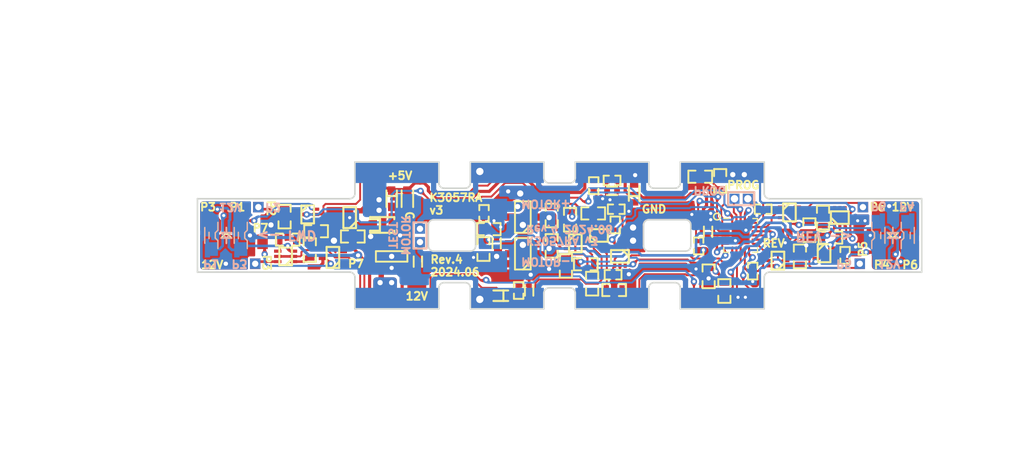
<source format=kicad_pcb>
(kicad_pcb (version 20221018) (generator pcbnew)
  (layers (0 "F.Cu" signal) (31 "B.Cu" signal) (34 "B.Paste" user) (35 "F.Paste" user) (36 "B.SilkS" user "B.Silkscreen") (37 "F.SilkS" user "F.Silkscreen") (38 "B.Mask" user) (39 "F.Mask" user) (44 "Edge.Cuts" user))
  (net 0 "")
  (net 1 "MOTOR+")
  (net 2 "MOTOR-")
  (net 3 "RAIL+")
  (net 4 "RAIL-")
  (net 5 "+12V")
  (net 6 "GND")
  (net 7 "+5V")
  (net 8 "VRAIL+")
  (net 9 "VRAIL-")
  (net 10 "Net-(D3-K)")
  (net 11 "Net-(D11-K)")
  (net 12 "Net-(D12-K)")
  (net 13 "Net-(D15-K)")
  (net 14 "Net-(D16-K)")
  (net 15 "Net-(J12-Pin_1)")
  (net 16 "Net-(J14-Pin_1)")
  (net 17 "Net-(J16-Pin_1)")
  (net 18 "UPDI")
  (net 19 "REV")
  (net 20 "Net-(J18-Pin_1)")
  (net 21 "Net-(J19-Pin_1)")
  (net 22 "FWD")
  (net 23 "Net-(Q1B-G)")
  (net 24 "Net-(Q2B-G)")
  (net 25 "Net-(Q3A-E1)")
  (net 26 "Net-(Q3A-B1)")
  (net 27 "Net-(Q3B-E2)")
  (net 28 "Net-(Q6A-B1)")
  (net 29 "Func1")
  (net 30 "Func7")
  (net 31 "Func2")
  (net 32 "Net-(Q6B-C2)")
  (net 33 "Func3")
  (net 34 "Net-(Q6A-C1)")
  (net 35 "Func4")
  (net 36 "Func6")
  (net 37 "Net-(Q8A-B1)")
  (net 38 "Func5")
  (net 39 "Net-(Q11B-S)")
  (net 40 "Net-(Q11A-S)")
  (net 41 "Net-(Q12A-S)")
  (net 42 "Net-(Q12B-S)")
  (net 43 "Net-(Q13A-S)")
  (net 44 "Net-(Q13B-S)")
  (net 45 "ABC-")
  (net 46 "Net-(Q14B-S)")
  (net 47 "ABC+")
  (net 48 "Net-(Q14A-S)")
  (net 49 "PWM")
  (net 50 "BEMF")
  (net 51 "TXD")
  (net 52 "Net-(Q21A-C1)")
  (net 53 "Net-(Q21B-B2)")
  (net 54 "Net-(Q21B-C2)")
  (net 55 "Net-(Q21A-B1)")
  (net 56 "Net-(Q22A-G)")
  (net 57 "Net-(Q22B-G)")
  (net 58 "Net-(R10-Pad1)")
  (net 59 "Net-(U2-PA2)")
  (net 60 "DIR_JP")
  (net 61 "Net-(U2-PA4)")
  (footprint "footprint:C_1005_v4" (layer "F.Cu") (at 120.5 89.5 90)
    (fp_text reference "C1" hide)
    (fp_text value "104" hide)
  )
  (footprint "footprint:C_1608_v4" (layer "F.Cu") (at 119.5 83.5 -90)
    (fp_text reference "C3" hide)
    (fp_text value "226" hide)
  )
  (footprint "footprint:C_1005_v4" (layer "F.Cu") (at 148.15 86.65 90)
    (fp_text reference "C5" hide)
    (fp_text value "104" hide)
  )
  (footprint "footprint:C_1005_v4" (layer "F.Cu") (at 128 87.75 -90)
    (fp_text reference "C7" hide)
    (fp_text value "182" hide)
  )
  (footprint "footprint:C_1005_v4" (layer "F.Cu") (at 139 82.75 180)
    (fp_text reference "C11" hide)
    (fp_text value "105" hide)
  )
  (footprint "footprint:C_1005_v4" (layer "F.Cu") (at 131.1 92.25 90)
    (fp_text reference "C12" hide)
    (fp_text value "105" hide)
  )
  (footprint "footprint:SOT-143" (layer "F.Cu") (at 118 89 180)
    (fp_text reference "D1" hide)
    (fp_text value "BAS3007")
  )
  (footprint "footprint:UMD2" (layer "F.Cu") (at 117.25 86 180)
    (fp_text reference "D3" hide)
    (fp_text value "UDZV5.6B" hide)
  )
  (footprint "footprint:PAD_1.0x1.0_Hole0.6" (layer "F.Cu") (at 162.6 89.7)
    (fp_text reference "J12" hide)
    (fp_text value "PAD" hide)
  )
  (footprint "footprint:PAD_1.0x1.0_Hole0.6" (layer "F.Cu") (at 162.9 84.3)
    (fp_text reference "J16" hide)
    (fp_text value "PAD" hide)
  )
  (footprint "footprint:PAD_1.0x1.8_SMD" (layer "F.Cu") (at 120.4 91.6 -90)
    (fp_text reference "P7" hide)
    (fp_text value "PAD" hide)
  )
  (footprint "footprint:PAD_0.6x1.0_SMD" (layer "F.Cu") (at 119.5 86)
    (fp_text reference "P8" hide)
    (fp_text value "PAD" hide)
  )
  (footprint "footprint:PAD_PROG_2PIN_HOLE0.7" (layer "F.Cu") (at 151.3 83.5)
    (fp_text reference "P9" hide)
    (fp_text value "PROG" hide)
  )
  (footprint "footprint:PAD_0.6x1.0_SMD" (layer "F.Cu") (at 120.7 81.3 90)
    (fp_text reference "P10" hide)
    (fp_text value "PAD" hide)
  )
  (footprint "footprint:PAD_0.5x1.2_SMD" (layer "F.Cu") (at 120.7 84.5)
    (fp_text reference "P11" hide)
    (fp_text value "PAD" hide)
  )
  (footprint "footprint:KATO_RAILPAD_3057_8mm" (layer "F.Cu") (at 118.5 81)
    (fp_text reference "P21" hide)
    (fp_text value "PAD" hide)
  )
  (footprint "footprint:KATO_RAILPAD_3057_7mm" (layer "F.Cu") (at 129 81)
    (fp_text reference "P22" hide)
    (fp_text value "PAD" hide)
  )
  (footprint "footprint:KATO_RAILPAD_3057_7mm" (layer "F.Cu") (at 139 81)
    (fp_text reference "P23" hide)
    (fp_text value "PAD" hide)
  )
  (footprint "footprint:KATO_RAILPAD_3057_8mm" (layer "F.Cu") (at 149.5 81)
    (fp_text reference "P24" hide)
    (fp_text value "PAD" hide)
  )
  (footprint "footprint:KATO_RAILPAD_3057_8mm" (layer "F.Cu") (at 118.5 93)
    (fp_text reference "P25" hide)
    (fp_text value "PAD" hide)
  )
  (footprint "footprint:KATO_RAILPAD_3057_7mm" (layer "F.Cu") (at 129 93)
    (fp_text reference "P26" hide)
    (fp_text value "PAD" hide)
  )
  (footprint "footprint:KATO_RAILPAD_3057_7mm" (layer "F.Cu") (at 139 93)
    (fp_text reference "P27" hide)
    (fp_text value "PAD" hide)
  )
  (footprint "footprint:KATO_RAILPAD_3057_8mm" (layer "F.Cu") (at 149.5 93)
    (fp_text reference "P28" hide)
    (fp_text value "PAD" hide)
  )
  (footprint "footprint:KATO_RAILPAD_3057_8mm" (layer "F.Cu") (at 125 84.5)
    (fp_text reference "P29" hide)
    (fp_text value "PAD" hide)
  )
  (footprint "footprint:KATO_RAILPAD_3057_8mm" (layer "F.Cu") (at 125 89.5)
    (fp_text reference "P31" hide)
    (fp_text value "PAD" hide)
  )
  (footprint "footprint:SOT-23-6" (layer "F.Cu") (at 130.5 85.25 90)
    (fp_text reference "Q1" hide)
    (fp_text value "DMG6601LVT")
  )
  (footprint "footprint:SOT-23-6" (layer "F.Cu") (at 130.5 88.75 90)
    (fp_text reference "Q2" hide)
    (fp_text value "DMG6601LVT")
  )
  (footprint "footprint:SOT-666-nomark" (layer "F.Cu") (at 160.7 85.3 90)
    (fp_text reference "Q6" hide)
    (fp_text value "PMBT3906VS" hide)
  )
  (footprint "footprint:SOT-666-nomark" (layer "F.Cu") (at 159.2 88.7)
    (fp_text reference "Q8" hide)
    (fp_text value "PMBT3904VS" hide)
  )
  (footprint "footprint:SOT-666-nomark" (layer "F.Cu") (at 110 85)
    (fp_text reference "Q11" hide)
    (fp_text value "SSM6N7002BFE" hide)
  )
  (footprint "footprint:SOT-666-nomark" (layer "F.Cu") (at 107.9 89 180)
    (fp_text reference "Q13" hide)
    (fp_text value "SSM6N7002BFE" hide)
  )
  (footprint "footprint:SOT-666-nomark" (layer "F.Cu") (at 155.9 84.8)
    (fp_text reference "Q14" hide)
    (fp_text value "SSM6N7002BFE" hide)
  )
  (footprint "footprint:SOT-666-nomark" (layer "F.Cu") (at 137.75 87 90)
    (fp_text reference "Q21" hide)
    (fp_text value "PMBT3906VS" hide)
  )
  (footprint "footprint:SOT-666-nomark" (layer "F.Cu") (at 139.75 89 -90)
    (fp_text reference "Q22" hide)
    (fp_text value "SSM6N7002BFE" hide)
  )
  (footprint "footprint:R_1608_20240411" (layer "F.Cu") (at 149.3 81.8 -90)
    (fp_text reference "R1" hide)
    (fp_text value "104" hide)
  )
  (footprint "footprint:R_1608_20240411" (layer "F.Cu") (at 149.7 92.3 90)
    (fp_text reference "R2" hide)
    (fp_text value "104" hide)
  )
  (footprint "footprint:R_1608_20240411" (layer "F.Cu") (at 133.25 85.1 90)
    (fp_text reference "R3" hide)
    (fp_text value "102" hide)
  )
  (footprint "footprint:R_1608_20240411" (layer "F.Cu") (at 133.25 88 90)
    (fp_text reference "R4" hide)
    (fp_text value "102" hide)
  )
  (footprint "footprint:R_1608_20240411" (layer "F.Cu") (at 136.5 89.75 180)
    (fp_text reference "R6" hide)
    (fp_text value "331" hide)
  )
  (footprint "footprint:R_1608_20240411" (layer "F.Cu") (at 137.1 91.6 90)
    (fp_text reference "R7" hide)
    (fp_text value "102" hide)
  )
  (footprint "footprint:R_1005_20240411" (layer "F.Cu") (at 147.25 88 -90)
    (fp_text reference "R11" hide)
    (fp_text value "102" hide)
  )
  (footprint "footprint:R_1608_20240411" (layer "F.Cu") (at 114.3 87.1)
    (fp_text reference "R12" hide)
    (fp_text value "472" hide)
  )
  (footprint "footprint:R_1608_20240411" (layer "F.Cu") (at 159.1 85.3 -90)
    (fp_text reference "R13" hide)
    (fp_text value "103" hide)
  )
  (footprint "footprint:R_1005_20240411" (layer "F.Cu") (at 161.2 88.9 -90)
    (fp_text reference "R15" hide)
    (fp_text value "682" hide)
  )
  (footprint "footprint:R_1608_20240411" (layer "F.Cu") (at 107.8 85.2 -90)
    (fp_text reference "R21" hide)
    (fp_text value "151" hide)
  )
  (footprint "footprint:R_1608_20240411" (layer "F.Cu") (at 156.9 89 90)
    (fp_text reference "R22" hide)
    (fp_text value "151" hide)
  )
  (footprint "footprint:R_1005_20240411" (layer "F.Cu") (at 152.4 90.4 -90)
    (fp_text reference "R23" hide)
    (fp_text value "472" hide)
  )
  (footprint "footprint:R_1608_20240411" (layer "F.Cu") (at 110.2 88.4 90)
    (fp_text reference "R24" hide)
    (fp_text value "472" hide)
  )
  (footprint "footprint:R_1005_20240411" (layer "F.Cu") (at 153.4 84.5 180)
    (fp_text reference "R25" hide)
    (fp_text value "472" hide)
  )
  (footprint "footprint:R_1608_20240411" (layer "F.Cu") (at 110.8 86.6 180)
    (fp_text reference "R26" hide)
    (fp_text value "472" hide)
  )
  (footprint "footprint:R_1005_20240411" (layer "F.Cu") (at 139.3 86 90)
    (fp_text reference "R31" hide)
    (fp_text value "102" hide)
  )
  (footprint "footprint:R_1005_20240411" (layer "F.Cu") (at 139 81.75 180)
    (fp_text reference "R32" hide)
    (fp_text value "103" hide)
  )
  (footprint "footprint:R_1005_20240411" (layer "F.Cu") (at 137.25 82.25 90)
    (fp_text reference "R33" hide)
    (fp_text value "472" hide)
  )
  (footprint "footprint:R_1005_20240411" (layer "F.Cu") (at 139.4 84.5 180)
    (fp_text reference "R34" hide)
    (fp_text value "103" hide)
  )
  (footprint "footprint:R_1608_20240411" (layer "F.Cu") (at 139.2 92.2)
    (fp_text reference "R37" hide)
    (fp_text value "472" hide)
  )
  (footprint "footprint:R_1005_20240411" (layer "F.Cu") (at 139.1 90.75 180)
    (fp_text reference "R38" hide)
    (fp_text value "103" hide)
  )
  (footprint "footprint:VQFN-20-1EP_3x3mm_P0.4mm_EP1.7x1.7mm" (layer "F.Cu") (at 151.25 87)
    (fp_text reference "U2" hide)
    (fp_text value "ATtiny1606-M")
  )
  (footprint "footprint:SOT-666-nomark" (layer "F.Cu") (at 135.5 87.75)
    (fp_text reference "Q3" hide)
    (fp_text value "PMBT3904VS" hide)
  )
  (footprint "footprint:R_1608_20240411" (layer "F.Cu") (at 134.6 89.9 -90)
    (fp_text reference "R8" hide)
    (fp_text value "102" hide)
  )
  (footprint "footprint:R_1608_20240411" (layer "F.Cu") (at 127.25 86.4)
    (fp_text reference "R9" hide)
    (fp_text value "103" hide)
  )
  (footprint "footprint:R_1608_20240411" (layer "F.Cu") (at 126.75 88.3 -90)
    (fp_text reference "R10" hide)
    (fp_text value "103" hide)
  )
  (footprint "footprint:R_1608_20240411" (layer "F.Cu") (at 137.2 84.9 180)
    (fp_text reference "R35" hide)
    (fp_text value "102" hide)
  )
  (footprint "footprint:R_1608_20240411" (layer "F.Cu") (at 135 85.5 90)
    (fp_text reference "R5" hide)
    (fp_text value "331" hide)
  )
  (footprint "footprint:R_1005_20240411" (layer "F.Cu") (at 130.1 92.25 90)
    (fp_text reference "R36" hide)
    (fp_text value "103" hide)
  )
  (footprint "footprint:EMD2_small" (layer "F.Cu") (at 141.1 83 -90)
    (fp_text reference "D21" hide)
    (fp_text value "BAT43XV2" hide)
  )
  (footprint "footprint:R_1608_20240411" (layer "F.Cu") (at 159.8 87.2 180)
    (fp_text reference "R14" hide)
    (fp_text value "220" hide)
  )
  (footprint "footprint:PAD_1.0x1.0_Hole0.6" (layer "F.Cu") (at 105.3 84.3)
    (fp_text reference "J18" hide)
    (fp_text value "PAD" hide)
  )
  (footprint "footprint:R_1608_20240411" (layer "F.Cu") (at 157.8 86.5 -90)
    (fp_text reference "R28" hide)
    (fp_text value "151" hide)
  )
  (footprint "footprint:SOT-666-nomark" (layer "F.Cu") (at 154.8 89.4 180)
    (fp_text reference "Q12" hide)
    (fp_text value "SSM6N7002BFE" hide)
  )
  (footprint "footprint:SOLDER_CONN_PAD_0.7mm_1.4mm" (layer "F.Cu") (at 155.5 86.7)
    (fp_text reference "JP1" hide)
    (fp_text value "Jumper")
  )
  (footprint "footprint:R_1608_20240411" (layer "F.Cu") (at 108.1 87.4)
    (fp_text reference "R27" hide)
    (fp_text value "151" hide)
  )
  (footprint "footprint:PAD_1.0x1.0_Hole0.6" (layer "F.Cu") (at 105 89.7)
    (fp_text reference "J14" hide)
    (fp_text value "PAD" hide)
  )
  (footprint "footprint:CP_1608" (layer "F.Cu") (at 118 83.5 -90)
    (fp_text reference "C4" hide)
    (fp_text value "476" hide)
  )
  (footprint "footprint:SC-70_v2" (layer "F.Cu") (at 114 85.3 90)
    (fp_text reference "Q5" hide)
    (fp_text value "2SC4116" hide)
  )
  (footprint "footprint:R_1005_20240411" (layer "F.Cu") (at 126.8 84.9 90)
    (fp_text reference "R16" hide)
    (fp_text value "103" hide)
  )
  (footprint "footprint:R_1608_20240411" (layer "F.Cu") (at 147.4 81.4 180)
    (fp_text reference "R17" hide)
    (fp_text value "104" hide)
  )
  (footprint "footprint:R_1608_20240411" (layer "F.Cu") (at 148.2 90.9 -90)
    (fp_text reference "R18" hide)
    (fp_text value "104" hide)
  )
  (footprint "footprint:PAD_1.0x1.4_SMD" (layer "F.Cu") (at 145 84.5 90)
    (fp_text reference "P12" hide)
    (fp_text value "PAD" hide)
  )
  (footprint "footprint:PAD_1.0x1.4_SMD" (layer "F.Cu") (at 105.7 87.6 180)
    (fp_text reference "J19" hide)
    (fp_text value "PAD" hide)
  )
  (footprint "footprint:LED_1224_1005_SIDE_BIG2" (layer "F.Cu") (at 103 87 -90)
    (fp_text reference "D11" hide)
    (fp_text value "LED" hide)
  )
  (footprint "footprint:LED_1224_1005_SIDE_BIG2" (layer "F.Cu") (at 165 87 90)
    (fp_text reference "D12" hide)
    (fp_text value "LED" hide)
  )
  (footprint "footprint:LED_1224_1005_SIDE_BIG2" (layer "F.Cu") (at 167.8 87 90)
    (fp_text reference "D17" hide)
    (fp_text value "LED" hide)
  )
  (footprint "footprint:LED_1224_1005_SIDE_BIG2" (layer "F.Cu") (at 100.2 87 -90)
    (fp_text reference "D18" hide)
    (fp_text value "LED" hide)
  )
  (footprint "footprint:PAD_0.5x1.2_SMD" (layer "F.Cu") (at 110.6 90 90)
    (fp_text reference "J20" hide)
    (fp_text value "PAD" hide)
  )
  (footprint "footprint:EMD2_small" (layer "F.Cu") (at 128.4 92.75)
    (fp_text reference "D22" hide)
    (fp_text value "BAT43XV2" hide)
  )
  (footprint "footprint:SC-70_v2" (layer "F.Cu") (at 112.4 89.1 90)
    (fp_text reference "Q15" hide)
    (fp_text value "SSM3K7002BFU" hide)
  )
  (footprint "footprint:PAD_1.2x1.2_Hole0.7" (layer "F.Cu") (at 126.4 93.1)
    (fp_text reference "P34" hide)
    (fp_text value "TEST" hide)
  )
  (footprint "footprint:PAD_2mm_2PIN_HOLE0.6" (layer "F.Cu") (at 120.7 87 -90)
    (fp_text reference "P32" hide)
    (fp_text value "TEST" hide)
  )
  (footprint "footprint:PAD_1.2x1.2_Hole0.7" (layer "F.Cu") (at 126.4 80.9)
    (fp_text reference "P33" hide)
    (fp_text value "TEST" hide)
  )
  (footprint "footprint:LED_1224_1005_SIDE_BIG2" (layer "B.Cu") (at 100.2 87 90)
    (fp_text reference "D13" hide)
    (fp_text value "LED" hide)
  )
  (footprint "footprint:LED_1224_1005_SIDE_BIG2" (layer "B.Cu") (at 167.8 87 -90)
    (fp_text reference "D14" hide)
    (fp_text value "LED" hide)
  )
  (footprint "footprint:LED_1224_1005_SIDE_BIG2" (layer "B.Cu") (at 165 87 -90)
    (fp_text reference "D15" hide)
    (fp_text value "LED" hide)
  )
  (footprint "footprint:LED_1224_1005_SIDE_BIG2" (layer "B.Cu") (at 103 87 90)
    (fp_text reference "D16" hide)
    (fp_text value "LED" hide)
  )
  (gr_line (start 101.75 86.75) (end 102.25 86.75) (stroke (width 0.15)) (layer "B.SilkS"))
  (gr_line (start 102.75 87.25) (end 101.75 87.25) (stroke (width 0.15)) (layer "B.SilkS"))
  (gr_line (start 102.75 86.75) (end 102.25 87.25) (stroke (width 0.15)) (layer "B.SilkS"))
  (gr_line (start 165.75 86.75) (end 166.25 87.25) (stroke (width 0.15)) (layer "B.SilkS"))
  (gr_line (start 165.25 86.75) (end 166.25 86.75) (stroke (width 0.15)) (layer "B.SilkS"))
  (gr_line (start 165.75 87.25) (end 165.25 87.25) (stroke (width 0.15)) (layer "B.SilkS"))
  (gr_line (start 102.25 86.75) (end 102.25 86.25) (stroke (width 0.15)) (layer "B.SilkS"))
  (gr_line (start 166.25 87.25) (end 165.75 87.25) (stroke (width 0.15)) (layer "B.SilkS"))
  (gr_line (start 165.75 86.25) (end 165.75 86.75) (stroke (width 0.15)) (layer "B.SilkS"))
  (gr_line (start 102.25 87.25) (end 101.75 86.75) (stroke (width 0.15)) (layer "B.SilkS"))
  (gr_line (start 165.75 87.25) (end 165.75 87.75) (stroke (width 0.15)) (layer "B.SilkS"))
  (gr_line (start 102.25 86.75) (end 102.75 86.75) (stroke (width 0.15)) (layer "B.SilkS"))
  (gr_line (start 165.25 87.25) (end 165.75 86.75) (stroke (width 0.15)) (layer "B.SilkS"))
  (gr_line (start 102.25 87.75) (end 102.25 87.25) (stroke (width 0.15)) (layer "B.SilkS"))
  (gr_line (start 165.75 87.25) (end 165.25 86.75) (stroke (width 0.15)) (layer "F.SilkS"))
  (gr_line (start 102.25 87.25) (end 101.75 87.25) (stroke (width 0.15)) (layer "F.SilkS"))
  (gr_line (start 166.25 86.75) (end 165.75 87.25) (stroke (width 0.15)) (layer "F.SilkS"))
  (gr_line (start 165.75 86.25) (end 165.75 86.75) (stroke (width 0.15)) (layer "F.SilkS"))
  (gr_line (start 102.75 87.25) (end 102.25 87.25) (stroke (width 0.15)) (layer "F.SilkS"))
  (gr_line (start 102.25 86.75) (end 102.75 87.25) (stroke (width 0.15)) (layer "F.SilkS"))
  (gr_line (start 166.25 87.25) (end 165.25 87.25) (stroke (width 0.15)) (layer "F.SilkS"))
  (gr_circle (center 149 85.2) (end 149.3 85.3) (stroke (width 0.15)) (fill none) (layer "F.SilkS"))
  (gr_line (start 102.25 86.75) (end 102.25 86.25) (stroke (width 0.15)) (layer "F.SilkS"))
  (gr_line (start 165.75 86.75) (end 166.25 86.75) (stroke (width 0.15)) (layer "F.SilkS"))
  (gr_line (start 165.25 86.75) (end 165.75 86.75) (stroke (width 0.15)) (layer "F.SilkS"))
  (gr_line (start 165.75 87.25) (end 165.75 87.75) (stroke (width 0.15)) (layer "F.SilkS"))
  (gr_line (start 102.25 87.75) (end 102.25 87.25) (stroke (width 0.15)) (layer "F.SilkS"))
  (gr_line (start 101.75 86.75) (end 102.75 86.75) (stroke (width 0.15)) (layer "F.SilkS"))
  (gr_line (start 101.75 87.25) (end 102.25 86.75) (stroke (width 0.15)) (layer "F.SilkS"))
  (gr_arc (start 126 88) (mid 125.853553 88.353553) (end 125.5 88.5) (stroke (width 0.15)) (layer "Edge.Cuts"))
  (gr_line (start 122.5 92) (end 122.5 94) (stroke (width 0.15)) (layer "Edge.Cuts"))
  (gr_line (start 146.5 86) (end 146.5 88) (stroke (width 0.15)) (layer "Edge.Cuts"))
  (gr_line (start 142.5 85.5) (end 146 85.5) (stroke (width 0.15)) (layer "Edge.Cuts"))
  (gr_arc (start 142 86) (mid 142.146447 85.646447) (end 142.5 85.5) (stroke (width 0.15)) (layer "Edge.Cuts"))
  (gr_arc (start 114 90.5) (mid 114.353553 90.646447) (end 114.5 91) (stroke (width 0.15)) (layer "Edge.Cuts"))
  (gr_line (start 143 91.5) (end 145 91.5) (stroke (width 0.15)) (layer "Edge.Cuts"))
  (gr_line (start 145.5 80) (end 153.5 80) (stroke (width 0.15)) (layer "Edge.Cuts"))
  (gr_line (start 114.5 80) (end 114.5 83) (stroke (width 0.15)) (layer "Edge.Cuts"))
  (gr_line (start 125 91.5) (end 123 91.5) (stroke (width 0.15)) (layer "Edge.Cuts"))
  (gr_line (start 122 85.5) (end 125.5 85.5) (stroke (width 0.15)) (layer "Edge.Cuts"))
  (gr_line (start 145 82.5) (end 143 82.5) (stroke (width 0.15)) (layer "Edge.Cuts"))
  (gr_line (start 122.5 94) (end 114.5 94) (stroke (width 0.15)) (layer "Edge.Cuts"))
  (gr_line (start 133 82) (end 135 82) (stroke (width 0.15)) (layer "Edge.Cuts"))
  (gr_arc (start 154 83.5) (mid 153.646447 83.353553) (end 153.5 83) (stroke (width 0.15)) (layer "Edge.Cuts"))
  (gr_line (start 135.5 81.5) (end 135.5 80) (stroke (width 0.15)) (layer "Edge.Cuts"))
  (gr_line (start 122.5 82) (end 122.5 80) (stroke (width 0.15)) (layer "Edge.Cuts"))
  (gr_line (start 114 83.5) (end 99.5 83.5) (stroke (width 0.15)) (layer "Edge.Cuts"))
  (gr_line (start 125.5 94) (end 125.5 92) (stroke (width 0.15)) (layer "Edge.Cuts"))
  (gr_line (start 145.5 92) (end 145.5 94) (stroke (width 0.15)) (layer "Edge.Cuts"))
  (gr_arc (start 122 88.5) (mid 121.646447 88.353553) (end 121.5 88) (stroke (width 0.15)) (layer "Edge.Cuts"))
  (gr_line (start 132.5 92.5) (end 132.5 94) (stroke (width 0.15)) (layer "Edge.Cuts"))
  (gr_arc (start 125 91.5) (mid 125.353553 91.646447) (end 125.5 92) (stroke (width 0.15)) (layer "Edge.Cuts"))
  (gr_line (start 114 90.5) (end 99.5 90.5) (stroke (width 0.15)) (layer "Edge.Cuts"))
  (gr_arc (start 142.5 92) (mid 142.646447 91.646447) (end 143 91.5) (stroke (width 0.15)) (layer "Edge.Cuts"))
  (gr_line (start 142.5 88.5) (end 146 88.5) (stroke (width 0.15)) (layer "Edge.Cuts"))
  (gr_line (start 153.5 91) (end 153.5 94) (stroke (width 0.15)) (layer "Edge.Cuts"))
  (gr_arc (start 145.5 82) (mid 145.353553 82.353553) (end 145 82.5) (stroke (width 0.15)) (layer "Edge.Cuts"))
  (gr_arc (start 122.5 92) (mid 122.646447 91.646447) (end 123 91.5) (stroke (width 0.15)) (layer "Edge.Cuts"))
  (gr_arc (start 143 82.5) (mid 142.646447 82.353553) (end 142.5 82) (stroke (width 0.15)) (layer "Edge.Cuts"))
  (gr_arc (start 146 85.5) (mid 146.353553 85.646447) (end 146.5 86) (stroke (width 0.15)) (layer "Edge.Cuts"))
  (gr_line (start 142.5 94) (end 142.5 92) (stroke (width 0.15)) (layer "Edge.Cuts"))
  (gr_line (start 135.5 92.5) (end 135.5 94) (stroke (width 0.15)) (layer "Edge.Cuts"))
  (gr_line (start 142 88) (end 142 86) (stroke (width 0.15)) (layer "Edge.Cuts"))
  (gr_line (start 135.5 80) (end 142.5 80) (stroke (width 0.15)) (layer "Edge.Cuts"))
  (gr_arc (start 135.5 81.5) (mid 135.353553 81.853553) (end 135 82) (stroke (width 0.15)) (layer "Edge.Cuts"))
  (gr_line (start 126 86) (end 126 88) (stroke (width 0.15)) (layer "Edge.Cuts"))
  (gr_line (start 133 92) (end 135 92) (stroke (width 0.15)) (layer "Edge.Cuts"))
  (gr_line (start 99.5 83.5) (end 99.5 90.5) (stroke (width 0.15)) (layer "Edge.Cuts"))
  (gr_arc (start 153.5 91) (mid 153.646447 90.646447) (end 154 90.5) (stroke (width 0.15)) (layer "Edge.Cuts"))
  (gr_arc (start 132.5 92.5) (mid 132.646447 92.146447) (end 133 92) (stroke (width 0.15)) (layer "Edge.Cuts"))
  (gr_line (start 125.5 80) (end 125.5 82) (stroke (width 0.15)) (layer "Edge.Cuts"))
  (gr_line (start 125.5 80) (end 132.5 80) (stroke (width 0.15)) (layer "Edge.Cuts"))
  (gr_arc (start 121.5 86) (mid 121.646447 85.646447) (end 122 85.5) (stroke (width 0.15)) (layer "Edge.Cuts"))
  (gr_line (start 168.5 83.5) (end 168.5 90.5) (stroke (width 0.15)) (layer "Edge.Cuts"))
  (gr_line (start 122 88.5) (end 125.5 88.5) (stroke (width 0.15)) (layer "Edge.Cuts"))
  (gr_line (start 142.5 82) (end 142.5 80) (stroke (width 0.15)) (layer "Edge.Cuts"))
  (gr_arc (start 125.5 82) (mid 125.353553 82.353553) (end 125 82.5) (stroke (width 0.15)) (layer "Edge.Cuts"))
  (gr_line (start 114.5 80) (end 122.5 80) (stroke (width 0.15)) (layer "Edge.Cuts"))
  (gr_arc (start 133 82) (mid 132.646447 81.853553) (end 132.5 81.5) (stroke (width 0.15)) (layer "Edge.Cuts"))
  (gr_line (start 125 82.5) (end 123 82.5) (stroke (width 0.15)) (layer "Edge.Cuts"))
  (gr_line (start 145.5 94) (end 153.5 94) (stroke (width 0.15)) (layer "Edge.Cuts"))
  (gr_arc (start 135 92) (mid 135.353553 92.146447) (end 135.5 92.5) (stroke (width 0.15)) (layer "Edge.Cuts"))
  (gr_arc (start 145 91.5) (mid 145.353553 91.646447) (end 145.5 92) (stroke (width 0.15)) (layer "Edge.Cuts"))
  (gr_arc (start 123 82.5) (mid 122.646447 82.353553) (end 122.5 82) (stroke (width 0.15)) (layer "Edge.Cuts"))
  (gr_arc (start 125.5 85.5) (mid 125.853553 85.646447) (end 126 86) (stroke (width 0.15)) (layer "Edge.Cuts"))
  (gr_line (start 114.5 94) (end 114.5 91) (stroke (width 0.15)) (layer "Edge.Cuts"))
  (gr_line (start 168.5 83.5) (end 154 83.5) (stroke (width 0.15)) (layer "Edge.Cuts"))
  (gr_line (start 145.5 80) (end 145.5 82) (stroke (width 0.15)) (layer "Edge.Cuts"))
  (gr_arc (start 142.5 88.5) (mid 142.146447 88.353553) (end 142 88) (stroke (width 0.15)) (layer "Edge.Cuts"))
  (gr_line (start 132.5 94) (end 125.5 94) (stroke (width 0.15)) (layer "Edge.Cuts"))
  (gr_arc (start 114.5 83) (mid 114.353553 83.353553) (end 114 83.5) (stroke (width 0.15)) (layer "Edge.Cuts"))
  (gr_line (start 135.5 94) (end 142.5 94) (stroke (width 0.15)) (layer "Edge.Cuts"))
  (gr_arc (start 146.5 88) (mid 146.353553 88.353553) (end 146 88.5) (stroke (width 0.15)) (layer "Edge.Cuts"))
  (gr_line (start 132.5 81.5) (end 132.5 80) (stroke (width 0.15)) (layer "Edge.Cuts"))
  (gr_line (start 153.5 83) (end 153.5 80) (stroke (width 0.15)) (layer "Edge.Cuts"))
  (gr_line (start 154 90.5) (end 168.5 90.5) (stroke (width 0.15)) (layer "Edge.Cuts"))
  (gr_line (start 121.5 86) (end 121.5 88) (stroke (width 0.15)) (layer "Edge.Cuts"))
  (gr_text "P6" (at 164.4 84.2 180) (layer "B.SilkS") (effects (font (size 0.75 0.75) (thickness 0.18)) (justify mirror)))
  (gr_text "P5" (at 161.1 89.7 180) (layer "B.SilkS") (effects (font (size 0.75 0.75) (thickness 0.18)) (justify mirror)))
  (gr_text "P4" (at 167.1 84.2 180) (layer "B.SilkS") (effects (font (size 0.75 0.75) (thickness 0.18)) (justify mirror)))
  (gr_text "P1" (at 100.8 89.7 180) (layer "B.SilkS") (effects (font (size 0.75 0.75) (thickness 0.18)) (justify mirror)))
  (gr_text "P3" (at 103.5 89.7 180) (layer "B.SilkS") (effects (font (size 0.75 0.75) (thickness 0.18)) (justify mirror)))
  (gr_text "P2" (at 106.7 84.3 180) (layer "B.SilkS") (effects (font (size 0.75 0.75) (thickness 0.18)) (justify mirror)))
  (gr_text "MOTOR+" (at 132.7 84 180) (layer "B.SilkS") (effects (font (size 0.75 0.75) (thickness 0.18)) (justify mirror)))
  (gr_text "MOTOR-" (at 132.7 89.5 180) (layer "B.SilkS") (effects (font (size 0.75 0.75) (thickness 0.18)) (justify mirror)))
  (gr_text "REV ->" (at 159.2 87.1 180) (layer "B.SilkS") (effects (font (size 0.9 0.9) (thickness 0.2)) (justify mirror)))
  (gr_text "PROG" (at 148.3 82.7 180) (layer "B.SilkS") (effects (font (size 0.75 0.75) (thickness 0.18)) (justify mirror)))
  (gr_text "K3057RA v3" (at 130.7 87.5 180) (layer "B.SilkS") (effects (font (size 0.75 0.75) (thickness 0.18)) (justify left mirror)))
  (gr_text "Rev.4 2024.06" (at 130.7 86.4 180) (layer "B.SilkS") (effects (font (size 0.75 0.75) (thickness 0.18)) (justify left mirror)))
  (gr_text "12V" (at 165.4 89.7 180) (layer "B.SilkS") (effects (font (size 0.75 0.75) (thickness 0.18)) (justify mirror)))
  (gr_text "12V" (at 102.6 84.3 180) (layer "B.SilkS") (effects (font (size 0.75 0.75) (thickness 0.18)) (justify mirror)))
  (gr_text "MOTOR\nTEST" (at 119.75 87 -90) (layer "B.SilkS") (effects (font (size 0.75 0.75) (thickness 0.18)) (justify top mirror)))
  (gr_text "<- FWD" (at 108 87 180) (layer "B.SilkS") (effects (font (size 0.9 0.9) (thickness 0.2)) (justify mirror)))
  (gr_text "P5" (at 162.9 88.3 90) (layer "F.SilkS") (effects (font (size 0.75 0.75) (thickness 0.18))))
  (gr_text "P4" (at 164.7 89.8) (layer "F.SilkS") (effects (font (size 0.75 0.75) (thickness 0.18))))
  (gr_text "REV" (at 154.4 87.75) (layer "F.SilkS") (effects (font (size 0.75 0.75) (thickness 0.18))))
  (gr_text "PROG" (at 151.5 82.2) (layer "F.SilkS") (effects (font (size 0.75 0.75) (thickness 0.18))))
  (gr_text "12V" (at 166.7 84.3) (layer "F.SilkS") (effects (font (size 0.75 0.75) (thickness 0.18))))
  (gr_text "P1" (at 103.3 84.3) (layer "F.SilkS") (effects (font (size 0.75 0.75) (thickness 0.18))))
  (gr_text "P2" (at 106.5 84.4 270) (layer "F.SilkS") (effects (font (size 0.75 0.75) (thickness 0.18))))
  (gr_text "P3" (at 106.1 89.6 270) (layer "F.SilkS") (effects (font (size 0.75 0.75) (thickness 0.18))))
  (gr_text "12V" (at 100.9 89.8) (layer "F.SilkS") (effects (font (size 0.75 0.75) (thickness 0.18))))
  (gr_text "P7" (at 105.5 86.3) (layer "F.SilkS") (effects (font (size 0.75 0.75) (thickness 0.18))))
  (gr_text "+5V" (at 118.8 81.3) (layer "F.SilkS") (effects (font (size 0.75 0.75) (thickness 0.18))))
  (gr_text "G" (at 119.7 85.1 270) (layer "F.SilkS") (effects (font (size 0.75 0.75) (thickness 0.18))))
  (gr_text "Rev.4\n2024.06" (at 121.6 89.9) (layer "F.SilkS") (effects (font (size 0.75 0.75) (thickness 0.18)) (justify left)))
  (gr_text "12V" (at 120.4 92.8) (layer "F.SilkS") (effects (font (size 0.75 0.75) (thickness 0.18))))
  (gr_text "GND" (at 143 84.5) (layer "F.SilkS") (effects (font (size 0.75 0.75) (thickness 0.18))))
  (gr_text "P3" (at 100.5 84.3) (layer "F.SilkS") (effects (font (size 0.75 0.75) (thickness 0.18))))
  (gr_text "P6" (at 167.4 89.8) (layer "F.SilkS") (effects (font (size 0.75 0.75) (thickness 0.18))))
  (gr_text "P7" (at 114.6 89.7) (layer "F.SilkS") (effects (font (size 0.75 0.75) (thickness 0.18))))
  (gr_text "K3057RA\nv3" (at 121.5 84) (layer "F.SilkS") (effects (font (size 0.75 0.75) (thickness 0.18)) (justify left)))
  (gr_text "P6" (at 164.3 84.3) (layer "F.SilkS") (effects (font (size 0.75 0.75) (thickness 0.18))))
  (segment (start 127.75 85.75) (end 127.75 86.15) (width 0.5) (layer "F.Cu") (net 1))
  (segment (start 128.15 86.15) (end 128.25 86.15) (width 0.3) (layer "F.Cu") (net 1))
  (segment (start 130.2 84.3) (end 130.25 84.25) (width 0.5) (layer "F.Cu") (net 1))
  (segment (start 127.75 86.15) (end 127.75 86.475) (width 0.5) (layer "F.Cu") (net 1))
  (segment (start 127.75 85.75) (end 128.15 86.15) (width 0.3) (layer "F.Cu") (net 1))
  (segment (start 127.75 86.475) (end 127.775 86.5) (width 0.5) (layer "F.Cu") (net 1))
  (segment (start 127.775 86.5) (end 128 86.5) (width 0.5) (layer "F.Cu") (net 1))
  (segment (start 127.75 86.15) (end 128.25 86.15) (width 0.3) (layer "F.Cu") (net 1))
  (segment (start 128 86.5) (end 128.5 86.5) (width 0.5) (layer "F.Cu") (net 1))
  (segment (start 129.25 86.15) (end 129.3 86.2) (width 0.3) (layer "F.Cu") (net 1))
  (segment (start 129.3 84.3) (end 130.2 84.3) (width 0.5) (layer "F.Cu") (net 1))
  (segment (start 129 86.5) (end 129.3 86.2) (width 0.5) (layer "F.Cu") (net 1))
  (segment (start 128.25 86.15) (end 129.25 86.15) (width 0.3) (layer "F.Cu") (net 1))
  (segment (start 128 87.225) (end 128 86.5) (width 0.5) (layer "F.Cu") (net 1))
  (segment (start 128.5 86.5) (end 129 86.5) (width 0.5) (layer "F.Cu") (net 1))
  (via (at 127.75 85.6) (size 0.6) (drill 0.3) (layers "F.Cu" "B.Cu") (net 1))
  (via (at 130 84.25) (size 1) (drill 0.5) (layers "F.Cu" "B.Cu") (net 1))
  (via (at 128.38681 86.201574) (size 0.6) (drill 0.3) (layers "F.Cu" "B.Cu") (net 1))
  (segment (start 130 84.25) (end 126.25 84.25) (width 1) (layer "B.Cu") (net 1))
  (segment (start 128.5 85.7) (end 127.3 84.5) (width 0.5) (layer "B.Cu") (net 1))
  (segment (start 127.3 85.3) (end 127.7 85.7) (width 0.5) (layer "B.Cu") (net 1))
  (segment (start 120.7 85.59) (end 121.79 84.5) (width 0.5) (layer "B.Cu") (net 1))
  (segment (start 127.3 84.5) (end 125 84.5) (width 0.5) (layer "B.Cu") (net 1))
  (segment (start 128.5 85.9) (end 128.15 85.9) (width 0.5) (layer "B.Cu") (net 1))
  (segment (start 128.15 85.9) (end 128 85.75) (width 0.5) (layer "B.Cu") (net 1))
  (segment (start 120.7 86.265) (end 120.7 85.59) (width 0.5) (layer "B.Cu") (net 1))
  (segment (start 125.25 84) (end 124.75 84.5) (width 0.5) (layer "B.Cu") (net 1))
  (segment (start 128.5 85.9) (end 128.5 86.3) (width 0.5) (layer "B.Cu") (net 1))
  (segment (start 127.75 85.75) (end 128.3 86.3) (width 0.5) (layer "B.Cu") (net 1))
  (segment (start 128 86) (end 128 85.75) (width 0.5) (layer "B.Cu") (net 1))
  (segment (start 128 85.25) (end 128 85.75) (width 0.5) (layer "B.Cu") (net 1))
  (segment (start 128.3 86.3) (end 128.5 86.3) (width 0.5) (layer "B.Cu") (net 1))
  (segment (start 128.5 85.9) (end 128.5 85.3) (width 0.5) (layer "B.Cu") (net 1))
  (segment (start 124.75 84.5) (end 126 84.5) (width 0.5) (layer "B.Cu") (net 1))
  (segment (start 121.79 84.5) (end 125 84.5) (width 0.5) (layer "B.Cu") (net 1))
  (segment (start 127.25 84.5) (end 128 85.25) (width 0.5) (layer "B.Cu") (net 1))
  (segment (start 125.8 89.1) (end 126.675 89.1) (width 0.4) (layer "F.Cu") (net 2))
  (segment (start 126.775 89) (end 126.75 89.025) (width 0.4) (layer "F.Cu") (net 2))
  (segment (start 128.2 89.7) (end 128 89.5) (width 0.5) (layer "F.Cu") (net 2))
  (segment (start 128.6 87.9) (end 129.2 87.9) (width 0.5) (layer "F.Cu") (net 2))
  (segment (start 128 89) (end 126.775 89) (width 0.4) (layer "F.Cu") (net 2))
  (segment (start 129.3 89.7) (end 128.2 89.7) (width 0.5) (layer "F.Cu") (net 2))
  (segment (start 128 89) (end 128 89.5) (width 0.5) (layer "F.Cu") (net 2))
  (segment (start 128 89) (end 128 88.5) (width 0.5) (layer "F.Cu") (net 2))
  (segment (start 128 88.5) (end 128.6 87.9) (width 0.5) (layer "F.Cu") (net 2))
  (segment (start 129.2 87.9) (end 129.3 87.8) (width 0.5) (layer "F.Cu") (net 2))
  (segment (start 126.675 89.1) (end 126.75 89.025) (width 0.4) (layer "F.Cu") (net 2))
  (via (at 125.8 89.1) (size 0.6) (drill 0.3) (layers "F.Cu" "B.Cu") (net 2))
  (via (at 128 89) (size 1) (drill 0.5) (layers "F.Cu" "B.Cu") (net 2))
  (segment (start 121.69 89.5) (end 125 89.5) (width 0.5) (layer "B.Cu") (net 2))
  (segment (start 120.7 87.535) (end 120.7 88.51) (width 0.5) (layer "B.Cu") (net 2))
  (segment (start 120.7 88.51) (end 121.69 89.5) (width 0.5) (layer "B.Cu") (net 2))
  (segment (start 117.25 85.35) (end 116.8 84.9) (width 0.5) (layer "F.Cu") (net 3))
  (segment (start 159.65 87.9) (end 159.95 88.2) (width 0.2) (layer "F.Cu") (net 3))
  (segment (start 117.25 87.5) (end 117.25 85.35) (width 0.5) (layer "F.Cu") (net 3))
  (segment (start 161.7 86.9) (end 161.9 87.1) (width 0.2) (layer "F.Cu") (net 3))
  (segment (start 161.9 84.6) (end 162 84.5) (width 0.2) (layer "F.Cu") (net 3))
  (segment (start 117 87.75) (end 117.25 87.5) (width 0.5) (layer "F.Cu") (net 3))
  (segment (start 161.7 87.3) (end 161.7 85.9) (width 0.2) (layer "F.Cu") (net 3))
  (segment (start 141.2 82.15) (end 141.2 81.75) (width 0.3) (layer "F.Cu") (net 3))
  (segment (start 117.25 85.35) (end 117.25 85.013002) (width 0.5) (layer "F.Cu") (net 3))
  (segment (start 117 88) (end 117 87.75) (width 0.5) (layer "F.Cu") (net 3))
  (segment (start 150.5 81.1) (end 149.35 81.1) (width 0.2) (layer "F.Cu") (net 3))
  (segment (start 161.7 85.9) (end 161.7 84.7) (width 0.2) (layer "F.Cu") (net 3))
  (segment (start 116.8 83.6) (end 116.8 84.5) (width 0.5) (layer "F.Cu") (net 3))
  (segment (start 161.7 84.7) (end 161.9 84.5) (width 0.2) (layer "F.Cu") (net 3))
  (segment (start 150.5 81.1) (end 151.6 81.1) (width 0.2) (layer "F.Cu") (net 3))
  (segment (start 141.2 81.75) (end 141.2 81.25) (width 0.3) (layer "F.Cu") (net 3))
  (segment (start 149.35 81.1) (end 149.3 81.05) (width 0.2) (layer "F.Cu") (net 3))
  (segment (start 116.8 84.9) (end 116.8 84.5) (width 0.5) (layer "F.Cu") (net 3))
  (via (at 151.6 81.2) (size 0.8) (drill 0.5) (layers "F.Cu" "B.Cu") (net 3))
  (via (at 161.9 84.5) (size 0.6) (drill 0.3) (layers "F.Cu" "B.Cu") (net 3))
  (via (at 116.8 84.6) (size 1) (drill 0.5) (layers "F.Cu" "B.Cu") (net 3))
  (via (at 116.8 83.6) (size 1) (drill 0.5) (layers "F.Cu" "B.Cu") (net 3))
  (via (at 141.2 81.25) (size 0.8) (drill 0.4) (layers "F.Cu" "B.Cu") (net 3))
  (via (at 150.5 81.2) (size 0.8) (drill 0.5) (layers "F.Cu" "B.Cu") (net 3))
  (via (at 159.8 87.9) (size 0.6) (drill 0.3) (layers "F.Cu" "B.Cu") (net 3))
  (via (at 161.9 87.3) (size 0.6) (drill 0.3) (layers "F.Cu" "B.Cu") (net 3))
  (segment (start 135.75 82.5) (end 136 82.25) (width 0.5) (layer "B.Cu") (net 3))
  (segment (start 160.9 87.1) (end 160.6 87.1) (width 0.2) (layer "B.Cu") (net 3))
  (segment (start 161.9 87.1) (end 160.9 87.1) (width 0.2) (layer "B.Cu") (net 3))
  (segment (start 153.1 83.7) (end 153.3 83.9) (width 0.2) (layer "B.Cu") (net 3))
  (segment (start 153.1 82.75) (end 153.1 81.25) (width 0.2) (layer "B.Cu") (net 3))
  (segment (start 126 82.75) (end 126 81.5) (width 0.5) (layer "B.Cu") (net 3))
  (segment (start 118.5 81) (end 121.5 81) (width 0.5) (layer "B.Cu") (net 3))
  (segment (start 125.75 83) (end 126 82.75) (width 0.5) (layer "B.Cu") (net 3))
  (segment (start 154.1 83.9) (end 154.2 83.9) (width 0.2) (layer "B.Cu") (net 3))
  (segment (start 153.1 83.4) (end 153.1 83.7) (width 0.2) (layer "B.Cu") (net 3))
  (segment (start 122 81.5) (end 122 82.75) (width 0.5) (layer "B.Cu") (net 3))
  (segment (start 141.5 81) (end 142 81.5) (width 0.5) (layer "B.Cu") (net 3))
  (segment (start 153.1 82.75) (end 153.1 83.4) (width 0.2) (layer "B.Cu") (net 3))
  (segment (start 126.4 80.9) (end 128.9 80.9) (width 0.5) (layer "B.Cu") (net 3))
  (segment (start 136.5 81) (end 141.5 81) (width 0.5) (layer "B.Cu") (net 3))
  (segment (start 128.9 80.9) (end 129 81) (width 0.5) (layer "B.Cu") (net 3))
  (segment (start 116.8 82.8) (end 116.8 81.4) (width 0.5) (layer "B.Cu") (net 3))
  (segment (start 142 82.75) (end 142.25 83) (width 0.5) (layer "B.Cu") (net 3))
  (segment (start 121.5 81) (end 122 81.5) (width 0.5) (layer "B.Cu") (net 3))
  (segment (start 126.5 81) (end 127 81) (width 0.5) (layer "B.Cu") (net 3))
  (segment (start 126 81.5) (end 126.5 81) (width 0.5) (layer "B.Cu") (net 3))
  (segment (start 122.25 83) (end 125.75 83) (width 0.5) (layer "B.Cu") (net 3))
  (segment (start 122 82.75) (end 122.25 83) (width 0.5) (layer "B.Cu") (net 3))
  (segment (start 146.5 81) (end 149.5 81) (width 0.5) (layer "B.Cu") (net 3))
  (segment (start 145.75 83) (end 146 82.75) (width 0.5) (layer "B.Cu") (net 3))
  (segment (start 153.3 83.9) (end 154.1 83.9) (width 0.2) (layer "B.Cu") (net 3))
  (segment (start 146 81.5) (end 146.5 81) (width 0.5) (layer "B.Cu") (net 3))
  (segment (start 127 81) (end 129 81) (width 0.5) (layer "B.Cu") (net 3))
  (segment (start 160.6 87.1) (end 159.8 87.9) (width 0.2) (layer "B.Cu") (net 3))
  (segment (start 142.25 83) (end 145.75 83) (width 0.5) (layer "B.Cu") (net 3))
  (segment (start 132.25 82.5) (end 135.75 82.5) (width 0.5) (layer "B.Cu") (net 3))
  (segment (start 161.6 87.1) (end 161.8 87.3) (width 0.2) (layer "B.Cu") (net 3))
  (segment (start 136 81.5) (end 136.5 81) (width 0.5) (layer "B.Cu") (net 3))
  (segment (start 132 82.25) (end 132.25 82.5) (width 0.5) (layer "B.Cu") (net 3))
  (segment (start 129 81) (end 127.75 81) (width 0.5) (layer "B.Cu") (net 3))
  (segment (start 146 82.75) (end 146 81.5) (width 0.5) (layer "B.Cu") (net 3))
  (segment (start 154.1 83.9) (end 161.2 83.9) (width 0.2) (layer "B.Cu") (net 3))
  (segment (start 161.3 83.9) (end 161.2 83.9) (width 0.2) (layer "B.Cu") (net 3))
  (segment (start 136 82.25) (end 136 81.5) (width 0.5) (layer "B.Cu") (net 3))
  (segment (start 131.5 81) (end 132 81.5) (width 0.5) (layer "B.Cu") (net 3))
  (segment (start 161.9 84.5) (end 161.3 83.9) (width 0.2) (layer "B.Cu") (net 3))
  (segment (start 116.8 82.8) (end 116.8 84.5) (width 0.5) (layer "B.Cu") (net 3))
  (segment (start 142 81.5) (end 142 82.75) (width 0.5) (layer "B.Cu") (net 3))
  (segment (start 129 81) (end 131.5 81) (width 0.5) (layer "B.Cu") (net 3))
  (segment (start 132 81.5) (end 132 82.25) (width 0.5) (layer "B.Cu") (net 3))
  (segment (start 117 91.5) (end 117 90.75) (width 0.5) (layer "F.Cu") (net 4))
  (segment (start 126.85 92.75) (end 126.25 92.75) (width 0.2) (layer "F.Cu") (net 4))
  (segment (start 117.9 91.5) (end 117 91.5) (width 0.5) (layer "F.Cu") (net 4))
  (segment (start 127.4 92.75) (end 126.75 92.75) (width 0.5) (layer "F.Cu") (net 4))
  (segment (start 117 91.2) (end 117 90.75) (width 0.5) (layer "F.Cu") (net 4))
  (segment (start 158.3 89.5) (end 158.3 89.35) (width 0.2) (layer "F.Cu") (net 4))
  (segment (start 117 90.75) (end 117 90) (width 0.5) (layer "F.Cu") (net 4))
  (segment (start 126.75 92.75) (end 126.4 93.1) (width 0.5) (layer "F.Cu") (net 4))
  (segment (start 158.3 89.35) (end 158.45 89.2) (width 0.2) (layer "F.Cu") (net 4))
  (via (at 118 91.5) (size 1) (drill 0.5) (layers "F.Cu" "B.Cu") (net 4))
  (via (at 158.4 89.5) (size 0.6) (drill 0.3) (layers "F.Cu" "B.Cu") (net 4))
  (via (at 151.7 92.9) (size 0.6) (drill 0.3) (layers "F.Cu" "B.Cu") (net 4))
  (via (at 116.9 91.5) (size 1) (drill 0.5) (layers "F.Cu" "B.Cu") (net 4))
  (via (at 151 92.9) (size 0.6) (drill 0.3) (layers "F.Cu" "B.Cu") (net 4))
  (segment (start 136 91.75) (end 136 92.75) (width 0.5) (layer "B.Cu") (net 4))
  (segment (start 122.25 91) (end 125.75 91) (width 0.5) (layer "B.Cu") (net 4))
  (segment (start 158.2 89.7) (end 155.3 89.7) (width 0.2) (layer "B.Cu") (net 4))
  (segment (start 154.9 89.3) (end 154.3 89.3) (width 0.2) (layer "B.Cu") (net 4))
  (segment (start 146 92.75) (end 146.25 93) (width 0.5) (layer "B.Cu") (net 4))
  (segment (start 118.5 93) (end 121.5 93) (width 0.5) (layer "B.Cu") (net 4))
  (segment (start 155.3 89.7) (end 154.9 89.3) (width 0.2) (layer "B.Cu") (net 4))
  (segment (start 117.9 92.4) (end 118.5 93) (width 0.5) (layer "B.Cu") (net 4))
  (segment (start 126 91.25) (end 126 92.5) (width 0.5) (layer "B.Cu") (net 4))
  (segment (start 136.25 93) (end 141.5 93) (width 0.5) (layer "B.Cu") (net 4))
  (segment (start 126.4 93.1) (end 128.9 93.1) (width 0.5) (layer "B.Cu") (net 4))
  (segment (start 153.1 90.2) (end 153.1 92.9) (width 0.2) (layer "B.Cu") (net 4))
  (segment (start 145.75 91) (end 146 91.25) (width 0.5) (layer "B.Cu") (net 4))
  (segment (start 125.75 91) (end 126 91.25) (width 0.5) (layer "B.Cu") (net 4))
  (segment (start 117.9 91.5) (end 117.9 92.4) (width 0.5) (layer "B.Cu") (net 4))
  (segment (start 142 92.5) (end 142 91.25) (width 0.5) (layer "B.Cu") (net 4))
  (segment (start 122 92.5) (end 122 91.25) (width 0.5) (layer "B.Cu") (net 4))
  (segment (start 132 91.8) (end 132.3 91.5) (width 0.5) (layer "B.Cu") (net 4))
  (segment (start 128.9 93.1) (end 129 93) (width 0.5) (layer "B.Cu") (net 4))
  (segment (start 122 91.25) (end 122.25 91) (width 0.5) (layer "B.Cu") (net 4))
  (segment (start 121.5 93) (end 122 92.5) (width 0.5) (layer "B.Cu") (net 4))
  (segment (start 132 92.75) (end 132 91.8) (width 0.5) (layer "B.Cu") (net 4))
  (segment (start 136 92.75) (end 136.25 93) (width 0.5) (layer "B.Cu") (net 4))
  (segment (start 142 91.25) (end 142.25 91) (width 0.5) (layer "B.Cu") (net 4))
  (segment (start 146 91.25) (end 146 92.75) (width 0.5) (layer "B.Cu") (net 4))
  (segment (start 153.5 90.1) (end 153.2 90.1) (width 0.2) (layer "B.Cu") (net 4))
  (segment (start 142.25 91) (end 145.75 91) (width 0.5) (layer "B.Cu") (net 4))
  (segment (start 146.25 93) (end 149.75 93) (width 0.5) (layer "B.Cu") (net 4))
  (segment (start 126.5 93) (end 131.75 93) (width 0.5) (layer "B.Cu") (net 4))
  (segment (start 132.3 91.5) (end 135.75 91.5) (width 0.5) (layer "B.Cu") (net 4))
  (segment (start 126 92.5) (end 126.5 93) (width 0.5) (layer "B.Cu") (net 4))
  (segment (start 131.75 93) (end 132 92.75) (width 0.5) (layer "B.Cu") (net 4))
  (segment (start 153.2 90.1) (end 153.1 90.2) (width 0.2) (layer "B.Cu") (net 4))
  (segment (start 158.4 89.5) (end 158.2 89.7) (width 0.2) (layer "B.Cu") (net 4))
  (segment (start 141.5 93) (end 142 92.5) (width 0.5) (layer "B.Cu") (net 4))
  (segment (start 135.75 91.5) (end 136 91.75) (width 0.5) (layer "B.Cu") (net 4))
  (segment (start 154.3 89.3) (end 153.5 90.1) (width 0.2) (layer "B.Cu") (net 4))
  (segment (start 164.75 85.625) (end 164.75 84.15) (width 0.25) (layer "F.Cu") (net 5))
  (segment (start 119 91.6) (end 120.4 91.6) (width 0.3) (layer "F.Cu") (net 5))
  (segment (start 132.75 85.25) (end 133 85.5) (width 0.5) (layer "F.Cu") (net 5))
  (segment (start 163.5 86.9) (end 163.5 86.5) (width 0.3) (layer "F.Cu") (net 5))
  (segment (start 125.5 90) (end 127.25 90) (width 0.5) (layer "F.Cu") (net 5))
  (segment (start 103.2 89.3) (end 103.2 88.475) (width 0.3) (layer "F.Cu") (net 5))
  (segment (start 167.55 84.15) (end 164.75 84.15) (width 0.25) (layer "F.Cu") (net 5))
  (segment (start 131.5 88.75) (end 131.7 88.75) (width 0.5) (layer "F.Cu") (net 5))
  (segment (start 115.9 92.3) (end 115.9 89.9) (width 0.3) (layer "F.Cu") (net 5))
  (segment (start 164.8 85.525) (end 164.625 85.7) (width 0.25) (layer "F.Cu") (net 5))
  (segment (start 103.875 88.225) (end 103.875 88.3) (width 0.3) (layer "F.Cu") (net 5))
  (segment (start 167.55 85.625) (end 167.55 84.15) (width 0.25) (layer "F.Cu") (net 5))
  (segment (start 118.7 92.6) (end 116.2 92.6) (width 0.3) (layer "F.Cu") (net 5))
  (segment (start 164.125 85.7) (end 164.675 85.7) (width 0.25) (layer "F.Cu") (net 5))
  (segment (start 114.8 88.9) (end 114.8 88.8) (width 0.3) (layer "F.Cu") (net 5))
  (segment (start 127.95 90.7) (end 129.95 90.7) (width 0.5) (layer "F.Cu") (net 5))
  (segment (start 102.9 89.6) (end 103.2 89.3) (width 0.3) (layer "F.Cu") (net 5))
  (segment (start 130.5 89.311998) (end 130.905999 88.905999) (width 0.5) (layer "F.Cu") (net 5))
  (segment (start 113.2 86.525) (end 113.2 85.45) (width 0.3) (layer "F.Cu") (net 5))
  (segment (start 100.8 89.6) (end 102.9 89.6) (width 0.3) (layer "F.Cu") (net 5))
  (segment (start 103.375 88.3) (end 102.3 88.3) (width 0.18) (layer "F.Cu") (net 5))
  (segment (start 164.625 85.7) (end 164.625 85.875) (width 0.25) (layer "F.Cu") (net 5))
  (segment (start 121.425 89.775) (end 121.45 89.75) (width 0.2) (layer "F.Cu") (net 5))
  (segment (start 131.344001 88.905999) (end 131.5 88.75) (width 0.5) (layer "F.Cu") (net 5))
  (segment (start 166.925 85.7) (end 167.475 85.7) (width 0.25) (layer "F.Cu") (net 5))
  (segment (start 119.9 89.8) (end 119.925 89.775) (width 0.2) (layer "F.Cu") (net 5))
  (segment (start 163.6 86.9) (end 164.3 86.9) (width 0.25) (layer "F.Cu") (net 5))
  (segment (start 115.9 89.9) (end 115.2 89.2) (width 0.3) (layer "F.Cu") (net 5))
  (segment (start 114.8 88.7) (end 113.55 87.45) (width 0.3) (layer "F.Cu") (net 5))
  (segment (start 120.5 89.775) (end 119.925 89.775) (width 0.2) (layer "F.Cu") (net 5))
  (segment (start 113.2 85.45) (end 113.05 85.3) (width 0.3) (layer "F.Cu") (net 5))
  (segment (start 129.95 90.7) (end 130.5 90.15) (width 0.5) (layer "F.Cu") (net 5))
  (segment (start 102.3 88.3) (end 102.25 88.25) (width 0.18) (layer "F.Cu") (net 5))
  (segment (start 103.25 87.55) (end 103.25 88.175) (width 0.18) (layer "F.Cu") (net 5))
  (segment (start 164.75 86.45) (end 164.75 85.825) (width 0.18) (layer "F.Cu") (net 5))
  (segment (start 127.25 90) (end 127.95 90.7) (width 0.5) (layer "F.Cu") (net 5))
  (segment (start 131.7 88.75) (end 133.175 88.75) (width 0.5) (layer "F.Cu") (net 5))
  (segment (start 130.905999 88.905999) (end 131.344001 88.905999) (width 0.5) (layer "F.Cu") (net 5))
  (segment (start 163.6 86.9) (end 163.5 86.9) (width 0.25) (layer "F.Cu") (net 5))
  (segment (start 114.8 88.9) (end 114.9 88.9) (width 0.3) (layer "F.Cu") (net 5))
  (segment (start 104.5 87.6) (end 103.875 88.225) (width 0.3) (layer "F.Cu") (net 5))
  (segment (start 133.25 88.725) (end 133.25 88.5) (width 0.5) (layer "F.Cu") (net 5))
  (segment (start 121.45 89.75) (end 125.25 89.75) (width 0.5) (layer "F.Cu") (net 5))
  (segment (start 113.55 86.875) (end 113.2 86.525) (width 0.3) (layer "F.Cu") (net 5))
  (segment (start 114.9 88.9) (end 115.2 89.2) (width 0.3) (layer "F.Cu") (net 5))
  (segment (start 120.5 89.775) (end 120.5 90.5) (width 0.2) (layer "F.Cu") (net 5))
  (segment (start 113.55 87.45) (end 113.55 86.875) (width 0.3) (layer "F.Cu") (net 5))
  (segment (start 103.2 88.475) (end 103.375 88.3) (width 0.3) (layer "F.Cu") (net 5))
  (segment (start 119 90) (end 119.9 90) (width 0.25) (layer "F.Cu") (net 5))
  (segment (start 119.225 89.775) (end 119 90) (width 0.2) (layer "F.Cu") (net 5))
  (segment (start 164.75 85.825) (end 164.625 85.7) (width 0.18) (layer "F.Cu") (net 5))
  (segment (start 167.55 85.625) (end 167.55 86.45) (width 0.25) (layer "F.Cu") (net 5))
  (segment (start 164.125 85.875) (end 164.125 85.7) (width 0.3) (layer "F.Cu") (net 5))
  (segment (start 119 89.75) (end 119 90) (width 0.3) (layer "F.Cu") (net 5))
  (segment (start 164.75 86.45) (end 164.75 85.625) (width 0.25) (layer "F.Cu") (net 5))
  (segment (start 103.25 88.175) (end 103.375 88.3) (width 0.18) (layer "F.Cu") (net 5))
  (segment (start 133 85.5) (end 133 85.575) (width 0.5) (layer "F.Cu") (net 5))
  (segment (start 164.3 86.9) (end 164.75 86.45) (width 0.25) (layer "F.Cu") (net 5))
  (segment (start 104.5 87) (end 104.5 87.6) (width 0.3) (layer "F.Cu") (net 5))
  (segment (start 116.2 92.6) (end 115.9 92.3) (width 0.3) (layer "F.Cu") (net 5))
  (segment (start 131.7 85.25) (end 132.75 85.25) (width 0.5) (layer "F.Cu") (net 5))
  (segment (start 133.25 88.5) (end 133 88.25) (width 0.5) (layer "F.Cu") (net 5))
  (segment (start 119.9 90) (end 119.9 89.8) (width 0.2) (layer "F.Cu") (net 5))
  (segment (start 119 91.6) (end 119 92.3) (width 0.3) (layer "F.Cu") (net 5))
  (segment (start 167.475 85.7) (end 167.55 85.625) (width 0.25) (layer "F.Cu") (net 5))
  (segment (start 119 92.3) (end 118.7 92.6) (width 0.3) (layer "F.Cu") (net 5))
  (segment (start 130.5 90.15) (end 130.5 89.311998) (width 0.5) (layer "F.Cu") (net 5))
  (segment (start 114.8 88.9) (end 114.8 88.7) (width 0.3) (layer "F.Cu") (net 5))
  (segment (start 125.25 89.75) (end 125.5 90) (width 0.5) (layer "F.Cu") (net 5))
  (segment (start 120.5 89.775) (end 121.425 89.775) (width 0.2) (layer "F.Cu") (net 5))
  (segment (start 164.675 85.7) (end 164.75 85.625) (width 0.25) (layer "F.Cu") (net 5))
  (segment (start 119 90) (end 119 91.6) (width 0.3) (layer "F.Cu") (net 5))
  (segment (start 103.375 88.3) (end 103.375 88.025) (width 0.3) (layer "F.Cu") (net 5))
  (via (at 165.4 84.2) (size 0.8) (drill 0.4) (layers "F.Cu" "B.Cu") (net 5))
  (via (at 133 88.25) (size 1) (drill 0.5) (layers "F.Cu" "B.Cu") (net 5))
  (via (at 133 85.3) (size 1) (drill 0.5) (layers "F.Cu" "B.Cu") (net 5))
  (via (at 102.2 89.7) (size 0.8) (drill 0.4) (layers "F.Cu" "B.Cu") (net 5))
  (via (at 114.8 88.9) (size 0.8) (drill 0.4) (layers "F.Cu" "B.Cu") (net 5))
  (via (at 104.5 87) (size 0.8) (drill 0.4) (layers "F.Cu" "B.Cu") (net 5))
  (via (at 102.2 89.7) (size 0.8) (drill 0.4) (layers "F.Cu" "B.Cu") (net 5))
  (via (at 163.6 87) (size 0.6) (drill 0.3) (layers "F.Cu" "B.Cu") (net 5))
  (segment (start 167.5 89.8) (end 167.5 88.475) (width 0.25) (layer "B.Cu") (net 5))
  (segment (start 136.5 88.25) (end 136.75 88.5) (width 0.25) (layer "B.Cu") (net 5))
  (segment (start 164.8 88.475) (end 164.625 88.3) (width 0.2) (layer "B.Cu") (net 5))
  (segment (start 133 88.25) (end 133 85.5) (width 0.5) (layer "B.Cu") (net 5))
  (segment (start 159.1 86.4) (end 159.9 86.4) (width 0.25) (layer "B.Cu") (net 5))
  (segment (start 151.1 86.8) (end 151.45 87.15) (width 0.25) (layer "B.Cu") (net 5))
  (segment (start 167.375 88.3) (end 168.12499 88.3) (width 0.2) (layer "B.Cu") (net 5))
  (segment (start 164.75 88.375) (end 164.2 88.375) (width 0.3) (layer "B.Cu") (net 5))
  (segment (start 108.4 87.2) (end 105.3 87.2) (width 0.3) (layer "B.Cu") (net 5))
  (segment (start 100.5 86.45) (end 100.5 85.825) (width 0.18) (layer "B.Cu") (net 5))
  (segment (start 152.7 86.5) (end 152.7 86.1) (width 0.25) (layer "B.Cu") (net 5))
  (segment (start 147.3 86.8) (end 151.1 86.8) (width 0.25) (layer "B.Cu") (net 5))
  (segment (start 100.6 85.675) (end 100.625 85.7) (width 0.2) (layer "B.Cu") (net 5))
  (segment (start 152.05 87.15) (end 152.7 86.5) (width 0.25) (layer "B.Cu") (net 5))
  (segment (start 136.75 88.5) (end 137.3 88.5) (width 0.25) (layer "B.Cu") (net 5))
  (segment (start 100.5 85.825) (end 100.625 85.7) (width 0.18) (layer "B.Cu") (net 5))
  (segment (start 105.2 87.2) (end 105 87.2) (width 0.3) (layer "B.Cu") (net 5))
  (segment (start 158.8 86.7) (end 159.1 86.4) (width 0.25) (layer "B.Cu") (net 5))
  (segment (start 104.6 86.6) (end 105.2 87.2) (width 0.3) (layer "B.Cu") (net 5))
  (segment (start 164.75 88.175) (end 164.625 88.3) (width 0.18) (layer "B.Cu") (net 5))
  (segment (start 164.75 89.75) (end 164.8 89.8) (width 0.3) (layer "B.Cu") (net 5))
  (segment (start 147 88.6) (end 147 87.1) (width 0.25) (layer "B.Cu") (net 5))
  (segment (start 100.625 85.7) (end 99.87501 85.7) (width 0.18) (layer "B.Cu") (net 5))
  (segment (start 147 87.1) (end 147.3 86.8) (width 0.25) (layer "B.Cu") (net 5))
  (segment (start 163.7 87) (end 163.6 87) (width 0.25) (layer "B.Cu") (net 5))
  (segment (start 164.2 88.375) (end 164.125 88.3) (width 0.3) (layer "B.Cu") (net 5))
  (segment (start 164.75 88.375) (end 164.75 89.75) (width 0.3) (layer "B.Cu") (net 5))
  (segment (start 105 87.2) (end 104.8 87.4) (width 0.3) (layer "B.Cu") (net 5))
  (segment (start 137.3 88.5) (end 137.8 89) (width 0.25) (layer "B.Cu") (net 5))
  (segment (start 164.75 87.55) (end 164.75 88.175) (width 0.18) (layer "B.Cu") (net 5))
  (segment (start 103.25 85.825) (end 103.375 85.7) (width 0.18) (layer "B.Cu") (net 5))
  (segment (start 167.2 88.475) (end 167.375 88.3) (width 0.25) (layer "B.Cu") (net 5))
  (segment (start 103.25 86.45) (end 103.25 87) (width 0.18) (layer "B.Cu") (net 5))
  (segment (start 167.5 88.175) (end 167.375 88.3) (width 0.2) (layer "B.Cu") (net 5))
  (segment (start 163.5 87) (end 163.5 86.9) (width 0.25) (layer "B.Cu") (net 5))
  (segment (start 163.3 87.9) (end 163.3 87.2) (width 0.25) (layer "B.Cu") (net 5))
  (segment (start 140 89) (end 140.4 88.6) (width 0.25) (layer "B.Cu") (net 5))
  (segment (start 164.8 89.8) (end 165 90) (width 0.25) (layer "B.Cu") (net 5))
  (segment (start 105.2 87.2) (end 105.3 87.2) (width 0.3) (layer "B.Cu") (net 5))
  (segment (start 164 87.9) (end 163.3 87.9) (width 0.25) (layer "B.Cu") (net 5))
  (segment (start 103.375 85.875) (end 103.375 85.7) (width 0.3) (layer "B.Cu") (net 5))
  (segment (start 163.4 86.7) (end 163.7 87) (width 0.25) (layer "B.Cu") (net 5))
  (segment (start 137.8 89) (end 140 89) (width 0.25) (layer "B.Cu") (net 5))
  (segment (start 146.7 88.9) (end 147 88.6) (width 0.25) (layer "B.Cu") (net 5))
  (segment (start 164.625 87.925) (end 164.625 88.3) (width 0.25) (layer "B.Cu") (net 5))
  (segment (start 133 88.25) (end 136.5 88.25) (width 0.25) (layer "B.Cu") (net 5))
  (segment (start 156.434198 86.7) (end 158.8 86.7) (width 0.25) (layer "B.Cu") (net 5))
  (segment (start 167.5 87.55) (end 167.5 88.175) (width 0.2) (layer "B.Cu") (net 5))
  (segment (start 160.2 86.7) (end 163.4 86.7) (width 0.25) (layer "B.Cu") (net 5))
  (segment (start 100.6 84.060001) (end 100.6 85.675) (width 0.2) (layer "B.Cu") (net 5))
  (segment (start 114.8 88.9) (end 110.1 88.9) (width 0.3) (layer "B.Cu") (net 5))
  (segment (start 140.4 88.6) (end 141.5 88.6) (width 0.25) (layer "B.Cu") (net 5))
  (segment (start 100.760001 83.9) (end 100.6 84.060001) (width 0.2) (layer "B.Cu") (net 5))
  (segment (start 164.8 89.55) (end 164.8 89.8) (width 0.25) (layer "B.Cu") (net 5))
  (segment (start 141.8 88.9) (end 146.7 88.9) (width 0.25) (layer "B.Cu") (net 5))
  (segment (start 155.4 85.3) (end 156 85.9) (width 0.25) (layer "B.Cu") (net 5))
  (segment (start 153.5 85.3) (end 155.4 85.3) (width 0.25) (layer "B.Cu") (net 5))
  (segment (start 163.3 87.2) (end 163.5 87) (width 0.25) (layer "B.Cu") (net 5))
  (segment (start 156 85.9) (end 156 86.265802) (width 0.25) (layer "B.Cu") (net 5))
  (segment (start 159.9 86.4) (end 160.2 86.7) (width 0.25) (layer "B.Cu") (net 5))
  (segment (start 103.25 85.625) (end 103.25 83.95) (width 0.3) (layer "B.Cu") (net 5))
  (segment (start 156 86.265802) (end 156.434198 86.7) (width 0.25) (layer "B.Cu") (net 5))
  (segment (start 105.2 87.2) (end 104.6 87.2) (width 0.3) (layer "B.Cu") (net 5))
  (segment (start 103.375 85.7) (end 103.375 85.325) (width 0.2) (layer "B.Cu") (net 5))
  (segment (start 152.7 86.1) (end 153.5 85.3) (width 0.25) (layer "B.Cu") (net 5))
  (segment (start 141.5 88.6) (end 141.8 88.9) (width 0.25) (layer "B.Cu") (net 5))
  (segment (start 103.25 86.45) (end 103.25 85.825) (width 0.18) (layer "B.Cu") (net 5))
  (segment (start 163.5 87.5) (end 163.5 86.9) (width 0.18) (layer "B.Cu") (net 5))
  (segment (start 110.1 88.9) (end 108.4 87.2) (width 0.3) (layer "B.Cu") (net 5))
  (segment (start 151.45 87.15) (end 152.05 87.15) (width 0.25) (layer "B.Cu") (net 5))
  (segment (start 106.45 86.05) (end 108.75 86.05) (width 0.2) (layer "F.Cu") (net 6))
  (segment (start 116 89) (end 115.6 88.6) (width 0.18) (layer "F.Cu") (net 6))
  (segment (start 110.05 87.5) (end 110.2 87.65) (width 0.18) (layer "F.Cu") (net 6))
  (segment (start 126.5 84.75) (end 126.8 84.45) (width 0.25) (layer "F.Cu") (net 6))
  (segment (start 119.5 86) (end 119.5 87) (width 0.18) (layer "F.Cu") (net 6))
  (segment (start 106.8 86.2) (end 106.6 86.2) (width 0.2) (layer "F.Cu") (net 6))
  (segment (start 133 90.25) (end 133 90) (width 0.2) (layer "F.Cu") (net 6))
  (segment (start 109.2 86.5) (end 109 86.5) (width 0.2) (layer "F.Cu") (net 6))
  (segment (start 140.75 91.75) (end 140.75 91.35) (width 0.2) (layer "F.Cu") (net 6))
  (segment (start 114.3 86.5) (end 114 86.2) (width 0.18) (layer "F.Cu") (net 6))
  (segment (start 148.4 84.6) (end 148.4 85.2) (width 0.18) (layer "F.Cu") (net 6))
  (segment (start 155.5 87.7) (end 155.5 87.6) (width 0.18) (layer "F.Cu") (net 6))
  (segment (start 141.75 90) (end 141 90.75) (width 0.18) (layer "F.Cu") (net 6))
  (segment (start 128.05 84.45) (end 128.25 84.25) (width 0.25) (layer "F.Cu") (net 6))
  (segment (start 141.25 87.25) (end 140.5 87.25) (width 0.18) (layer "F.Cu") (net 6))
  (segment (start 133 90.75) (end 133 90.25) (width 0.2) (layer "F.Cu") (net 6))
  (segment (start 129.375 83.375) (end 128.636998 83.375) (width 0.5) (layer "F.Cu") (net 6))
  (segment (start 138.76696 83.475) (end 138.77098 83.47902) (width 0.3) (layer "F.Cu") (net 6))
  (segment (start 130.125 91.775) (end 130.1 91.8) (width 0.25) (layer "F.Cu") (net 6))
  (segment (start 118.8 88) (end 119.8 88) (width 0.25) (layer "F.Cu") (net 6))
  (segment (start 116 87.8) (end 116 87.1) (width 0.18) (layer "F.Cu") (net 6))
  (segment (start 118.8 88) (end 118.8 88.8) (width 0.25) (layer "F.Cu") (net 6))
  (segment (start 148.25 86.25) (end 148.25 86.225) (width 0.18) (layer "F.Cu") (net 6))
  (segment (start 108.9 86.2) (end 108.9 86.5) (width 0.2) (layer "F.Cu") (net 6))
  (segment (start 139.25 89.75) (end 139.25 89.95) (width 0.18) (layer "F.Cu") (net 6))
  (segment (start 157.55 88.25) (end 156.9 88.25) (width 0.25) (layer "F.Cu") (net 6))
  (segment (start 108.85 86.55) (end 108.9 86.5) (width 0.2) (layer "F.Cu") (net 6))
  (segment (start 139.1 90.1) (end 139.1 91.45) (width 0.18) (layer "F.Cu") (net 6))
  (segment (start 140.25 88.75) (end 140.25 88.25) (width 0.18) (layer "F.Cu") (net 6))
  (segment (start 108.3 87.4) (end 108.1 87.2) (width 0.2) (layer "F.Cu") (net 6))
  (segment (start 139.25 89.25) (end 139.5 89) (width 0.18) (layer "F.Cu") (net 6))
  (segment (start 157.6 88.2) (end 157.7 88.1) (width 0.2) (layer "F.Cu") (net 6))
  (segment (start 131 90.75) (end 131.25 90.75) (width 0.25) (layer "F.Cu") (net 6))
  (segment (start 120.95 84.75) (end 126.5 84.75) (width 0.25) (layer "F.Cu") (net 6))
  (segment (start 129.5 82.75) (end 129.75 83) (width 0.2) (layer "F.Cu") (net 6))
  (segment (start 140.8 92.2) (end 139.925 92.2) (width 0.2) (layer "F.Cu") (net 6))
  (segment (start 129.3 85.25) (end 128.5 85.25) (width 0.6) (layer "F.Cu") (net 6))
  (segment (start 146.65 81.4) (end 146.65 82.35) (width 0.2) (layer "F.Cu") (net 6))
  (segment (start 162.5 85.6) (end 162.5 86.2) (width 0.18) (layer "F.Cu") (net 6))
  (segment (start 133.75 90.75) (end 134.025 90.75) (width 0.2) (layer "F.Cu") (net 6))
  (segment (start 109.95 86.6) (end 109.3 86.6) (width 0.2) (layer "F.Cu") (net 6))
  (segment (start 157.6 88.2) (end 158.45 88.2) (width 0.2) (layer "F.Cu") (net 6))
  (segment (start 140.75 91.75) (end 140.8 91.8) (width 0.2) (layer "F.Cu") (net 6))
  (segment (start 141.5 85.25) (end 141.5 87) (width 0.18) (layer "F.Cu") (net 6))
  (segment (start 148.25 85.55) (end 148.4 85.4) (width 0.25) (layer "F.Cu") (net 6))
  (segment (start 114.9 88.1) (end 114.3 87.5) (width 0.18) (layer "F.Cu") (net 6))
  (segment (start 107.8 85.95) (end 107.8 86.6) (width 0.18) (layer "F.Cu") (net 6))
  (segment (start 147.375 90.545) (end 147.375 90.2) (width 0.2) (layer "F.Cu") (net 6))
  (segment (start 119.5 86) (end 119.5 85.1) (width 0.18) (layer "F.Cu") (net 6))
  (segment (start 130.5 87) (end 130.5 86) (width 0.5) (layer "F.Cu") (net 6))
  (segment (start 152.875 84.5) (end 152.875 84.475) (width 0.3) (layer "F.Cu") (net 6))
  (segment (start 119.775 88.725) (end 119.5 89) (width 0.3) (layer "F.Cu") (net 6))
  (segment (start 126.8 84.45) (end 128.05 84.45) (width 0.25) (layer "F.Cu") (net 6))
  (segment (start 133 90.75) (end 131.25 90.75) (width 0.2) (layer "F.Cu") (net 6))
  (segment (start 120.475 84.275) (end 120.7 84.5) (width 0.18) (layer "F.Cu") (net 6))
  (segment (start 120.7 84.5) (end 120.95 84.75) (width 0.25) (layer "F.Cu") (net 6))
  (segment (start 130.094001 88.594001) (end 130.5 88.188002) (width 0.5) (layer "F.Cu") (net 6))
  (segment (start 148.25 85.75) (end 148.25 85.5) (width 0.18) (layer "F.Cu") (net 6))
  (segment (start 148.2 91.65) (end 148.2 90.9) (width 0.2) (layer "F.Cu") (net 6))
  (segment (start 149.8 87) (end 151.25 87) (width 0.18) (layer "F.Cu") (net 6))
  (segment (start 113.3 88.45) (end 113.3 87.9) (width 0.18) (layer "F.Cu") (net 6))
  (segment (start 157.6 88.2) (end 157.55 88.25) (width 0.25) (layer "F.Cu") (net 6))
  (segment (start 140.75 91.35) (end 140.75 90.75) (width 0.2) (layer "F.Cu") (net 6))
  (segment (start 130.5 87) (end 130.5 85.5) (width 0.5) (layer "F.Cu") (net 6))
  (segment (start 146.1 90) (end 141.75 90) (width 0.18) (layer "F.Cu") (net 6))
  (segment (start 130.5 85.5) (end 130.25 85.25) (width 0.5) (layer "F.Cu") (net 6))
  (segment (start 115.7 88.1) (end 116 87.8) (width 0.18) (layer "F.Cu") (net 6))
  (segment (start 118.3 85.1) (end 118.3 86) (width 0.2) (layer "F.Cu") (net 6))
  (segment (start 129.25 82.75) (end 130.25 82.75) (width 0.2) (layer "F.Cu") (net 6))
  (segment (start 148.25 86.225) (end 148.25 85.75) (width 0.18) (layer "F.Cu") (net 6))
  (segment (start 152.4 90.925) (end 152.4 91.4) (width 0.18) (layer "F.Cu") (net 6))
  (segment (start 118.8 88) (end 117.9 88) (width 0.25) (layer "F.Cu") (net 6))
  (segment (start 131.1 90.9) (end 131.25 90.75) (width 0.25) (layer "F.Cu") (net 6))
  (segment (start 149.8 87) (end 149 87) (width 0.18) (layer "F.Cu") (net 6))
  (segment (start 139.2 91.55) (end 139.25 91.5) (width 0.2) (layer "F.Cu") (net 6))
  (segment (start 139.3 91.4) (end 140.7 91.4) (width 0.18) (layer "F.Cu") (net 6))
  (segment (start 118.8 88.8) (end 118.8 89) (width 0.18) (layer "F.Cu") (net 6))
  (segment (start 140.7 91.4) (end 140.75 91.35) (width 0.18) (layer "F.Cu") (net 6))
  (segment (start 146.7 82.4) (end 148 82.4) (width 0.2) (layer "F.Cu") (net 6))
  (segment (start 128.375 83.625) (end 128.25 83.75) (width 0.5) (layer "F.Cu") (net 6))
  (segment (start 130.5 87.5) (end 130.5 87) (width 0.5) (layer "F.Cu") (net 6))
  (segment (start 118.8 88) (end 118.8 87) (width 0.25) (layer "F.Cu") (net 6))
  (segment (start 130.5 87.5) (end 130.5 87.9) (width 0.5) (layer "F.Cu") (net 6))
  (segment (start 139.25 89.75) (end 139.25 89.25) (width 0.18) (layer "F.Cu") (net 6))
  (segment (start 129.75 83) (end 129.375 83.375) (width 0.5) (layer "F.Cu") (net 6))
  (segment (start 138.475 83.225) (end 138.75 83.5) (width 0.3) (layer "F.Cu") (net 6))
  (segment (start 146 85) (end 141.75 85) (width 0.18) (layer "F.Cu") (net 6))
  (segment (start 141 90.75) (end 140.75 90.75) (width 0.18) (layer "F.Cu") (net 6))
  (segment (start 108.9 87.4) (end 108.3 87.4) (width 0.2) (layer "F.Cu") (net 6))
  (segment (start 111.3 87.9) (end 112.25 87.9) (width 0.2) (layer "F.Cu") (net 6))
  (segment (start 139.2 92.2) (end 139.2 91.55) (width 0.2) (layer "F.Cu") (net 6))
  (segment (start 148.25 86.225) (end 148.25 85.55) (width 0.25) (layer "F.Cu") (net 6))
  (segment (start 110.1 87.65) (end 111.05 87.65) (width 0.2) (layer "F.Cu") (net 6))
  (segment (start 112.55 87.6) (end 112.25 87.9) (width 0.18) (layer "F.Cu") (net 6))
  (segment (start 118.8 89) (end 116 89) (width 0.18) (layer "F.Cu") (net 6))
  (segment (start 115.6 88.1) (end 114.9 88.1) (width 0.18) (layer "F.Cu") (net 6))
  (segment (start 162.7 87.5) (end 162.7 86.4) (width 0.18) (layer "F.Cu") (net 6))
  (segment (start 119.5 84.275) (end 119.5 85) (width 0.18) (layer "F.Cu") (net 6))
  (segment (start 140.5 87.25) (end 140.5 87) (width 0.18) (layer "F.Cu") (net 6))
  (segment (start 128.25 83.75) (end 128.25 84.25) (width 0.5) (layer "F.Cu") (net 6))
  (segment (start 130.5 88.188002) (end 130.5 87.5) (width 0.5) (layer "F.Cu") (net 6))
  (segment (start 115.6 88.1) (end 115.7 88.1) (width 0.18) (layer "F.Cu") (net 6))
  (segment (start 157.7 88.1) (end 157.7 87.325) (width 0.2) (layer "F.Cu") (net 6))
  (segment (start 146.3 90.2) (end 146.1 90) (width 0.18) (layer "F.Cu") (net 6))
  (segment (start 108.8 87.65) (end 110.1 87.65) (width 0.2) (layer "F.Cu") (net 6))
  (segment (start 140.25 88.25) (end 140.25 87.5) (width 0.18) (layer "F.Cu") (net 6))
  (segment (start 152.8 84.575) (end 152.875 84.5) (width 0.4) (layer "F.Cu") (net 6))
  (segment (start 133.75 90.75) (end 133 90.75) (width 0.2) (layer "F.Cu") (net 6))
  (segment (start 128.25 85) (end 128.5 85.25) (width 0.5) (layer "F.Cu") (net 6))
  (segment (start 110.05 86.6) (end 110.05 87.5) (width 0.18) (layer "F.Cu") (net 6))
  (segment (start 108.85 87.4) (end 108.85 86.55) (width 0.2) (layer "F.Cu") (net 6))
  (segment (start 118 84.275) (end 118.675 84.275) (width 0.18) (layer "F.Cu") (net 6))
  (segment (start 128.636998 83.375) (end 128.386998 83.625) (width 0.5) (layer "F.Cu") (net 6))
  (segment (start 155.5 87.6) (end 155.8 87.3) (width 0.18) (layer "F.Cu") (net 6))
  (segment (start 129.3 88.75) (end 129.5 88.75) (width 0.5) (layer "F.Cu") (net 6))
  (segment (start 155.8 86.9) (end 156 86.7) (width 0.18) (layer "F.Cu") (net 6))
  (segment (start 140.25 87.5) (end 140.5 87.25) (width 0.18) (layer "F.Cu") (net 6))
  (segment (start 119.5 84.275) (end 120.475 84.275) (width 0.18) (layer "F.Cu") (net 6))
  (segment (start 158.45 88.2) (end 158.2 88.2) (width 0.25) (layer "F.Cu") (net 6))
  (segment (start 134.025 90.75) (end 134.5 90.75) (width 0.2) (layer "F.Cu") (net 6))
  (segment (start 128.25 84.75) (end 128.25 85) (width 0.5) (layer "F.Cu") (net 6))
  (segment (start 119.6 85.1) (end 119.5 85) (width 0.18) (layer "F.Cu") (net 6))
  (segment (start 139.5 89) (end 140 89) (width 0.18) (layer "F.Cu") (net 6))
  (segment (start 152.4 84) (end 152.2 83.8) (width 0.3) (layer "F.Cu") (net 6))
  (segment (start 119.5 84.275) (end 118.825 84.275) (width 0.18) (layer "F.Cu") (net 6))
  (segment (start 157.7 87.325) (end 157.7 87.025) (width 0.18) (layer "F.Cu") (net 6))
  (segment (start 146 85) (end 146 84.3) (width 0.18) (layer "F.Cu") (net 6))
  (segment (start 118 84.275) (end 118 85) (width 0.2) (layer "F.Cu") (net 6))
  (segment (start 109.95 86.6) (end 110.7 86.6) (width 0.2) (layer "F.Cu") (net 6))
  (segment (start 138.475 81.75) (end 137.275 81.75) (width 0.3) (layer "F.Cu") (net 6))
  (segment (start 120.5 88.725) (end 119.775 88.725) (width 0.3) (layer "F.Cu") (net 6))
  (segment (start 148 82.4) (end 148.3 82.7) (width 0.2) (layer "F.Cu") (net 6))
  (segment (start 147.375 90.2) (end 146.8 90.2) (width 0.3) (layer "F.Cu") (net 6))
  (segment (start 108.1 87.2) (end 108.1 86.7) (width 0.2) (layer "F.Cu") (net 6))
  (segment (start 138.725 83.475) (end 138.76696 83.475) (width 0.3) (layer "F.Cu") (net 6))
  (segment (start 109 87.325) (end 108.925 87.4) (width 0.2) (layer "F.Cu") (net 6))
  (segment (start 155.8 87.3) (end 155.8 86.9) (width 0.18) (layer "F.Cu") (net 6))
  (segment (start 138.475 82.75) (end 138.475 83.225) (width 0.3) (layer "F.Cu") (net 6))
  (segment (start 152.8 85.1) (end 152.8 84.575) (width 0.4) (layer "F.Cu") (net 6))
  (segment (start 138.475 81.75) (end 138.475 82.75) (width 0.3) (layer "F.Cu") (net 6))
  (segment (start 141.5 87) (end 141.25 87.25) (width 0.18) (layer "F.Cu") (net 6))
  (segment (start 151.9 83.5) (end 152.4 84) (width 0.3) (layer "F.Cu") (net 6))
  (segment (start 108.75 86.05) (end 108.9 86.2) (width 0.2) (layer "F.Cu") (net 6))
  (segment (start 134.5 90.75) (end 134.6 90.65) (width 0.2) (layer "F.Cu") (net 6))
  (segment (start 113.35 88.45) (end 112.55 88.45) (width 0.18) (layer "F.Cu") (net 6))
  (segment (start 111.05 87.65) (end 111.3 87.9) (width 0.2) (layer "F.Cu") (net 6))
  (segment (start 148.2 90.9) (end 147.73 90.9) (width 0.2) (layer "F.Cu") (net 6))
  (segment (start 109 86.5) (end 108.9 86.5) (width 0.2) (layer "F.Cu") (net 6))
  (segment (start 109.3 86.6) (end 109.2 86.5) (width 0.2) (layer "F.Cu") (net 6))
  (segment (start 139.1 91.45) (end 139.2 91.55) (width 0.18) (layer "F.Cu") (net 6))
  (segment (start 152.2 83.515) (end 151.885 83.2) (width 0.25) (layer "F.Cu") (net 6))
  (segment (start 114.3 87.5) (end 114.3 86.5) (width 0.18) (layer "F.Cu") (net 6))
  (segment (start 118 83.5) (end 119.5 83.5) (width 0.2) (layer "F.Cu") (net 6))
  (segment (start 146.65 82.35) (end 146.7 82.4) (width 0.2) (layer "F.Cu") (net 6))
  (segment (start 151.835 83.5) (end 151.9 83.5) (width 0.3) (layer "F.Cu") (net 6))
  (segment (start 131.1 91.775) (end 130.125 91.775) (width 0.25) (layer "F.Cu") (net 6))
  (segment (start 147 90.2) (end 146.3 90.2) (width 0.18) (layer "F.Cu") (net 6))
  (segment (start 130.25 85.25) (end 129.3 85.25) (width 0.6) (layer "F.Cu") (net 6))
  (segment (start 149 87) (end 148.25 86.25) (width 0.18) (layer "F.Cu") (net 6))
  (segment (start 119.5 86) (end 118.3 86) (width 0.2) (layer "F.Cu") (net 6))
  (segment (start 128.386998 83.625) (end 128.375 83.625) (width 0.5) (layer "F.Cu") (net 6))
  (segment (start 131.1 91.775) (end 131.1 90.9) (width 0.25) (layer "F.Cu") (net 6))
  (segment (start 118 85) (end 119.5 85) (width 0.2) (layer "F.Cu") (net 6))
  (segment (start 140.8 91.8) (end 140.8 92.2) (width 0.2) (layer "F.Cu") (net 6))
  (segment (start 119.5 83.5) (end 119.5 84.275) (width 0.2) (layer "F.Cu") (net 6))
  (segment (start 118.3 86) (end 118.3 87) (width 0.2) (layer "F.Cu") (net 6))
  (segment (start 129.5 88.75) (end 129.655999 88.594001) (width 0.5) (layer "F.Cu") (net 6))
  (segment (start 133 90) (end 133 90.05) (width 0.2) (layer "F.Cu") (net 6))
  (segment (start 152.875 84.475) (end 152.4 84) (width 0.3) (layer "F.Cu") (net 6))
  (segment (start 162.5 86.2) (end 162.7 86.4) (width 0.18) (layer "F.Cu") (net 6))
  (segment (start 119.5 89) (end 118.8 89) (width 0.3) (layer "F.Cu") (net 6))
  (segment (start 139.925 92.2) (end 139.2 92.2) (width 0.2) (layer "F.Cu") (net 6))
  (segment (start 162 88.2) (end 162.7 87.5) (width 0.18) (layer "F.Cu") (net 6))
  (segment (start 140 89) (end 140.25 88.75) (width 0.18) (layer "F.Cu") (net 6))
  (segment (start 129.655999 88.594001) (end 130.094001 88.594001) (width 0.5) (layer "F.Cu") (net 6))
  (segment (start 118 84.275) (end 118 83.5) (width 0.2) (layer "F.Cu") (net 6))
  (segment (start 112.4 87) (end 112.4 87.4) (width 0.2) (layer "F.Cu") (net 6))
  (segment (start 128.25 84.25) (end 128.25 84.75) (width 0.5) (layer "F.Cu") (net 6))
  (segment (start 112.6 87.6) (end 112.55 87.6) (width 0.18) (layer "F.Cu") (net 6))
  (segment (start 147.73 90.9) (end 147.375 90.545) (width 0.2) (layer "F.Cu") (net 6))
  (segment (start 106.6 86.2) (end 106.45 86.05) (width 0.2) (layer "F.Cu") (net 6))
  (segment (start 115.6 88.1) (end 115.6 88.6) (width 0.18) (layer "F.Cu") (net 6))
  (segment (start 141.75 85) (end 141.5 85.25) (width 0.18) (layer "F.Cu") (net 6))
  (segment (start 129.25 82.75) (end 129.5 82.75) (width 0.2) (layer "F.Cu") (net 6))
  (segment (start 114 86.2) (end 114 85.3) (width 0.18) (layer "F.Cu") (net 6))
  (segment (start 112.4 87.4) (end 112.6 87.6) (width 0.2) (layer "F.Cu") (net 6))
  (segment (start 139.25 89.95) (end 139.1 90.1) (width 0.18) (layer "F.Cu") (net 6))
  (via (at 141 86.25) (size 1) (drill 0.6) (layers "F.Cu" "B.Cu") (net 6))
  (via (at 146.6 85) (size 0.6) (drill 0.3) (layers "F.Cu" "B.Cu") (net 6))
  (via (at 140.6 84.7) (size 0.6) (drill 0.3) (layers "F.Cu" "B.Cu") (net 6))
  (via (at 152.8 85.1) (size 0.6) (drill 0.3) (layers "F.Cu" "B.Cu") (net 6))
  (via (at 138.1 83.5) (size 0.6) (drill 0.3) (layers "F.Cu" "B.Cu") (net 6))
  (via (at 150.75 87.5) (size 0.6) (drill 0.3) (layers "F.Cu" "B.Cu") (net 6))
  (via (at 133 90.2) (size 0.8) (drill 0.4) (layers "F.Cu" "B.Cu") (net 6))
  (via (at 112.5 87.5) (size 1) (drill 0.6) (layers "F.Cu" "B.Cu") (net 6))
  (via (at 162.4 85.6) (size 0.6) (drill 0.3) (layers "F.Cu" "B.Cu") (net 6))
  (via (at 138.8 83.6) (size 0.6) (drill 0.3) (layers "F.Cu" "B.Cu") (net 6))
  (via (at 131.25 90.75) (size 0.8) (drill 0.4) (layers "F.Cu" "B.Cu") (net 6))
  (via (at 114 85.3) (size 0.6) (drill 0.3) (layers "F.Cu" "B.Cu") (net 6))
  (via (at 106.5 86) (size 1) (drill 0.5) (layers "F.Cu" "B.Cu") (net 6))
  (via (at 162.2 88.1) (size 0.6) (drill 0.3) (layers "F.Cu" "B.Cu") (net 6))
  (via (at 130.5 87.9) (size 0.8) (drill 0.6) (layers "F.Cu" "B.Cu") (net 6))
  (via (at 118.8 87) (size 0.6) (drill 0.4) (layers "F.Cu" "B.Cu") (net 6))
  (via (at 130.5 86) (size 0.8) (drill 0.6) (layers "F.Cu" "B.Cu") (net 6))
  (via (at 155.5 87.7) (size 0.6) (drill 0.3) (layers "F.Cu" "B.Cu") (net 6))
  (via (at 141 87.5) (size 0.8) (drill 0.6) (layers "F.Cu" "B.Cu") (net 6))
  (via (at 148.2 91.1) (size 0.8) (drill 0.4) (layers "F.Cu" "B.Cu") (net 6))
  (via (at 148.4 84.9) (size 0.6) (drill 0.3) (layers "F.Cu" "B.Cu") (net 6))
  (via (at 118 89) (size 1) (drill 0.5) (layers "F.Cu" "B.Cu") (net 6))
  (via (at 129.1 82.8) (size 0.8) (drill 0.4) (layers "F.Cu" "B.Cu") (net 6))
  (via (at 130.25 83) (size 1) (drill 0.6) (layers "F.Cu" "B.Cu") (net 6))
  (via (at 116 87.1) (size 0.8) (drill 0.5) (layers "F.Cu" "B.Cu") (net 6))
  (via (at 151.75 86.5) (size 0.6) (drill 0.3) (layers "F.Cu" "B.Cu") (net 6))
  (via (at 157.5 87.95) (size 0.8) (drill 0.4) (layers "F.Cu" "B.Cu") (net 6))
  (via (at 163.1 85.6) (size 0.6) (drill 0.3) (layers "F.Cu" "B.Cu") (net 6))
  (via (at 140.6 90.7) (size 0.8) (drill 0.4) (layers "F.Cu" "B.Cu") (net 6))
  (via (at 118 90.1) (size 0.6) (drill 0.4) (layers "F.Cu" "B.Cu") (net 6))
  (via (at 147 90.2) (size 0.6) (drill 0.3) (layers "F.Cu" "B.Cu") (net 6))
  (via (at 152.4 91.4) (size 0.6) (drill 0.3) (layers "F.Cu" "B.Cu") (net 6))
  (via (at 148.4 85.5) (size 0.6) (drill 0.3) (layers "F.Cu" "B.Cu") (net 6))
  (segment (start 151.75 85.75) (end 151.75 86.5) (width 0.18) (layer "B.Cu") (net 6))
  (segment (start 162.4 85.6) (end 161.4 85.6) (width 0.18) (layer "B.Cu") (net 6))
  (segment (start 130.5 86) (end 130.75 86) (width 0.3) (layer "B.Cu") (net 6))
  (segment (start 131.25 85.5) (end 131.25 83) (width 0.18) (layer "B.Cu") (net 6))
  (segment (start 131.25 90.25) (end 133.25 90.25) (width 0.2) (layer "B.Cu") (net 6))
  (segment (start 134.3 86.3) (end 134.9 86.9) (width 0.2) (layer "B.Cu") (net 6))
  (segment (start 138.1 86.7) (end 138.1 83.5) (width 0.2) (layer "B.Cu") (net 6))
  (segment (start 152.7 84.8) (end 151.75 85.75) (width 0.18) (layer "B.Cu") (net 6))
  (segment (start 116.3 87) (end 113.2 87) (width 0.2) (layer "B.Cu") (net 6))
  (segment (start 148.1 91.6) (end 147.7 91.2) (width 0.18) (layer "B.Cu") (net 6))
  (segment (start 138.1 88) (end 138.4 88.3) (width 0.2) (layer "B.Cu") (net 6))
  (segment (start 134.9 86.9) (end 138.1 86.9) (width 0.2) (layer "B.Cu") (net 6))
  (segment (start 140.3 87.5) (end 141 87.5) (width 0.2) (layer "B.Cu") (net 6))
  (segment (start 162.6 85.6) (end 163.4 85.6) (width 0.2) (layer "B.Cu") (net 6))
  (segment (start 152.8 84.3) (end 152.7 84.4) (width 0.18) (layer "B.Cu") (net 6))
  (segment (start 112.6 87.6) (end 112.6 85.8) (width 0.18) (layer "B.Cu") (net 6))
  (segment (start 130.25 83) (end 130 82.75) (width 0.18) (layer "B.Cu") (net 6))
  (segment (start 147.7 89.5) (end 148.4 88.8) (width 0.18) (layer "B.Cu") (net 6))
  (segment (start 136.65 90.25) (end 136.75 90.25) (width 0.18) (layer "B.Cu") (net 6))
  (segment (start 138.4 88.3) (end 139.5 88.3) (width 0.2) (layer "B.Cu") (net 6))
  (segment (start 152 83.5) (end 152.8 84.3) (width 0.3) (layer "B.Cu") (net 6))
  (segment (start 112.9 85.5) (end 114 85.5) (width 0.18) (layer "B.Cu") (net 6))
  (segment (start 139.5 88.3) (end 140.3 87.5) (width 0.2) (layer "B.Cu") (net 6))
  (segment (start 138.1 86.7) (end 138.1 86.9) (width 0.2) (layer "B.Cu") (net 6))
  (segment (start 155.85 84.65) (end 155.8 84.6) (width 0.18) (layer "B.Cu") (net 6))
  (segment (start 148.4 87.7) (end 148.4 88.8) (width 0.18) (layer "B.Cu") (net 6))
  (segment (start 112.6 85.8) (end 112.9 85.5) (width 0.18) (layer "B.Cu") (net 6))
  (segment (start 137.25 90.75) (end 140.75 90.75) (width 0.18) (layer "B.Cu") (net 6))
  (segment (start 131.25 90.75) (end 131.25 90.25) (width 0.2) (layer "B.Cu") (net 6))
  (segment (start 131 90.25) (end 131.25 90.25) (width 0.2) (layer "B.Cu") (net 6))
  (segment (start 147.7 91.2) (end 147.7 90.2) (width 0.18) (layer "B.Cu") (net 6))
  (segment (start 157.6 88.2) (end 157.6 88.9) (width 0.18) (layer "B.Cu") (net 6))
  (segment (start 161.4 85.6) (end 160.45 84.65) (width 0.18) (layer "B.Cu") (net 6))
  (segment (start 150.75 87.5) (end 148.6 87.5) (width 0.2) (layer "B.Cu") (net 6))
  (segment (start 114 85.5) (end 114 85.4) (width 0.18) (layer "B.Cu") (net 6))
  (segment (start 131.75 83.5) (end 133.9 83.5) (width 0.2) (layer "B.Cu") (net 6))
  (segment (start 130.5 87.9) (end 130.5 89.75) (width 0.2) (layer "B.Cu") (net 6))
  (segment (start 133.25 90.25) (end 136.65 90.25) (width 0.2) (layer "B.Cu") (net 6))
  (segment (start 134.3 83.9) (end 134.3 86.3) (width 0.2) (layer "B.Cu") (net 6))
  (segment (start 153.1 84.6) (end 152.9 84.4) (width 0.18) (layer "B.Cu") (net 6))
  (segment (start 160.45 84.65) (end 155.85 84.65) (width 0.18) (layer "B.Cu") (net 6))
  (segment (start 151.935 83.5) (end 152 83.5) (width 0.3) (layer "B.Cu") (net 6))
  (segment (start 130.5 89.75) (end 131 90.25) (width 0.2) (layer "B.Cu") (net 6))
  (segment (start 155.8 84.6) (end 153.1 84.6) (width 0.18) (layer "B.Cu") (net 6))
  (segment (start 113.2 87) (end 112.6 87.6) (width 0.2) (layer "B.Cu") (net 6))
  (segment (start 148.6 91.6) (end 148.1 91.6) (width 0.18) (layer "B.Cu") (net 6))
  (segment (start 130.75 86) (end 131.25 85.5) (width 0.3) (layer "B.Cu") (net 6))
  (segment (start 136.75 90.25) (end 137.25 90.75) (width 0.18) (layer "B.Cu") (net 6))
  (segment (start 133.9 83.5) (end 134.3 83.9) (width 0.2) (layer "B.Cu") (net 6))
  (segment (start 152.7 84.4) (end 152.7 84.8) (width 0.18) (layer "B.Cu") (net 6))
  (segment (start 131.25 83) (end 130.25 83) (width 0.18) (layer "B.Cu") (net 6))
  (segment (start 138.1 86.9) (end 138.1 88) (width 0.2) (layer "B.Cu") (net 6))
  (segment (start 140.75 86.5) (end 140.75 87.25) (width 0.18) (layer "B.Cu") (net 6))
  (segment (start 147.7 90.2) (end 147.7 89.5) (width 0.18) (layer "B.Cu") (net 6))
  (segment (start 152.8 84.3) (end 152.9 84.3) (width 0.3) (layer "B.Cu") (net 6))
  (segment (start 131.25 83) (end 131.75 83.5) (width 0.2) (layer "B.Cu") (net 6))
  (segment (start 148.6 87.5) (end 148.4 87.7) (width 0.2) (layer "B.Cu") (net 6))
  (segment (start 152.9 84.4) (end 152.9 84.3) (width 0.18) (layer "B.Cu") (net 6))
  (segment (start 120.7 82) (end 120.7 81.3) (width 0.3) (layer "F.Cu") (net 7))
  (segment (start 140.5 83) (end 140.25 82.75) (width 0.3) (layer "F.Cu") (net 7))
  (segment (start 128.6 81.5) (end 127.3 82.8) (width 0.3) (layer "F.Cu") (net 7))
  (segment (start 140 81) (end 140.25 81.25) (width 0.3) (layer "F.Cu") (net 7))
  (segment (start 121.1 82) (end 120.7 82) (width 0.3) (layer "F.Cu") (net 7))
  (segment (start 136.4 82.5) (end 136 82.9) (width 0.3) (layer "F.Cu") (net 7))
  (segment (start 148.375 87.4) (end 148.25 87.275) (width 0.2) (layer "F.Cu") (net 7))
  (segment (start 148 83.3) (end 147.7 83) (width 0.3) (layer "F.Cu") (net 7))
  (segment (start 125.625 83.5) (end 122.25 83.5) (width 0.3) (layer "F.Cu") (net 7))
  (segment (start 119.5 82.7) (end 119.5 82.725) (width 0.3) (layer "F.Cu") (net 7))
  (segment (start 139.9 80.9) (end 136.6 80.9) (width 0.3) (layer "F.Cu") (net 7))
  (segment (start 149.8 87.4) (end 148.375 87.4) (width 0.2) (layer "F.Cu") (net 7))
  (segment (start 147.7 83) (end 146.5 83) (width 0.3) (layer "F.Cu") (net 7))
  (segment (start 120.2 82) (end 119.5 82.7) (width 0.3) (layer "F.Cu") (net 7))
  (segment (start 149 88.2) (end 149 87.4) (width 0.2) (layer "F.Cu") (net 7))
  (segment (start 149 87.4) (end 148.375 87.4) (width 0.18) (layer "F.Cu") (net 7))
  (segment (start 146.4 83.1) (end 146.1 83.4) (width 0.3) (layer "F.Cu") (net 7))
  (segment (start 130.75 81.5) (end 128.6 81.5) (width 0.3) (layer "F.Cu") (net 7))
  (segment (start 117.875 82.6) (end 118 82.725) (width 0.3) (layer "F.Cu") (net 7))
  (segment (start 115.65 84.15) (end 115.65 82.95) (width 0.5) (layer "F.Cu") (net 7))
  (segment (start 148.025 87.125) (end 148.15 87.125) (width 0.3) (layer "F.Cu") (net 7))
  (segment (start 147.710001 84.464999) (end 148 84.175) (width 0.3) (layer "F.Cu") (net 7))
  (segment (start 160.2 86.05) (end 160.2 86.3) (width 0.2) (layer "F.Cu") (net 7))
  (segment (start 159.5 87) (end 158.975 87) (width 0.25) (layer "F.Cu") (net 7))
  (segment (start 115.15 84.65) (end 115.65 84.15) (width 0.5) (layer "F.Cu") (net 7))
  (segment (start 136.6 80.9) (end 136.5 81) (width 0.3) (layer "F.Cu") (net 7))
  (segment (start 147.5 86.6) (end 147.5 85.8) (width 0.3) (layer "F.Cu") (net 7))
  (segment (start 149.8 87.4) (end 149 87.4) (width 0.18) (layer "F.Cu") (net 7))
  (segment (start 149 88.2) (end 149 88.6) (width 0.2) (layer "F.Cu") (net 7))
  (segment (start 122.25 83.5) (end 121.5 82.75) (width 0.3) (layer "F.Cu") (net 7))
  (segment (start 141.9 83.4) (end 141.5 83) (width 0.3) (layer "F.Cu") (net 7))
  (segment (start 121.5 82.4) (end 121.1 82) (width 0.3) (layer "F.Cu") (net 7))
  (segment (start 121.5 82.75) (end 121.5 82.4) (width 0.3) (layer "F.Cu") (net 7))
  (segment (start 148 83.3) (end 147.8 83.1) (width 0.3) (layer "F.Cu") (net 7))
  (segment (start 119.5 82.725) (end 118 82.725) (width 0.5) (layer "F.Cu") (net 7))
  (segment (start 141.5 83) (end 140.5 83) (width 0.3) (layer "F.Cu") (net 7))
  (segment (start 140.25 82.75) (end 140.25 81.25) (width 0.3) (layer "F.Cu") (net 7))
  (segment (start 126.325 82.8) (end 125.625 83.5) (width 0.3) (layer "F.Cu") (net 7))
  (segment (start 115.65 82.95) (end 116 82.6) (width 0.5) (layer "F.Cu") (net 7))
  (segment (start 147.85 86.95) (end 147.5 86.6) (width 0.3) (layer "F.Cu") (net 7))
  (segment (start 114.95 84.65) (end 115.15 84.65) (width 0.3) (layer "F.Cu") (net 7))
  (segment (start 132.15 82.9) (end 130.75 81.5) (width 0.3) (layer "F.Cu") (net 7))
  (segment (start 146.1 83.4) (end 141.9 83.4) (width 0.3) (layer "F.Cu") (net 7))
  (segment (start 147.710001 85.589999) (end 147.710001 84.464999) (width 0.3) (layer "F.Cu") (net 7))
  (segment (start 146.4 83.1) (end 146.5 83) (width 0.3) (layer "F.Cu") (net 7))
  (segment (start 147.5 85.8) (end 147.710001 85.589999) (width 0.3) (layer "F.Cu") (net 7))
  (segment (start 136.4 81.1) (end 136.4 82.5) (width 0.3) (layer "F.Cu") (net 7))
  (segment (start 116 82.6) (end 117.875 82.6) (width 0.5) (layer "F.Cu") (net 7))
  (segment (start 136.6 80.9) (end 136.4 81.1) (width 0.3) (layer "F.Cu") (net 7))
  (segment (start 120.7 82) (end 120.2 82) (width 0.3) (layer "F.Cu") (net 7))
  (segment (start 160.2 86.3) (end 159.5 87) (width 0.2) (layer "F.Cu") (net 7))
  (segment (start 136 82.9) (end 132.15 82.9) (width 0.3) (layer "F.Cu") (net 7))
  (segment (start 147.85 86.95) (end 148.025 87.125) (width 0.3) (layer "F.Cu") (net 7))
  (segment (start 127.3 82.8) (end 126.325 82.8) (width 0.3) (layer "F.Cu") (net 7))
  (segment (start 148 84.175) (end 148 83.3) (width 0.3) (layer "F.Cu") (net 7))
  (segment (start 140.25 81.25) (end 139.9 80.9) (width 0.3) (layer "F.Cu") (net 7))
  (via (at 149 88.6) (size 0.6) (drill 0.3) (layers "F.Cu" "B.Cu") (net 7))
  (via (at 159.5 87) (size 0.6) (drill 0.3) (layers "F.Cu" "B.Cu") (net 7))
  (segment (start 151.6 87.6) (end 152.369656 87.6) (width 0.25) (layer "B.Cu") (net 7))
  (segment (start 153.2 86.3) (end 153.7 85.8) (width 0.25) (layer "B.Cu") (net 7))
  (segment (start 155.5 86.5) (end 156.2 87.2) (width 0.25) (layer "B.Cu") (net 7))
  (segment (start 149 88.6) (end 149.4 88.2) (width 0.25) (layer "B.Cu") (net 7))
  (segment (start 156.2 87.2) (end 159.3 87.2) (width 0.25) (layer "B.Cu") (net 7))
  (segment (start 152.369656 87.6) (end 153.2 86.769656) (width 0.25) (layer "B.Cu") (net 7))
  (segment (start 159.3 87.2) (end 159.5 87) (width 0.25) (layer "B.Cu") (net 7))
  (segment (start 155.5 86.1) (end 155.5 86.5) (width 0.25) (layer "B.Cu") (net 7))
  (segment (start 153.7 85.8) (end 155.2 85.8) (width 0.25) (layer "B.Cu") (net 7))
  (segment (start 149.4 88.2) (end 151 88.2) (width 0.25) (layer "B.Cu") (net 7))
  (segment (start 155.2 85.8) (end 155.5 86.1) (width 0.25) (layer "B.Cu") (net 7))
  (segment (start 153.2 86.769656) (end 153.2 86.3) (width 0.25) (layer "B.Cu") (net 7))
  (segment (start 151 88.2) (end 151.6 87.6) (width 0.25) (layer "B.Cu") (net 7))
  (segment (start 139.4 85.4) (end 139.25 85.55) (width 0.18) (layer "F.Cu") (net 8))
  (segment (start 139.525 82.75) (end 139.525 83.725) (width 0.18) (layer "F.Cu") (net 8))
  (segment (start 139.525 81.75) (end 139.525 82.75) (width 0.3) (layer "F.Cu") (net 8))
  (segment (start 138.25 86) (end 138.3 86.05) (width 0.18) (layer "F.Cu") (net 8))
  (segment (start 138.4 85.8) (end 138.925 85.8) (width 0.25) (layer "F.Cu") (net 8))
  (segment (start 139.175 85.55) (end 139.25 85.55) (width 0.18) (layer "F.Cu") (net 8))
  (segment (start 138.25 86.25) (end 138.25 85.95) (width 0.18) (layer "F.Cu") (net 8))
  (segment (start 139.5 83.75) (end 139.75 83.75) (width 0.18) (layer "F.Cu") (net 8))
  (segment (start 139.4 83.85) (end 139.5 83.75) (width 0.18) (layer "F.Cu") (net 8))
  (segment (start 141.15 83.75) (end 141.25 83.85) (width 0.18) (layer "F.Cu") (net 8))
  (segment (start 139.75 83.75) (end 141.15 83.75) (width 0.18) (layer "F.Cu") (net 8))
  (segment (start 139.4 85.15) (end 139.4 85.4) (width 0.18) (layer "F.Cu") (net 8))
  (segment (start 138.925 85.8) (end 139.175 85.55) (width 0.25) (layer "F.Cu") (net 8))
  (segment (start 139.4 85.325) (end 139.4 85.15) (width 0.18) (layer "F.Cu") (net 8))
  (segment (start 139.4 85.15) (end 139.4 83.85) (width 0.18) (layer "F.Cu") (net 8))
  (segment (start 138.25 85.95) (end 138.4 85.8) (width 0.25) (layer "F.Cu") (net 8))
  (segment (start 138.25 86.25) (end 138.25 86) (width 0.18) (layer "F.Cu") (net 8))
  (segment (start 139.525 83.725) (end 139.5 83.75) (width 0.18) (layer "F.Cu") (net 8))
  (segment (start 131.7 92.5) (end 131.7 91.55) (width 0.18) (layer "F.Cu") (net 9))
  (segment (start 136.725 85.425) (end 136.45 85.15) (width 0.25) (layer "F.Cu") (net 9))
  (segment (start 130 92.775) (end 130 92.75) (width 0.2) (layer "F.Cu") (net 9))
  (segment (start 137.65 91.6) (end 138 91.25) (width 0.18) (layer "F.Cu") (net 9))
  (segment (start 131.425 92.775) (end 131.7 92.5) (width 0.18) (layer "F.Cu") (net 9))
  (segment (start 136.1 91.2) (end 136.5 91.6) (width 0.18) (layer "F.Cu") (net 9))
  (segment (start 132.05 91.2) (end 136.1 91.2) (width 0.18) (layer "F.Cu") (net 9))
  (segment (start 137.25 87.25) (end 137.25 87.75) (width 0.2) (layer "F.Cu") (net 9))
  (segment (start 136.725 86.725) (end 137.25 87.25) (width 0.2) (layer "F.Cu") (net 9))
  (segment (start 129.25 92.75) (end 130 92.75) (width 0.3) (layer "F.Cu") (net 9))
  (segment (start 136.725 86.725) (end 136.725 85.425) (width 0.2) (layer "F.Cu") (net 9))
  (segment (start 136.5 91.6) (end 137.65 91.6) (width 0.18) (layer "F.Cu") (net 9))
  (segment (start 130.975 92.75) (end 131 92.725) (width 0.3) (layer "F.Cu") (net 9))
  (segment (start 130.75 92.775) (end 131.425 92.775) (width 0.18) (layer "F.Cu") (net 9))
  (segment (start 137.25 88.25) (end 137.25 87.75) (width 0.18) (layer "F.Cu") (net 9))
  (segment (start 131.7 91.55) (end 132.05 91.2) (width 0.18) (layer "F.Cu") (net 9))
  (segment (start 136.45 85.15) (end 136.45 84.9) (width 0.18) (layer "F.Cu") (net 9))
  (segment (start 137.4 88.4) (end 137.25 88.25) (width 0.18) (layer "F.Cu") (net 9))
  (segment (start 129.25 92.75) (end 129.725 92.75) (width 0.3) (layer "F.Cu") (net 9))
  (segment (start 138 91.25) (end 138 89) (width 0.18) (layer "F.Cu") (net 9))
  (segment (start 130 92.75) (end 130.975 92.75) (width 0.3) (layer "F.Cu") (net 9))
  (segment (start 138 89) (end 137.4 88.4) (width 0.18) (layer "F.Cu") (net 9))
  (segment (start 114.95 85.95) (end 116.15 85.95) (width 0.4) (layer "F.Cu") (net 10))
  (segment (start 114.95 87.025) (end 115.025 87.1) (width 0.3) (layer "F.Cu") (net 10))
  (segment (start 114.95 85.95) (end 114.95 87.025) (width 0.3) (layer "F.Cu") (net 10))
  (segment (start 116.15 85.95) (end 116.2 86) (width 0.3) (layer "F.Cu") (net 10))
  (segment (start 102.4 85.1) (end 102 85.1) (width 0.25) (layer "F.Cu") (net 11))
  (segment (start 104.5 85.6) (end 103.475 85.6) (width 0.2) (layer "F.Cu") (net 11))
  (segment (start 103.25 85.825) (end 103.375 85.7) (width 0.18) (layer "F.Cu") (net 11))
  (segment (start 104.5 85.6) (end 104.9 85.6) (width 0.2) (layer "F.Cu") (net 11))
  (segment (start 103.375 85.7) (end 103.375 85.375) (width 0.18) (layer "F.Cu") (net 11))
  (segment (start 110.6 84.5) (end 110.4 84.3) (width 0.18) (layer "F.Cu") (net 11))
  (segment (start 102.4 85.1) (end 103.3 85.1) (width 0.25) (layer "F.Cu") (net 11))
  (segment (start 103.25 86.45) (end 103.25 85.825) (width 0.18) (layer "F.Cu") (net 11))
  (segment (start 110.75 84.5) (end 110.6 84.5) (width 0.18) (layer "F.Cu") (net 11))
  (segment (start 103.475 85.6) (end 103.375 85.7) (width 0.2) (layer "F.Cu") (net 11))
  (via (at 104.9 85.6) (size 0.6) (drill 0.3) (layers "F.Cu" "B.Cu") (net 11))
  (via (at 102 85.1) (size 0.6) (drill 0.3) (layers "F.Cu" "B.Cu") (net 11))
  (via (at 110.4 84.3) (size 0.6) (drill 0.3) (layers "F.Cu" "B.Cu") (net 11))
  (segment (start 101.125 88.3) (end 101.125 87.975) (width 0.3) (layer "B.Cu") (net 11))
  (segment (start 100.5 87.55) (end 100.5 88.175) (width 0.18) (layer "B.Cu") (net 11))
  (segment (start 106.1 85.2) (end 107.3 84) (width 0.2) (layer "B.Cu") (net 11))
  (segment (start 105.3 85.2) (end 106.1 85.2) (width 0.2) (layer "B.Cu") (net 11))
  (segment (start 101.9 88) (end 101.6 88.3) (width 0.25) (layer "B.Cu") (net 11))
  (segment (start 100.5 88.175) (end 100.625 88.3) (width 0.18) (layer "B.Cu") (net 11))
  (segment (start 101 88.375) (end 101.075 88.3) (width 0.25) (layer "B.Cu") (net 11))
  (segment (start 101.9 87.2) (end 101.9 85.2) (width 0.25) (layer "B.Cu") (net 11))
  (segment (start 100.45 88.375) (end 101 88.375) (width 0.25) (layer "B.Cu") (net 11))
  (segment (start 110.1 84) (end 110.4 84.3) (width 0.2) (layer "B.Cu") (net 11))
  (segment (start 107.3 84) (end 110.1 84) (width 0.2) (layer "B.Cu") (net 11))
  (segment (start 101.6 88.3) (end 101.075 88.3) (width 0.25) (layer "B.Cu") (net 11))
  (segment (start 101.9 87.2) (end 101.9 88) (width 0.25) (layer "B.Cu") (net 11))
  (segment (start 104.9 85.6) (end 105.3 85.2) (width 0.2) (layer "B.Cu") (net 11))
  (segment (start 101.9 85.2) (end 102 85.1) (width 0.25) (layer "B.Cu") (net 11))
  (segment (start 154.6 89.9) (end 154.7 90) (width 0.25) (layer "F.Cu") (net 12))
  (segment (start 165.4 88.8) (end 164.6 88.8) (width 0.25) (layer "F.Cu") (net 12))
  (segment (start 164.75 88.175) (end 164.625 88.3) (width 0.18) (layer "F.Cu") (net 12))
  (segment (start 164.525 88.4) (end 164.625 88.3) (width 0.3) (layer "F.Cu") (net 12))
  (segment (start 164.75 88.375) (end 164.2 88.375) (width 0.3) (layer "F.Cu") (net 12))
  (segment (start 164.2 88.375) (end 164.125 88.3) (width 0.3) (layer "F.Cu") (net 12))
  (segment (start 154.05 89.9) (end 154.6 89.9) (width 0.25) (layer "F.Cu") (net 12))
  (segment (start 164.75 88.375) (end 164.75 89.75) (width 0.25) (layer "F.Cu") (net 12))
  (segment (start 164.75 87.55) (end 164.75 88.175) (width 0.18) (layer "F.Cu") (net 12))
  (segment (start 165.4 88.8) (end 165.9 88.8) (width 0.25) (layer "F.Cu") (net 12))
  (segment (start 164.625 88.625) (end 164.625 88.3) (width 0.2) (layer "F.Cu") (net 12))
  (segment (start 163.2 88.6) (end 163.825 88.6) (width 0.3) (layer "F.Cu") (net 12))
  (segment (start 163.825 88.6) (end 164.125 88.3) (width 0.3) (layer "F.Cu") (net 12))
  (segment (start 164.625 88.3) (end 164.7 88.3) (width 0.2) (layer "F.Cu") (net 12))
  (segment (start 164.625 88.3) (end 164.8 88.3) (width 0.2) (layer "F.Cu") (net 12))
  (via (at 154.7 90) (size 0.6) (drill 0.3) (layers "F.Cu" "B.Cu") (net 12))
  (via (at 166 88.8) (size 0.6) (drill 0.3) (layers "F.Cu" "B.Cu") (net 12))
  (via (at 163.2 88.6) (size 0.6) (drill 0.3) (layers "F.Cu" "B.Cu") (net 12))
  (segment (start 167 86.2) (end 167.2 86.2) (width 0.25) (layer "B.Cu") (net 12))
  (segment (start 161.6 89) (end 161.6 89.8) (width 0.2) (layer "B.Cu") (net 12))
  (segment (start 163.2 88.6) (end 163 88.8) (width 0.2) (layer "B.Cu") (net 12))
  (segment (start 166.2 86.7) (end 166.875 86.025) (width 0.25) (layer "B.Cu") (net 12))
  (segment (start 161.6 89.8) (end 161.3 90.1) (width 0.2) (layer "B.Cu") (net 12))
  (segment (start 163 88.6) (end 163.2 88.4) (width 0.2) (layer "B.Cu") (net 12))
  (segment (start 166 88.8) (end 166.2 88.6) (width 0.25) (layer "B.Cu") (net 12))
  (segment (start 161.3 90.1) (end 154.8 90.1) (width 0.2) (layer "B.Cu") (net 12))
  (segment (start 166.875 86.025) (end 166.875 85.7) (width 0.3) (layer "B.Cu") (net 12))
  (segment (start 166.2 88.6) (end 166.2 86.7) (width 0.25) (layer "B.Cu") (net 12))
  (segment (start 167.5 86.45) (end 167.5 85.825) (width 0.2) (layer "B.Cu") (net 12))
  (segment (start 154.8 90.1) (end 154.6 89.9) (width 0.2) (layer "B.Cu") (net 12))
  (segment (start 161.8 88.8) (end 161.6 89) (width 0.2) (layer "B.Cu") (net 12))
  (segment (start 167.5 85.825) (end 167.375 85.7) (width 0.2) (layer "B.Cu") (net 12))
  (segment (start 163 88.8) (end 161.8 88.8) (width 0.2) (layer "B.Cu") (net 12))
  (segment (start 166.875 85.7) (end 167.425 85.7) (width 0.25) (layer "B.Cu") (net 12))
  (segment (start 166.7 86.2) (end 167 86.2) (width 0.25) (layer "B.Cu") (net 12))
  (segment (start 167.425 85.7) (end 167.5 85.625) (width 0.25) (layer "B.Cu") (net 12))
  (segment (start 167.55 88.375) (end 167.55 87.55) (width 0.25) (layer "F.Cu") (net 13))
  (segment (start 156.1 85.9) (end 155.5 85.3) (width 0.18) (layer "F.Cu") (net 13))
  (segment (start 155.5 85.3) (end 155.15 85.3) (width 0.18) (layer "F.Cu") (net 13))
  (segment (start 166.5 89.4) (end 166.5 89.410002) (width 0.25) (layer "F.Cu") (net 13))
  (segment (start 166.925 88.3) (end 167.475 88.3) (width 0.25) (layer "F.Cu") (net 13))
  (segment (start 166.8 89.2) (end 166.8 88.425) (width 0.25) (layer "F.Cu") (net 13))
  (segment (start 167.475 88.3) (end 167.55 88.375) (width 0.25) (layer "F.Cu") (net 13))
  (segment (start 166.5 89.5) (end 166.8 89.2) (width 0.25) (layer "F.Cu") (net 13))
  (segment (start 156.8 85.9) (end 156.1 85.9) (width 0.18) (layer "F.Cu") (net 13))
  (segment (start 166.8 88.425) (end 166.925 88.3) (width 0.25) (layer "F.Cu") (net 13))
  (segment (start 156.8 85.9) (end 156.8 85.910002) (width 0.25) (layer "F.Cu") (net 13))
  (via (at 166.5 89.5) (size 0.6) (drill 0.3) (layers "F.Cu" "B.Cu") (net 13))
  (via (at 156.8 86) (size 0.6) (drill 0.3) (layers "F.Cu" "B.Cu") (net 13))
  (segment (start 165.7 88) (end 165.7 87.5) (width 0.25) (layer "B.Cu") (net 13))
  (segment (start 164.75 85.825) (end 164.625 85.7) (width 0.18) (layer "B.Cu") (net 13))
  (segment (start 166.5 89.5) (end 165.7 89.5) (width 0.25) (layer "B.Cu") (net 13))
  (segment (start 165.4 88.3) (end 165.7 88) (width 0.25) (layer "B.Cu") (net 13))
  (segment (start 165.7 89.5) (end 165.4 89.2) (width 0.25) (layer "B.Cu") (net 13))
  (segment (start 164.125 85.7) (end 164.675 85.7) (width 0.25) (layer "B.Cu") (net 13))
  (segment (start 165.7 87.5) (end 165.7 86.6) (width 0.25) (layer "B.Cu") (net 13))
  (segment (start 164.75 86.55) (end 164.75 86.45) (width 0.25) (layer "B.Cu") (net 13))
  (segment (start 164.625 86.2) (end 164.125 85.7) (width 0.25) (layer "B.Cu") (net 13))
  (segment (start 160.4 86.3) (end 160.1 86) (width 0.18) (layer "B.Cu") (net 13))
  (segment (start 164.75 86.45) (end 164.75 85.825) (width 0.18) (layer "B.Cu") (net 13))
  (segment (start 160.1 86) (end 156.689998 86) (width 0.18) (layer "B.Cu") (net 13))
  (segment (start 164.7 86.2) (end 164 86.2) (width 0.18) (layer "B.Cu") (net 13))
  (segment (start 165.3 86.2) (end 164.625 86.2) (width 0.25) (layer "B.Cu") (net 13))
  (segment (start 163.9 86.3) (end 160.4 86.3) (width 0.18) (layer "B.Cu") (net 13))
  (segment (start 164 86.2) (end 163.9 86.3) (width 0.18) (layer "B.Cu") (net 13))
  (segment (start 164.75 86.45) (end 164.75 85.625) (width 0.25) (layer "B.Cu") (net 13))
  (segment (start 156.889998 86) (end 156.8 85.910002) (width 0.18) (layer "B.Cu") (net 13))
  (segment (start 164.675 85.7) (end 164.75 85.625) (width 0.25) (layer "B.Cu") (net 13))
  (segment (start 165.4 89.2) (end 165.4 88.3) (width 0.25) (layer "B.Cu") (net 13))
  (segment (start 165.7 86.6) (end 165.3 86.2) (width 0.25) (layer "B.Cu") (net 13))
  (segment (start 108.1 88.2) (end 108.1 88) (width 0.18) (layer "F.Cu") (net 14))
  (segment (start 101.2 84.7) (end 101.2 85.575) (width 0.25) (layer "F.Cu") (net 14))
  (segment (start 101.2 85.575) (end 101.075 85.7) (width 0.25) (layer "F.Cu") (net 14))
  (segment (start 108.65 88.5) (end 108.4 88.5) (width 0.18) (layer "F.Cu") (net 14))
  (segment (start 108.4 88.5) (end 108.1 88.2) (width 0.18) (layer "F.Cu") (net 14))
  (segment (start 101.4 84.5) (end 101.2 84.7) (width 0.25) (layer "F.Cu") (net 14))
  (via (at 108.1 88) (size 0.6) (drill 0.3) (layers "F.Cu" "B.Cu") (net 14))
  (via (at 101.4 84.5) (size 0.6) (drill 0.3) (layers "F.Cu" "B.Cu") (net 14))
  (segment (start 102.3 84.4) (end 101.6 84.4) (width 0.25) (layer "B.Cu") (net 14))
  (segment (start 101.6 84.4) (end 101.4 84.6) (width 0.25) (layer "B.Cu") (net 14))
  (segment (start 102.775 88.375) (end 103.25 88.375) (width 0.25) (layer "B.Cu") (net 14))
  (segment (start 102.6 85.5) (end 102.6 84.9) (width 0.25) (layer "B.Cu") (net 14))
  (segment (start 108.1 88) (end 103.675 88) (width 0.25) (layer "B.Cu") (net 14))
  (segment (start 102.5 88.1) (end 102.775 88.375) (width 0.25) (layer "B.Cu") (net 14))
  (segment (start 103.25 88.175) (end 103.375 88.3) (width 0.18) (layer "B.Cu") (net 14))
  (segment (start 102.5 86.8) (end 102.5 88.1) (width 0.25) (layer "B.Cu") (net 14))
  (segment (start 102.6 84.9) (end 102.6 84.7) (width 0.25) (layer "B.Cu") (net 14))
  (segment (start 103.25 87.55) (end 103.25 88.175) (width 0.18) (layer "B.Cu") (net 14))
  (segment (start 102.6 84.7) (end 102.3 84.4) (width 0.25) (layer "B.Cu") (net 14))
  (segment (start 102.5 85.6) (end 102.6 85.5) (width 0.25) (layer "B.Cu") (net 14))
  (segment (start 102.5 86.8) (end 102.5 86.1) (width 0.25) (layer "B.Cu") (net 14))
  (segment (start 101.4 84.6) (end 101.3 84.5) (width 0.25) (layer "B.Cu") (net 14))
  (segment (start 103.675 88) (end 103.375 88.3) (width 0.18) (layer "B.Cu") (net 14))
  (segment (start 102.5 86.1) (end 102.5 85.6) (width 0.25) (layer "B.Cu") (net 14))
  (segment (start 156.1 88.9) (end 157.5 88.9) (width 0.18) (layer "F.Cu") (net 15))
  (segment (start 157.8 89.9) (end 158 90.1) (width 0.18) (layer "F.Cu") (net 15))
  (segment (start 158 90.1) (end 162.65 90.1) (width 0.18) (layer "F.Cu") (net 15))
  (segment (start 155.55 88.9) (end 156.2 88.9) (width 0.18) (layer "F.Cu") (net 15))
  (segment (start 157.5 88.9) (end 157.8 89.2) (width 0.18) (layer "F.Cu") (net 15))
  (segment (start 157.8 89.2) (end 157.8 89.9) (width 0.18) (layer "F.Cu") (net 15))
  (segment (start 107.15 89.5) (end 104.75 89.5) (width 0.25) (layer "F.Cu") (net 16))
  (segment (start 158.1 83.9) (end 162.65 83.9) (width 0.18) (layer "F.Cu") (net 17))
  (segment (start 156.65 84.3) (end 157.7 84.3) (width 0.18) (layer "F.Cu") (net 17))
  (segment (start 162.65 83.9) (end 163.25 84.5) (width 0.18) (layer "F.Cu") (net 17))
  (segment (start 157.7 84.3) (end 158.1 83.9) (width 0.18) (layer "F.Cu") (net 17))
  (segment (start 150.85 85.05) (end 150.6 84.8) (width 0.18) (layer "F.Cu") (net 18))
  (segment (start 150.85 85.55) (end 150.85 85.05) (width 0.18) (layer "F.Cu") (net 18))
  (segment (start 150.5 83.465) (end 150.565 83.4) (width 0.18) (layer "F.Cu") (net 18))
  (segment (start 150.6 83.535) (end 150.565 83.5) (width 0.18) (layer "F.Cu") (net 18))
  (segment (start 150.6 84.8) (end 150.6 84.714002) (width 0.18) (layer "F.Cu") (net 18))
  (segment (start 150.6 84.714002) (end 150.6 83.535) (width 0.18) (layer "F.Cu") (net 18))
  (segment (start 135.025 84.675) (end 134.85 84.675) (width 0.2) (layer "F.Cu") (net 19))
  (segment (start 134.45 84.75) (end 135.1 84.75) (width 0.2) (layer "F.Cu") (net 19))
  (segment (start 131.95 86.2) (end 132.25 86.5) (width 0.2) (layer "F.Cu") (net 19))
  (segment (start 134.1 85.1) (end 134.45 84.75) (width 0.2) (layer "F.Cu") (net 19))
  (segment (start 134.1 86.3) (end 134.1 85.1) (width 0.2) (layer "F.Cu") (net 19))
  (segment (start 135.2 85.2) (end 135.2 84.75) (width 0.18) (layer "F.Cu") (net 19))
  (segment (start 134.9 84.675) (end 134.975 84.675) (width 0.2) (layer "F.Cu") (net 19))
  (segment (start 133.9 86.5) (end 134.1 86.3) (width 0.2) (layer "F.Cu") (net 19))
  (segment (start 151.25 85.55) (end 151.25 84.55) (width 0.18) (layer "F.Cu") (net 19))
  (segment (start 132.25 86.5) (end 133.9 86.5) (width 0.2) (layer "F.Cu") (net 19))
  (segment (start 131.7 86.2) (end 131.95 86.2) (width 0.2) (layer "F.Cu") (net 19))
  (segment (start 151.25 84.55) (end 151.1 84.4) (width 0.18) (layer "F.Cu") (net 19))
  (via (at 135.2 85.2) (size 0.6) (drill 0.3) (layers "F.Cu" "B.Cu") (net 19))
  (via (at 151.2 84.5) (size 0.6) (drill 0.3) (layers "F.Cu" "B.Cu") (net 19))
  (segment (start 149.7 84) (end 149.7 83) (width 0.18) (layer "B.Cu") (net 19))
  (segment (start 140.8 82.5) (end 136.8 82.5) (width 0.18) (layer "B.Cu") (net 19))
  (segment (start 146 83.6) (end 141.9 83.6) (width 0.18) (layer "B.Cu") (net 19))
  (segment (start 136.8 82.5) (end 135.25 84.05) (width 0.18) (layer "B.Cu") (net 19))
  (segment (start 146.9 82.7) (end 146 83.6) (width 0.18) (layer "B.Cu") (net 19))
  (segment (start 151.1 84.4) (end 151 84.3) (width 0.18) (layer "B.Cu") (net 19))
  (segment (start 135.25 84.05) (end 135.2 84.1) (width 0.18) (layer "B.Cu") (net 19))
  (segment (start 151 84.3) (end 150 84.3) (width 0.18) (layer "B.Cu") (net 19))
  (segment (start 135.2 84.1) (end 135.2 85.2) (width 0.18) (layer "B.Cu") (net 19))
  (segment (start 149.4 82.7) (end 146.9 82.7) (width 0.18) (layer "B.Cu") (net 19))
  (segment (start 150 84.3) (end 149.7 84) (width 0.18) (layer "B.Cu") (net 19))
  (segment (start 149.7 83) (end 149.4 82.7) (width 0.18) (layer "B.Cu") (net 19))
  (segment (start 141.9 83.6) (end 140.8 82.5) (width 0.18) (layer "B.Cu") (net 19))
  (segment (start 107.3 85.3) (end 108.5 85.3) (width 0.25) (layer "F.Cu") (net 20))
  (segment (start 105.5 84.5) (end 105.3 84.3) (width 0.2) (layer "F.Cu") (net 20))
  (segment (start 106.5 84.5) (end 105.5 84.5) (width 0.25) (layer "F.Cu") (net 20))
  (segment (start 108.5 85.3) (end 108.7 85.5) (width 0.25) (layer "F.Cu") (net 20))
  (segment (start 106.5 84.5) (end 107.3 85.3) (width 0.25) (layer "F.Cu") (net 20))
  (segment (start 108.7 85.5) (end 109.25 85.5) (width 0.25) (layer "F.Cu") (net 20))
  (segment (start 110.6 90) (end 110.8 90) (width 0.3) (layer "F.Cu") (net 21))
  (segment (start 111.6 89.1) (end 111.9 89.4) (width 0.2) (layer "F.Cu") (net 21))
  (segment (start 105.9 88.8) (end 105.9 88.2) (width 0.25) (layer "F.Cu") (net 21))
  (segment (start 111.1 90) (end 111.45 89.65) (width 0.3) (layer "F.Cu") (net 21))
  (segment (start 105.9 88.2) (end 105.7 88) (width 0.25) (layer "F.Cu") (net 21))
  (segment (start 111.9 89.4) (end 112.2 89.7) (width 0.2) (layer "F.Cu") (net 21))
  (segment (start 111.45 89.65) (end 111.45 89.1) (width 0.3) (layer "F.Cu") (net 21))
  (segment (start 111.45 89.1) (end 111.6 89.1) (width 0.2) (layer "F.Cu") (net 21))
  (via (at 112.2 89.7) (size 0.6) (drill 0.3) (layers "F.Cu" "B.Cu") (net 21))
  (via (at 105.9 88.8) (size 0.6) (drill 0.3) (layers "F.Cu" "B.Cu") (net 21))
  (segment (start 106.2 89.9) (end 112 89.9) (width 0.2) (layer "B.Cu") (net 21))
  (segment (start 105.9 89.6) (end 106.2 89.9) (width 0.2) (layer "B.Cu") (net 21))
  (segment (start 105.9 88.8) (end 105.9 89.6) (width 0.2) (layer "B.Cu") (net 21))
  (segment (start 112 89.9) (end 112.2 89.7) (width 0.2) (layer "B.Cu") (net 21))
  (segment (start 131.7 89.7) (end 131.9 89.5) (width 0.18) (layer "F.Cu") (net 22))
  (segment (start 146.2 89.3) (end 146.5 89.6) (width 0.18) (layer "F.Cu") (net 22))
  (segment (start 134 89.75) (end 135.675 89.75) (width 0.18) (layer "F.Cu") (net 22))
  (segment (start 141 89.75) (end 141.45 89.3) (width 0.18) (layer "F.Cu") (net 22))
  (segment (start 149.3 89.9) (end 150.3 89.9) (width 0.18) (layer "F.Cu") (net 22))
  (segment (start 149 89.6) (end 149.3 89.9) (width 0.18) (layer "F.Cu") (net 22))
  (segment (start 133.75 89.5) (end 134 89.75) (width 0.18) (layer "F.Cu") (net 22))
  (segment (start 150.3 89.9) (end 150.85 89.35) (width 0.18) (layer "F.Cu") (net 22))
  (segment (start 141.45 89.3) (end 146.2 89.3) (width 0.18) (layer "F.Cu") (net 22))
  (segment (start 146.5 89.6) (end 149 89.6) (width 0.18) (layer "F.Cu") (net 22))
  (segment (start 131.9 89.5) (end 133.75 89.5) (width 0.18) (layer "F.Cu") (net 22))
  (segment (start 150.85 89.35) (end 150.85 88.45) (width 0.18) (layer "F.Cu") (net 22))
  (via (at 136 89.5) (size 0.6) (drill 0.3) (layers "F.Cu" "B.Cu") (net 22))
  (via (at 141 89.75) (size 0.6) (drill 0.3) (layers "F.Cu" "B.Cu") (net 22))
  (segment (start 137.4 89.9) (end 140.85 89.9) (width 0.18) (layer "B.Cu") (net 22))
  (segment (start 136 89.5) (end 137 89.5) (width 0.18) (layer "B.Cu") (net 22))
  (segment (start 140.85 89.9) (end 141 89.75) (width 0.18) (layer "B.Cu") (net 22))
  (segment (start 137 89.5) (end 137.4 89.9) (width 0.18) (layer "B.Cu") (net 22))
  (segment (start 135.85 84.35) (end 135.85 87) (width 0.2) (layer "F.Cu") (net 23))
  (segment (start 136.1 87.25) (end 136.25 87.25) (width 0.2) (layer "F.Cu") (net 23))
  (segment (start 133.45 84.35) (end 133.8 84) (width 0.2) (layer "F.Cu") (net 23))
  (segment (start 135.85 87) (end 136.1 87.25) (width 0.2) (layer "F.Cu") (net 23))
  (segment (start 131.7 84.3) (end 133.125 84.3) (width 0.3) (layer "F.Cu") (net 23))
  (segment (start 133.25 84.35) (end 133.45 84.35) (width 0.2) (layer "F.Cu") (net 23))
  (segment (start 135.5 84) (end 135.85 84.35) (width 0.2) (layer "F.Cu") (net 23))
  (segment (start 133.8 84) (end 135.5 84) (width 0.2) (layer "F.Cu") (net 23))
  (segment (start 133.9125 87.8375) (end 133.25 87.175) (width 0.2) (layer "F.Cu") (net 24))
  (segment (start 134.75 88.25) (end 134.2 88.25) (width 0.2) (layer "F.Cu") (net 24))
  (segment (start 134.2 88.25) (end 133.9125 87.9625) (width 0.2) (layer "F.Cu") (net 24))
  (segment (start 131.95 87.8) (end 132.5 87.25) (width 0.3) (layer "F.Cu") (net 24))
  (segment (start 133.9125 87.9625) (end 133.9125 87.8375) (width 0.2) (layer "F.Cu") (net 24))
  (segment (start 133.175 87.25) (end 133.25 87.175) (width 0.3) (layer "F.Cu") (net 24))
  (segment (start 131.7 87.8) (end 131.95 87.8) (width 0.3) (layer "F.Cu") (net 24))
  (segment (start 132.5 87.25) (end 133.175 87.25) (width 0.3) (layer "F.Cu") (net 24))
  (segment (start 135.1 86.25) (end 135.1 87) (width 0.25) (layer "F.Cu") (net 25))
  (segment (start 134.75 87.25) (end 134.85 87.25) (width 0.2) (layer "F.Cu") (net 25))
  (segment (start 134.85 87.25) (end 135.1 87) (width 0.25) (layer "F.Cu") (net 25))
  (segment (start 136.25 87.75) (end 136.3 87.8) (width 0.2) (layer "F.Cu") (net 26))
  (segment (start 135.2 88.8) (end 135.5 88.8) (width 0.2) (layer "F.Cu") (net 26))
  (segment (start 135.5 87.75) (end 136.25 87.75) (width 0.25) (layer "F.Cu") (net 26))
  (segment (start 136.65 89.15) (end 136.3 88.8) (width 0.2) (layer "F.Cu") (net 26))
  (segment (start 134.675 89.075) (end 134.675 89.125) (width 0.2) (layer "F.Cu") (net 26))
  (segment (start 136.3 88.8) (end 135.5 88.8) (width 0.2) (layer "F.Cu") (net 26))
  (segment (start 135.1 88.9) (end 134.85 89.15) (width 0.2) (layer "F.Cu") (net 26))
  (segment (start 134.75 87.75) (end 135.5 87.75) (width 0.25) (layer "F.Cu") (net 26))
  (segment (start 134.75 89) (end 134.675 89.075) (width 0.2) (layer "F.Cu") (net 26))
  (segment (start 134.85 89.15) (end 134.6 89.15) (width 0.2) (layer "F.Cu") (net 26))
  (segment (start 136.65 90.625) (end 136.65 89.15) (width 0.2) (layer "F.Cu") (net 26))
  (segment (start 135.5 87.75) (end 135.5 88.6) (width 0.2) (layer "F.Cu") (net 26))
  (segment (start 135.5 88.6) (end 135.5 88.8) (width 0.2) (layer "F.Cu") (net 26))
  (segment (start 135.1 88.9) (end 135.2 88.8) (width 0.2) (layer "F.Cu") (net 26))
  (segment (start 137 90.975) (end 136.65 90.625) (width 0.2) (layer "F.Cu") (net 26))
  (segment (start 137.1 89.525) (end 137.325 89.75) (width 0.18) (layer "F.Cu") (net 27))
  (segment (start 136.25 88.25) (end 136.5 88.25) (width 0.18) (layer "F.Cu") (net 27))
  (segment (start 136.5 88.25) (end 137.1 88.85) (width 0.18) (layer "F.Cu") (net 27))
  (segment (start 137.1 88.85) (end 137.1 89.525) (width 0.18) (layer "F.Cu") (net 27))
  (segment (start 160.7 87.125) (end 160.625 87.2) (width 0.2) (layer "F.Cu") (net 28))
  (segment (start 160.7 85.6) (end 161.2 85.1) (width 0.18) (layer "F.Cu") (net 28))
  (segment (start 160.7 86.05) (end 160.7 85.6) (width 0.18) (layer "F.Cu") (net 28))
  (segment (start 161.2 85.1) (end 161.2 84.55) (width 0.18) (layer "F.Cu") (net 28))
  (segment (start 160.7 86.05) (end 160.7 87.125) (width 0.2) (layer "F.Cu") (net 28))
  (segment (start 149 85.3) (end 149 83.4) (width 0.18) (layer "F.Cu") (net 29))
  (segment (start 136.25 83.75) (end 135.9 83.4) (width 0.18) (layer "F.Cu") (net 29))
  (segment (start 149 83.4) (end 149.1 83.3) (width 0.18) (layer "F.Cu") (net 29))
  (segment (start 128.8 82) (end 127.5 83.3) (width 0.18) (layer "F.Cu") (net 29))
  (segment (start 109.898498 84.999999) (end 109.250001 84.999999) (width 0.3) (layer "F.Cu") (net 29))
  (segment (start 126.6 83.3) (end 125.9 84) (width 0.18) (layer "F.Cu") (net 29))
  (segment (start 149.1 86.5) (end 149.1 85.4) (width 0.18) (layer "F.Cu") (net 29))
  (segment (start 149.8 86.6) (end 149.2 86.6) (width 0.18) (layer "F.Cu") (net 29))
  (segment (start 125.9 84) (end 122 84) (width 0.18) (layer "F.Cu") (net 29))
  (segment (start 131.9 83.4) (end 130.5 82) (width 0.18) (layer "F.Cu") (net 29))
  (segment (start 149.2 86.6) (end 149.1 86.5) (width 0.18) (layer "F.Cu") (net 29))
  (segment (start 122 84) (end 120.75 82.75) (width 0.18) (layer "F.Cu") (net 29))
  (segment (start 135.9 83.4) (end 131.9 83.4) (width 0.18) (layer "F.Cu") (net 29))
  (segment (start 130.5 82) (end 128.8 82) (width 0.18) (layer "F.Cu") (net 29))
  (segment (start 109.250001 84.999999) (end 109.25 85) (width 0.3) (layer "F.Cu") (net 29))
  (segment (start 136.75 83.75) (end 136.25 83.75) (width 0.18) (layer "F.Cu") (net 29))
  (segment (start 149.1 85.4) (end 149 85.3) (width 0.18) (layer "F.Cu") (net 29))
  (segment (start 127.5 83.3) (end 126.6 83.3) (width 0.18) (layer "F.Cu") (net 29))
  (via (at 109.898498 84.999999) (size 0.6) (drill 0.3) (layers "F.Cu" "B.Cu") (net 29))
  (via (at 136.75 83.75) (size 0.6) (drill 0.3) (layers "F.Cu" "B.Cu") (net 29))
  (via (at 149.1 83.3) (size 0.6) (drill 0.3) (layers "F.Cu" "B.Cu") (net 29))
  (via (at 120.75 82.75) (size 0.6) (drill 0.3) (layers "F.Cu" "B.Cu") (net 29))
  (segment (start 118.35 82.75) (end 120.75 82.75) (width 0.2) (layer "B.Cu") (net 29))
  (segment (start 146.2 84) (end 141.7 84) (width 0.18) (layer "B.Cu") (net 29))
  (segment (start 115.05 85.75) (end 117.55 85.75) (width 0.2) (layer "B.Cu") (net 29))
  (segment (start 136.75 83.15) (end 136.75 83.75) (width 0.18) (layer "B.Cu") (net 29))
  (segment (start 147.1 83.1) (end 146.2 84) (width 0.18) (layer "B.Cu") (net 29))
  (segment (start 111.5 84.5) (end 114.6 84.5) (width 0.2) (layer "B.Cu") (net 29))
  (segment (start 140.6 82.9) (end 137 82.9) (width 0.18) (layer "B.Cu") (net 29))
  (segment (start 109.898498 84.999999) (end 111.000001 84.999999) (width 0.2) (layer "B.Cu") (net 29))
  (segment (start 111.000001 84.999999) (end 111.5 84.5) (width 0.2) (layer "B.Cu") (net 29))
  (segment (start 141.7 84) (end 140.6 82.9) (width 0.18) (layer "B.Cu") (net 29))
  (segment (start 117.55 85.75) (end 118 85.3) (width 0.2) (layer "B.Cu") (net 29))
  (segment (start 147.7 83.1) (end 147.1 83.1) (width 0.18) (layer "B.Cu") (net 29))
  (segment (start 118 83.1) (end 118.35 82.75) (width 0.2) (layer "B.Cu") (net 29))
  (segment (start 118 85.3) (end 118 83.1) (width 0.2) (layer "B.Cu") (net 29))
  (segment (start 114.6 84.5) (end 114.8 84.7) (width 0.2) (layer "B.Cu") (net 29))
  (segment (start 147.9 83.3) (end 147.7 83.1) (width 0.18) (layer "B.Cu") (net 29))
  (segment (start 137 82.9) (end 136.75 83.15) (width 0.18) (layer "B.Cu") (net 29))
  (segment (start 114.8 85.5) (end 115.05 85.75) (width 0.2) (layer "B.Cu") (net 29))
  (segment (start 114.8 84.7) (end 114.8 85.5) (width 0.2) (layer "B.Cu") (net 29))
  (segment (start 149.1 83.3) (end 147.9 83.3) (width 0.18) (layer "B.Cu") (net 29))
  (segment (start 126.6 92) (end 128 92) (width 0.18) (layer "F.Cu") (net 30))
  (segment (start 132.1 91.8) (end 132.3 91.6) (width 0.18) (layer "F.Cu") (net 30))
  (segment (start 152.05 88.75) (end 152.05 88.45) (width 0.18) (layer "F.Cu") (net 30))
  (segment (start 114.7 90.1) (end 115 90.4) (width 0.18) (layer "F.Cu") (net 30))
  (segment (start 152.4 89.1) (end 152.3 89.1) (width 0.18) (layer "F.Cu") (net 30))
  (segment (start 136 91.9) (end 136 93.2) (width 0.18) (layer "F.Cu") (net 30))
  (segment (start 114.3 90.1) (end 114.7 90.1) (width 0.18) (layer "F.Cu") (net 30))
  (segment (start 146 91.4) (end 146 93.3) (width 0.18) (layer "F.Cu") (net 30))
  (segment (start 142 93.2) (end 142 91.4) (width 0.18) (layer "F.Cu") (net 30))
  (segment (start 146 93.3) (end 146.3 93.6) (width 0.18) (layer "F.Cu") (net 30))
  (segment (start 122.1 91.3) (end 122.3 91.1) (width 0.18) (layer "F.Cu") (net 30))
  (segment (start 136.4 93.6) (end 141.6 93.6) (width 0.18) (layer "F.Cu") (net 30))
  (segment (start 131.5 93.5) (end 132.1 92.9) (width 0.18) (layer "F.Cu") (net 30))
  (segment (start 152.1 93.6) (end 152.4 93.3) (width 0.18) (layer "F.Cu") (net 30))
  (segment (start 114 89.8) (end 114.3 90.1) (width 0.18) (layer "F.Cu") (net 30))
  (segment (start 115 90.4) (end 115 93.2) (width 0.18) (layer "F.Cu") (net 30))
  (segment (start 152.05 88.85) (end 152.05 88.45) (width 0.18) (layer "F.Cu") (net 30))
  (segment (start 128.3 92.3) (end 128.3 93.2) (width 0.18) (layer "F.Cu") (net 30))
  (segment (start 152.4 92.4) (end 151.5 91.5) (width 0.18) (layer "F.Cu") (net 30))
  (segment (start 152.3 89.1) (end 152.05 88.85) (width 0.18) (layer "F.Cu") (net 30))
  (segment (start 122.3 91.1) (end 125.7 91.1) (width 0.18) (layer "F.Cu") (net 30))
  (segment (start 122.1 93.2) (end 122.1 91.3) (width 0.18) (layer "F.Cu") (net 30))
  (segment (start 141.6 93.6) (end 142 93.2) (width 0.18) (layer "F.Cu") (net 30))
  (segment (start 115 93.2) (end 115.4 93.6) (width 0.18) (layer "F.Cu") (net 30))
  (segment (start 113.4 89.8) (end 113.35 89.75) (width 0.18) (layer "F.Cu") (net 30))
  (segment (start 132.1 92.9) (end 132.1 91.8) (width 0.18) (layer "F.Cu") (net 30))
  (segment (start 128.3 93.2) (end 128.6 93.5) (width 0.18) (layer "F.Cu") (net 30))
  (segment (start 115.4 93.6) (end 121.7 93.6) (width 0.18) (layer "F.Cu") (net 30))
  (segment (start 152.05 88.65) (end 152.05 88.45) (width 0.18) (layer "F.Cu") (net 30))
  (segment (start 132.3 91.6) (end 135.7 91.6) (width 0.18) (layer "F.Cu") (net 30))
  (segment (start 146.3 93.6) (end 152.1 93.6) (width 0.18) (layer "F.Cu") (net 30))
  (segment (start 125.7 91.1) (end 126.6 92) (width 0.18) (layer "F.Cu") (net 30))
  (segment (start 142.3 91.1) (end 145.7 91.1) (width 0.18) (layer "F.Cu") (net 30))
  (segment (start 113.1 89.8) (end 114 89.8) (width 0.18) (layer "F.Cu") (net 30))
  (segment (start 142 91.4) (end 142.3 91.1) (width 0.18) (layer "F.Cu") (net 30))
  (segment (start 135.7 91.6) (end 136 91.9) (width 0.18) (layer "F.Cu") (net 30))
  (segment (start 145.7 91.1) (end 146 91.4) (width 0.18) (layer "F.Cu") (net 30))
  (segment (start 128 92) (end 128.3 92.3) (width 0.18) (layer "F.Cu") (net 30))
  (segment (start 128.6 93.5) (end 131.5 93.5) (width 0.18) (layer "F.Cu") (net 30))
  (segment (start 136 93.2) (end 136.4 93.6) (width 0.18) (layer "F.Cu") (net 30))
  (segment (start 121.7 93.6) (end 122.1 93.2) (width 0.18) (layer "F.Cu") (net 30))
  (segment (start 151.5 91.5) (end 151.5 90.8) (width 0.18) (layer "F.Cu") (net 30))
  (segment (start 152.4 93.3) (end 152.4 92.4) (width 0.18) (layer "F.Cu") (net 30))
  (via (at 151.5 90.8) (size 0.6) (drill 0.3) (layers "F.Cu" "B.Cu") (net 30))
  (via (at 152.4 89.1) (size 0.6) (drill 0.3) (layers "F.Cu" "B.Cu") (net 30))
  (segment (start 151.5 90) (end 151.5 90.8) (width 0.18) (layer "B.Cu") (net 30))
  (segment (start 152.4 89.1) (end 151.5 90) (width 0.18) (layer "B.Cu") (net 30))
  (segment (start 142.3 82.9) (end 142.1 82.7) (width 0.18) (layer "F.Cu") (net 31))
  (segment (start 152.6 80.4) (end 146.4 80.4) (width 0.18) (layer "F.Cu") (net 31))
  (segment (start 122.1 82.6) (end 122.1 80.8) (width 0.18) (layer "F.Cu") (net 31))
  (segment (start 145.9 82.7) (end 145.7 82.9) (width 0.18) (layer "F.Cu") (net 31))
  (segment (start 146.4 80.4) (end 145.9 80.9) (width 0.18) (layer "F.Cu") (net 31))
  (segment (start 122.4 82.9) (end 122.1 82.6) (width 0.18) (layer "F.Cu") (net 31))
  (segment (start 135.9 80.9) (end 135.9 82.2) (width 0.18) (layer "F.Cu") (net 31))
  (segment (start 153.1 83.7) (end 153.1 82.1) (width 0.18) (layer "F.Cu") (net 31))
  (segment (start 152.1 85.8) (end 152.8 85.8) (width 0.18) (layer "F.Cu") (net 31))
  (segment (start 135.7 82.4) (end 132.4 82.4) (width 0.18) (layer "F.Cu") (net 31))
  (segment (start 126.05 82.25) (end 125.4 82.9) (width 0.18) (layer "F.Cu") (net 31))
  (segment (start 152.8 85.8) (end 153 85.8) (width 0.18) (layer "F.Cu") (net 31))
  (segment (start 115.3 80.5) (end 115 80.8) (width 0.18) (layer "F.Cu") (net 31))
  (segment (start 153.4 85.4) (end 153.4 84.9) (width 0.18) (layer "F.Cu") (net 31))
  (segment (start 142.1 80.9) (end 141.6 80.4) (width 0.18) (layer "F.Cu") (net 31))
  (segment (start 111.7 84) (end 111.5 84.2) (width 0.18) (layer "F.Cu") (net 31))
  (segment (start 153.1 85.7) (end 153.2 85.6) (width 0.18) (layer "F.Cu") (net 31))
  (segment (start 125.4 82.9) (end 122.4 82.9) (width 0.18) (layer "F.Cu") (net 31))
  (segment (start 153.4 84.9) (end 153.4 84) (width 0.18) (layer "F.Cu") (net 31))
  (segment (start 135.9 82.2) (end 135.7 82.4) (width 0.18) (layer "F.Cu") (net 31))
  (segment (start 111.3 85) (end 110.75 85) (width 0.18) (layer "F.Cu") (net 31))
  (segment (start 122.1 80.8) (end 121.8 80.5) (width 0.18) (layer "F.Cu") (net 31))
  (segment (start 153.1 83.7) (end 153.4 84) (width 0.18) (layer "F.Cu") (net 31))
  (segment (start 141.6 80.4) (end 136.4 80.4) (width 0.18) (layer "F.Cu") (net 31))
  (segment (start 121.8 80.5) (end 115.3 80.5) (width 0.18) (layer "F.Cu") (net 31))
  (segment (start 114.6 84) (end 111.7 84) (width 0.18) (layer "F.Cu") (net 31))
  (segment (start 152.05 85.55) (end 152.05 85.75) (width 0.18) (layer "F.Cu") (net 31))
  (segment (start 128.4 81) (end 127.15 82.25) (width 0.18) (layer "F.Cu") (net 31))
  (segment (start 115 83.6) (end 114.6 84) (width 0.18) (layer "F.Cu") (net 31))
  (segment (start 142.1 82.7) (end 142.1 80.9) (width 0.18) (layer "F.Cu") (net 31))
  (segment (start 115 80.8) (end 115 83.6) (width 0.18) (layer "F.Cu") (net 31))
  (segment (start 136.4 80.4) (end 135.9 80.9) (width 0.18) (layer "F.Cu") (net 31))
  (segment (start 127.15 82.25) (end 126.05 82.25) (width 0.18) (layer "F.Cu") (net 31))
  (segment (start 111.5 84.2) (end 111.5 84.8) (width 0.18) (layer "F.Cu") (net 31))
  (segment (start 152.05 85.75) (end 152.1 85.8) (width 0.18) (layer "F.Cu") (net 31))
  (segment (start 153 85.8) (end 153.1 85.7) (width 0.18) (layer "F.Cu") (net 31))
  (segment (start 145.7 82.9) (end 142.3 82.9) (width 0.18) (layer "F.Cu") (net 31))
  (segment (start 153.2 85.6) (end 153.4 85.4) (width 0.18) (layer "F.Cu") (net 31))
  (segment (start 153.1 82.5) (end 153.1 80.9) (width 0.18) (layer "F.Cu") (net 31))
  (segment (start 131 81) (end 128.4 81) (width 0.18) (layer "F.Cu") (net 31))
  (segment (start 145.9 80.9) (end 145.9 82.7) (width 0.18) (layer "F.Cu") (net 31))
  (segment (start 153.1 80.9) (end 152.6 80.4) (width 0.18) (layer "F.Cu") (net 31))
  (segment (start 111.5 84.8) (end 111.3 85) (width 0.18) (layer "F.Cu") (net 31))
  (segment (start 132.4 82.4) (end 131 81) (width 0.18) (layer "F.Cu") (net 31))
  (segment (start 160.875 88.7) (end 161.2 88.375) (width 0.18) (layer "F.Cu") (net 32))
  (segment (start 161.2 86.05) (end 161.3 86.15) (width 0.18) (layer "F.Cu") (net 32))
  (segment (start 161.3 88.275) (end 161.2 88.375) (width 0.18) (layer "F.Cu") (net 32))
  (segment (start 161.3 86.15) (end 161.3 88.275) (width 0.18) (layer "F.Cu") (net 32))
  (segment (start 160.5 88.7) (end 160.875 88.7) (width 0.18) (layer "F.Cu") (net 32))
  (segment (start 159.95 89.2) (end 160.4 89.2) (width 0.18) (layer "F.Cu") (net 32))
  (segment (start 160.5 88.7) (end 159.95 88.7) (width 0.18) (layer "F.Cu") (net 32))
  (segment (start 160.6 89) (end 160.6 88.7) (width 0.18) (layer "F.Cu") (net 32))
  (segment (start 160.4 89.2) (end 160.6 89) (width 0.18) (layer "F.Cu") (net 32))
  (segment (start 112.6 89.1) (end 113.9 89.1) (width 0.18) (layer "F.Cu") (net 33))
  (segment (start 108.65 89) (end 109.3 89) (width 0.18) (layer "F.Cu") (net 33))
  (segment (start 147.4 92.8) (end 146.8 92.2) (width 0.18) (layer "F.Cu") (net 33))
  (segment (start 121.5 93.2) (end 121.7 93) (width 0.18) (layer "F.Cu") (net 33))
  (segment (start 115.6 93.2) (end 121.5 93.2) (width 0.18) (layer "F.Cu") (net 33))
  (segment (start 146.8 91.4) (end 146.8 92.2) (width 0.18) (layer "F.Cu") (net 33))
  (segment (start 115.4 90.2) (end 115.4 93) (width 0.18) (layer "F.Cu") (net 33))
  (segment (start 114.9 89.7) (end 115.4 90.2) (width 0.18) (layer "F.Cu") (net 33))
  (segment (start 121.7 93) (end 121.7 91) (width 0.18) (layer "F.Cu") (net 33))
  (segment (start 114.5 89.7) (end 114.9 89.7) (width 0.18) (layer "F.Cu") (net 33))
  (segment (start 150.9 89.9) (end 151.25 89.55) (width 0.18) (layer "F.Cu") (net 33))
  (segment (start 150.5 92.5) (end 150.9 92.1) (width 0.18) (layer "F.Cu") (net 33))
  (segment (start 115.4 93) (end 115.6 93.2) (width 0.18) (layer "F.Cu") (net 33))
  (segment (start 150.9 92.1) (end 150.9 89.9) (width 0.18) (layer "F.Cu") (net 33))
  (segment (start 148.8 92.8) (end 149.1 92.5) (width 0.18) (layer "F.Cu") (net 33))
  (segment (start 113.9 89.1) (end 114.5 89.7) (width 0.18) (layer "F.Cu") (net 33))
  (segment (start 111.9 88.4) (end 112.6 89.1) (width 0.18) (layer "F.Cu") (net 33))
  (segment (start 109.3 89) (end 109.4 88.9) (width 0.18) (layer "F.Cu") (net 33))
  (segment (start 125.9 90.7) (end 126.45 91.25) (width 0.18) (layer "F.Cu") (net 33))
  (segment (start 109.4 88.9) (end 109.4 88.6) (width 0.18) (layer "F.Cu") (net 33))
  (segment (start 122 90.7) (end 125.9 90.7) (width 0.18) (layer "F.Cu") (net 33))
  (segment (start 121.7 91) (end 122 90.7) (width 0.18) (layer "F.Cu") (net 33))
  (segment (start 109.6 88.4) (end 111.9 88.4) (width 0.18) (layer "F.Cu") (net 33))
  (segment (start 126.45 91.25) (end 127 91.25) (width 0.18) (layer "F.Cu") (net 33))
  (segment (start 151.25 89.55) (end 151.25 88.45) (width 0.18) (layer "F.Cu") (net 33))
  (segment (start 147.4 92.8) (end 148.8 92.8) (width 0.18) (layer "F.Cu") (net 33))
  (segment (start 146.8 91.4) (end 146.7 91.5) (width 0.18) (layer "F.Cu") (net 33))
  (segment (start 109.4 88.6) (end 109.6 88.4) (width 0.18) (layer "F.Cu") (net 33))
  (segment (start 107.15 89) (end 108.65 89) (width 0.25) (layer "F.Cu") (net 33))
  (segment (start 149.1 92.5) (end 150.5 92.5) (width 0.18) (layer "F.Cu") (net 33))
  (via (at 146.8 91.4) (size 0.6) (drill 0.3) (layers "F.Cu" "B.Cu") (net 33))
  (via (at 127 91.25) (size 0.6) (drill 0.3) (layers "F.Cu" "B.Cu") (net 33))
  (segment (start 142 90.4) (end 146 90.4) (width 0.18) (layer "B.Cu") (net 33))
  (segment (start 131.5 91.5) (end 132.1 90.9) (width 0.18) (layer "B.Cu") (net 33))
  (segment (start 146 90.4) (end 146.85 91.25) (width 0.18) (layer "B.Cu") (net 33))
  (segment (start 127.25 91.5) (end 131.5 91.5) (width 0.18) (layer "B.Cu") (net 33))
  (segment (start 140.9 91.5) (end 142 90.4) (width 0.18) (layer "B.Cu") (net 33))
  (segment (start 132.1 90.9) (end 135.9 90.9) (width 0.18) (layer "B.Cu") (net 33))
  (segment (start 136.5 91.5) (end 140.9 91.5) (width 0.18) (layer "B.Cu") (net 33))
  (segment (start 135.9 90.9) (end 136.5 91.5) (width 0.18) (layer "B.Cu") (net 33))
  (segment (start 127 91.25) (end 127.25 91.5) (width 0.18) (layer "B.Cu") (net 33))
  (segment (start 160.7 85) (end 160.7 84.55) (width 0.18) (layer "F.Cu") (net 34))
  (segment (start 160 85.1) (end 160.2 85.1) (width 0.18) (layer "F.Cu") (net 34))
  (segment (start 159.375 84.55) (end 159.1 84.55) (width 0.18) (layer "F.Cu") (net 34))
  (segment (start 159.925 85.1) (end 159.375 84.55) (width 0.18) (layer "F.Cu") (net 34))
  (segment (start 160 85.1) (end 159.925 85.1) (width 0.18) (layer "F.Cu") (net 34))
  (segment (start 160.2 85.1) (end 160.2 84.55) (width 0.18) (layer "F.Cu") (net 34))
  (segment (start 160.2 85.1) (end 160.6 85.1) (width 0.18) (layer "F.Cu") (net 34))
  (segment (start 160.6 85.1) (end 160.7 85) (width 0.18) (layer "F.Cu") (net 34))
  (segment (start 154.8 89.2) (end 154.8 88.7) (width 0.18) (layer "F.Cu") (net 35))
  (segment (start 155 89.4) (end 154.8 89.2) (width 0.18) (layer "F.Cu") (net 35))
  (segment (start 154.5 88.4) (end 153.4 88.4) (width 0.18) (layer "F.Cu") (net 35))
  (segment (start 154.8 88.7) (end 154.5 88.4) (width 0.18) (layer "F.Cu") (net 35))
  (segment (start 153 88) (end 153 87.8) (width 0.18) (layer "F.Cu") (net 35))
  (segment (start 155.55 89.4) (end 155 89.4) (width 0.18) (layer "F.Cu") (net 35))
  (segment (start 153.4 88.4) (end 153 88) (width 0.18) (layer "F.Cu") (net 35))
  (segment (start 152.7 86.2) (end 153.7 86.2) (width 0.18) (layer "F.Cu") (net 36))
  (segment (start 153.7 86.2) (end 154.2 85.7) (width 0.18) (layer "F.Cu") (net 36))
  (segment (start 154.2 85.7) (end 154.2 85.299998) (width 0.18) (layer "F.Cu") (net 36))
  (segment (start 156.65 84.8) (end 155.15 84.8) (width 0.18) (layer "F.Cu") (net 36))
  (segment (start 154.2 85.299998) (end 154.699998 84.8) (width 0.18) (layer "F.Cu") (net 36))
  (segment (start 154.699998 84.8) (end 155.15 84.8) (width 0.18) (layer "F.Cu") (net 36))
  (segment (start 159.3 89.7) (end 160.6 89.7) (width 0.18) (layer "F.Cu") (net 37))
  (segment (start 160.6 89.7) (end 160.85 89.7) (width 0.18) (layer "F.Cu") (net 37))
  (segment (start 158.45 88.7) (end 159 88.7) (width 0.18) (layer "F.Cu") (net 37))
  (segment (start 159.2 89.6) (end 159.3 89.7) (width 0.18) (layer "F.Cu") (net 37))
  (segment (start 160.85 89.7) (end 161.2 89.35) (width 0.18) (layer "F.Cu") (net 37))
  (segment (start 159.2 88.9) (end 159.2 89.6) (width 0.18) (layer "F.Cu") (net 37))
  (segment (start 159 88.7) (end 159.2 88.9) (width 0.18) (layer "F.Cu") (net 37))
  (segment (start 151.65 90.15) (end 151.9 90.4) (width 0.18) (layer "F.Cu") (net 38))
  (segment (start 153.5 89.4) (end 154.05 89.4) (width 0.18) (layer "F.Cu") (net 38))
  (segment (start 151.9 90.4) (end 152.9 90.4) (width 0.18) (layer "F.Cu") (net 38))
  (segment (start 153.4 89.5) (end 153.5 89.4) (width 0.18) (layer "F.Cu") (net 38))
  (segment (start 152.9 90.4) (end 153.4 89.9) (width 0.18) (layer "F.Cu") (net 38))
  (segment (start 153.4 89.9) (end 153.4 89.5) (width 0.18) (layer "F.Cu") (net 38))
  (segment (start 151.65 88.45) (end 151.65 90.15) (width 0.18) (layer "F.Cu") (net 38))
  (segment (start 110.75 85.5) (end 111.3 85.5) (width 0.25) (layer "F.Cu") (net 39))
  (segment (start 111.5 85.7) (end 111.5 86.55) (width 0.25) (layer "F.Cu") (net 39))
  (segment (start 111.3 85.5) (end 111.5 85.7) (width 0.25) (layer "F.Cu") (net 39))
  (segment (start 111.5 86.55) (end 111.55 86.6) (width 0.25) (layer "F.Cu") (net 39))
  (segment (start 109.25 84.5) (end 107.825 84.5) (width 0.25) (layer "F.Cu") (net 40))
  (segment (start 107.825 84.5) (end 107.8 84.475) (width 0.2) (layer "F.Cu") (net 40))
  (segment (start 155.55 89.9) (end 156.825 89.9) (width 0.18) (layer "F.Cu") (net 41))
  (segment (start 156.825 89.9) (end 156.9 89.825) (width 0.18) (layer "F.Cu") (net 41))
  (segment (start 152.4 89.875) (end 152.88 89.875) (width 0.18) (layer "F.Cu") (net 42))
  (segment (start 154.05 88.9) (end 153.4 88.9) (width 0.18) (layer "F.Cu") (net 42))
  (segment (start 153.4 88.9) (end 153 89.3) (width 0.18) (layer "F.Cu") (net 42))
  (segment (start 152.88 89.875) (end 153 89.755) (width 0.18) (layer "F.Cu") (net 42))
  (segment (start 153 89.755) (end 153 89.3) (width 0.18) (layer "F.Cu") (net 42))
  (segment (start 108.65 89.5) (end 109.7 89.5) (width 0.25) (layer "F.Cu") (net 43))
  (segment (start 110.05 89.15) (end 110.2 89.15) (width 0.18) (layer "F.Cu") (net 43))
  (segment (start 109.7 89.5) (end 110.05 89.15) (width 0.25) (layer "F.Cu") (net 43))
  (segment (start 107.35 88.5) (end 107.35 87.4) (width 0.2) (layer "F.Cu") (net 44))
  (segment (start 151.65 84.95) (end 152 84.6) (width 0.18) (layer "F.Cu") (net 45))
  (segment (start 139.25 87.65) (end 139 87.4) (width 0.18) (layer "F.Cu") (net 45))
  (segment (start 139.25 88.25) (end 139.25 87.65) (width 0.18) (layer "F.Cu") (net 45))
  (segment (start 151.65 84.95) (end 151.65 85.55) (width 0.18) (layer "F.Cu") (net 45))
  (via (at 139 87.4) (size 0.6) (drill 0.3) (layers "F.Cu" "B.Cu") (net 45))
  (via (at 152 84.6) (size 0.6) (drill 0.3) (layers "F.Cu" "B.Cu") (net 45))
  (segment (start 146.5 84.3) (end 146.4 84.4) (width 0.18) (layer "B.Cu") (net 45))
  (segment (start 141.2 85.1) (end 140.9 85.4) (width 0.18) (layer "B.Cu") (net 45))
  (segment (start 150.4 85.5) (end 149.6 85.5) (width 0.18) (layer "B.Cu") (net 45))
  (segment (start 139.5 86.3) (end 139.5 86.9) (width 0.18) (layer "B.Cu") (net 45))
  (segment (start 152 84.8) (end 151.55 85.25) (width 0.18) (layer "B.Cu") (net 45))
  (segment (start 141.4 84.4) (end 141.2 84.6) (width 0.18) (layer "B.Cu") (net 45))
  (segment (start 148.8 84.3) (end 146.5 84.3) (width 0.18) (layer "B.Cu") (net 45))
  (segment (start 151.55 85.25) (end 150.65 85.25) (width 0.18) (layer "B.Cu") (net 45))
  (segment (start 146.4 84.4) (end 141.4 84.4) (width 0.18) (layer "B.Cu") (net 45))
  (segment (start 140.4 85.4) (end 139.5 86.3) (width 0.18) (layer "B.Cu") (net 45))
  (segment (start 140.9 85.4) (end 140.4 85.4) (width 0.18) (layer "B.Cu") (net 45))
  (segment (start 149.3 84.8) (end 148.8 84.3) (width 0.18) (layer "B.Cu") (net 45))
  (segment (start 141.2 84.6) (end 141.2 85.1) (width 0.18) (layer "B.Cu") (net 45))
  (segment (start 152 84.6) (end 152 84.8) (width 0.18) (layer "B.Cu") (net 45))
  (segment (start 150.65 85.25) (end 150.4 85.5) (width 0.18) (layer "B.Cu") (net 45))
  (segment (start 139.5 86.9) (end 139 87.4) (width 0.18) (layer "B.Cu") (net 45))
  (segment (start 149.6 85.5) (end 149.3 85.2) (width 0.18) (layer "B.Cu") (net 45))
  (segment (start 149.3 85.2) (end 149.3 84.8) (width 0.18) (layer "B.Cu") (net 45))
  (segment (start 157.625 85.75) (end 157.8 85.75) (width 0.18) (layer "F.Cu") (net 46))
  (segment (start 156.65 85.3) (end 157.175 85.3) (width 0.18) (layer "F.Cu") (net 46))
  (segment (start 157.175 85.3) (end 157.625 85.75) (width 0.18) (layer "F.Cu") (net 46))
  (segment (start 150.45 89.05) (end 150.45 88.45) (width 0.18) (layer "F.Cu") (net 47))
  (segment (start 146.4 88.9) (end 146.7 89.2) (width 0.18) (layer "F.Cu") (net 47))
  (segment (start 140.85 88.9) (end 146.4 88.9) (width 0.18) (layer "F.Cu") (net 47))
  (segment (start 149.2 89.2) (end 149.5 89.5) (width 0.18) (layer "F.Cu") (net 47))
  (segment (start 140.25 89.75) (end 140.25 89.5) (width 0.18) (layer "F.Cu") (net 47))
  (segment (start 150.1 89.5) (end 150.45 89.15) (width 0.18) (layer "F.Cu") (net 47))
  (segment (start 149.5 89.5) (end 150.1 89.5) (width 0.18) (layer "F.Cu") (net 47))
  (segment (start 146.7 89.2) (end 149.2 89.2) (width 0.18) (layer "F.Cu") (net 47))
  (segment (start 150.45 89.15) (end 150.45 89.05) (width 0.18) (layer "F.Cu") (net 47))
  (segment (start 140.25 89.5) (end 140.85 88.9) (width 0.18) (layer "F.Cu") (net 47))
  (segment (start 155.15 84.3) (end 154.225 84.3) (width 0.18) (layer "F.Cu") (net 48))
  (segment (start 154.05 84.3) (end 153.85 84.5) (width 0.18) (layer "F.Cu") (net 48))
  (segment (start 154.225 84.3) (end 154.05 84.3) (width 0.18) (layer "F.Cu") (net 48))
  (segment (start 150.5 91.95) (end 150.35 92.1) (width 0.18) (layer "F.Cu") (net 49))
  (segment (start 147.4 92.2) (end 147.4 91.15) (width 0.18) (layer "F.Cu") (net 49))
  (segment (start 141.4 93.2) (end 138.1375 93.2) (width 0.18) (layer "F.Cu") (net 49))
  (segment (start 146.1 90.8) (end 146 90.7) (width 0.18) (layer "F.Cu") (net 49))
  (segment (start 138.1375 93.2) (end 137.2625 92.325) (width 0.18) (layer "F.Cu") (net 49))
  (segment (start 152.7 86.6) (end 154 86.6) (width 0.2) (layer "F.Cu") (net 49))
  (segment (start 154 86.6) (end 154.4 87) (width 0.2) (layer "F.Cu") (net 49))
  (segment (start 147.4 91.15) (end 147.05 90.8) (width 0.18) (layer "F.Cu") (net 49))
  (segment (start 148.634583 92.4) (end 147.6 92.4) (width 0.18) (layer "F.Cu") (net 49))
  (segment (start 147.05 90.8) (end 146.1 90.8) (width 0.18) (layer "F.Cu") (net 49))
  (segment (start 142.1 90.7) (end 141.6 91.2) (width 0.18) (layer "F.Cu") (net 49))
  (segment (start 150.35 92.1) (end 148.934583 92.1) (width 0.18) (layer "F.Cu") (net 49))
  (segment (start 150.3 90.5) (end 150.5 90.7) (width 0.18) (layer "F.Cu") (net 49))
  (segment (start 148.934583 92.1) (end 148.634583 92.4) (width 0.18) (layer "F.Cu") (net 49))
  (segment (start 141.6 93) (end 141.4 93.2) (width 0.18) (layer "F.Cu") (net 49))
  (segment (start 137.2625 92.325) (end 137.1 92.325) (width 0.18) (layer "F.Cu") (net 49))
  (segment (start 146 90.7) (end 142.1 90.7) (width 0.18) (layer "F.Cu") (net 49))
  (segment (start 141.6 91.2) (end 141.6 93) (width 0.18) (layer "F.Cu") (net 49))
  (segment (start 150.5 90.7) (end 150.5 91.95) (width 0.18) (layer "F.Cu") (net 49))
  (segment (start 147.6 92.4) (end 147.4 92.2) (width 0.18) (layer "F.Cu") (net 49))
  (via (at 154.3 86.9) (size 0.6) (drill 0.3) (layers "F.Cu" "B.Cu") (net 49))
  (via (at 150.3 90.5) (size 0.6) (drill 0.3) (layers "F.Cu" "B.Cu") (net 49))
  (segment (start 151.8 88.785998) (end 151.8 89) (width 0.18) (layer "B.Cu") (net 49))
  (segment (start 154.2 87) (end 154.2 87.2) (width 0.18) (layer "B.Cu") (net 49))
  (segment (start 154.3 86.9) (end 154.2 87) (width 0.18) (layer "B.Cu") (net 49))
  (segment (start 153 88.4) (end 152.185998 88.4) (width 0.18) (layer "B.Cu") (net 49))
  (segment (start 152.185998 88.4) (end 151.8 88.785998) (width 0.18) (layer "B.Cu") (net 49))
  (segment (start 154.2 87.2) (end 153 88.4) (width 0.18) (layer "B.Cu") (net 49))
  (segment (start 150.6 90.2) (end 150.3 90.5) (width 0.18) (layer "B.Cu") (net 49))
  (segment (start 151.8 89) (end 150.6 90.2) (width 0.18) (layer "B.Cu") (net 49))
  (segment (start 147.2 85.3) (end 147.2 83.85) (width 0.18) (layer "F.Cu") (net 50))
  (segment (start 147.25 87.55) (end 147 87.3) (width 0.18) (layer "F.Cu") (net 50))
  (segment (start 150.45 85.25) (end 150.1 84.9) (width 0.18) (layer "F.Cu") (net 50))
  (segment (start 150.1 84.9) (end 150 84.9) (width 0.18) (layer "F.Cu") (net 50))
  (segment (start 147.2 83.85) (end 147.35 83.7) (width 0.18) (layer "F.Cu") (net 50))
  (segment (start 147 87.3) (end 147 85.5) (width 0.18) (layer "F.Cu") (net 50))
  (segment (start 147 85.5) (end 147.2 85.3) (width 0.18) (layer "F.Cu") (net 50))
  (segment (start 150.45 85.55) (end 150.45 85.25) (width 0.18) (layer "F.Cu") (net 50))
  (via (at 150 84.9) (size 0.6) (drill 0.3) (layers "F.Cu" "B.Cu") (net 50))
  (via (at 147.35 83.7) (size 0.6) (drill 0.3) (layers "F.Cu" "B.Cu") (net 50))
  (segment (start 149 83.9) (end 149.1 84) (width 0.2) (layer "B.Cu") (net 50))
  (segment (start 148.6 83.9) (end 149 83.9) (width 0.2) (layer "B.Cu") (net 50))
  (segment (start 150 84.9) (end 149.1 84) (width 0.2) (layer "B.Cu") (net 50))
  (segment (start 148.6 83.9) (end 148.5 83.8) (width 0.2) (layer "B.Cu") (net 50))
  (segment (start 148.5 83.8) (end 147.3 83.8) (width 0.2) (layer "B.Cu") (net 50))
  (segment (start 155.1 88.3) (end 155.9 88.3) (width 0.18) (layer "F.Cu") (net 51))
  (segment (start 158.8 86.05) (end 159.1 86.05) (width 0.18) (layer "F.Cu") (net 51))
  (segment (start 153.3 87.4) (end 153.9 88) (width 0.18) (layer "F.Cu") (net 51))
  (segment (start 158.35 86.5) (end 158.8 86.05) (width 0.18) (layer "F.Cu") (net 51))
  (segment (start 154.8 88) (end 155.1 88.3) (width 0.18) (layer "F.Cu") (net 51))
  (segment (start 152.7 87.4) (end 153.3 87.4) (width 0.18) (layer "F.Cu") (net 51))
  (segment (start 155.9 88.3) (end 156.1 88.1) (width 0.18) (layer "F.Cu") (net 51))
  (segment (start 156.8 87.1) (end 156.8 86.7) (width 0.18) (layer "F.Cu") (net 51))
  (segment (start 156.8 86.7) (end 157 86.5) (width 0.18) (layer "F.Cu") (net 51))
  (segment (start 156.1 87.8) (end 156.8 87.1) (width 0.18) (layer "F.Cu") (net 51))
  (segment (start 157 86.5) (end 158.35 86.5) (width 0.18) (layer "F.Cu") (net 51))
  (segment (start 153.9 88) (end 154.8 88) (width 0.18) (layer "F.Cu") (net 51))
  (segment (start 156.1 88.1) (end 156.1 87.8) (width 0.18) (layer "F.Cu") (net 51))
  (segment (start 137.275 82.775) (end 137.25 82.775) (width 0.18) (layer "F.Cu") (net 52))
  (segment (start 138.65 84.35) (end 138.8 84.35) (width 0.18) (layer "F.Cu") (net 52))
  (segment (start 137.5 83.75) (end 137.5 84) (width 0.18) (layer "F.Cu") (net 52))
  (segment (start 137.5 84) (end 137.4 84.1) (width 0.18) (layer "F.Cu") (net 52))
  (segment (start 138.4 84.1) (end 138.65 84.35) (width 0.18) (layer "F.Cu") (net 52))
  (segment (start 137.5 83.2) (end 137.5 83) (width 0.18) (layer "F.Cu") (net 52))
  (segment (start 137.5 83.75) (end 137.5 83.2) (width 0.18) (layer "F.Cu") (net 52))
  (segment (start 137.4 84.1) (end 138.4 84.1) (width 0.18) (layer "F.Cu") (net 52))
  (segment (start 138.8 84.35) (end 138.95 84.5) (width 0.18) (layer "F.Cu") (net 52))
  (segment (start 137.25 84.25) (end 137.25 86.25) (width 0.18) (layer "F.Cu") (net 52))
  (segment (start 137.4 84.1) (end 137.25 84.25) (width 0.18) (layer "F.Cu") (net 52))
  (segment (start 137.5 83.2) (end 137.5 82.95) (width 0.18) (layer "F.Cu") (net 52))
  (segment (start 137.5 82.95) (end 137.25 82.7) (width 0.18) (layer "F.Cu") (net 52))
  (segment (start 137.75 85.425) (end 137.75 86.25) (width 0.25) (layer "F.Cu") (net 53))
  (segment (start 137.95 84.9) (end 137.95 85.225) (width 0.18) (layer "F.Cu") (net 53))
  (segment (start 137.95 85.225) (end 137.75 85.425) (width 0.25) (layer "F.Cu") (net 53))
  (segment (start 138.25 88.5) (end 138.5 88.75) (width 0.18) (layer "F.Cu") (net 54))
  (segment (start 138.5 89.6) (end 138.5 90.1) (width 0.18) (layer "F.Cu") (net 54))
  (segment (start 138.5 91.5) (end 138.5 91.775) (width 0.18) (layer "F.Cu") (net 54))
  (segment (start 138.5 88.75) (end 138.5 89.6) (width 0.18) (layer "F.Cu") (net 54))
  (segment (start 138.5 90.1) (end 138.5 91.5) (width 0.18) (layer "F.Cu") (net 54))
  (segment (start 138.25 87.5) (end 138.25 88.5) (width 0.18) (layer "F.Cu") (net 54))
  (segment (start 138 87) (end 137.75 87.25) (width 0.18) (layer "F.Cu") (net 55))
  (segment (start 139.25 86.525) (end 139.075 86.7) (width 0.18) (layer "F.Cu") (net 55))
  (segment (start 137.75 87.25) (end 137.75 87.75) (width 0.18) (layer "F.Cu") (net 55))
  (segment (start 138.75 86.7) (end 138.45 87) (width 0.18) (layer "F.Cu") (net 55))
  (segment (start 138.45 87) (end 138 87) (width 0.18) (layer "F.Cu") (net 55))
  (segment (start 139.075 86.7) (end 138.75 86.7) (width 0.18) (layer "F.Cu") (net 55))
  (segment (start 140 84.65) (end 139.85 84.5) (width 0.18) (layer "F.Cu") (net 56))
  (segment (start 140 87) (end 140 84.65) (width 0.18) (layer "F.Cu") (net 56))
  (segment (start 139.75 88.25) (end 139.75 87.25) (width 0.18) (layer "F.Cu") (net 56))
  (segment (start 139.75 87.25) (end 140 87) (width 0.18) (layer "F.Cu") (net 56))
  (segment (start 139.75 89.75) (end 139.75 90.35) (width 0.2) (layer "F.Cu") (net 57))
  (segment (start 139.55 90.55) (end 139.55 90.75) (width 0.2) (layer "F.Cu") (net 57))
  (segment (start 139.75 90.35) (end 139.55 90.55) (width 0.2) (layer "F.Cu") (net 57))
  (segment (start 126.75 87.575) (end 126.75 86.525) (width 0.3) (layer "F.Cu") (net 58))
  (segment (start 126.85 87.4) (end 126.75 87.5) (width 0.2) (layer "F.Cu") (net 58))
  (segment (start 126.9 87.4) (end 126.75 87.25) (width 0.25) (layer "F.Cu") (net 58))
  (segment (start 147.275 88.5) (end 147.25 88.525) (width 0.4) (layer "F.Cu") (net 58))
  (segment (start 147.7 88.4) (end 147.375 88.4) (width 0.3) (layer "F.Cu") (net 58))
  (segment (start 126.75 86.775) (end 126.75 87.25) (width 0.2) (layer "F.Cu") (net 58))
  (segment (start 126.75 87.25) (end 126.75 87.5) (width 0.2) (layer "F.Cu") (net 58))
  (segment (start 127.25 87.4) (end 126.9 87.4) (width 0.25) (layer "F.Cu") (net 58))
  (segment (start 126.75 85.525) (end 126.75 86.475) (width 0.3) (layer "F.Cu") (net 58))
  (segment (start 147.375 88.4) (end 147.25 88.525) (width 0.3) (layer "F.Cu") (net 58))
  (via (at 147.7 88.4) (size 0.6) (drill 0.3) (layers "F.Cu" "B.Cu") (net 58))
  (via (at 127.25 87.4) (size 0.6) (drill 0.3) (layers "F.Cu" "B.Cu") (net 58))
  (segment (start 127.25 87.4) (end 127.425 87.575) (width 0.18) (layer "B.Cu") (net 58))
  (segment (start 137.1 89) (end 136.5 89) (width 0.18) (layer "B.Cu") (net 58))
  (segment (start 141.325 89.125) (end 140.625 89.125) (width 0.18) (layer "B.Cu") (net 58))
  (segment (start 133.4 89.1) (end 132.6 89.1) (width 0.18) (layer "B.Cu") (net 58))
  (segment (start 131.5 87) (end 130 87) (width 0.18) (layer "B.Cu") (net 58))
  (segment (start 140.25 89.5) (end 137.6 89.5) (width 0.18) (layer "B.Cu") (net 58))
  (segment (start 136.25 88.75) (end 133.75 88.75) (width 0.18) (layer "B.Cu") (net 58))
  (segment (start 132.175 88.675) (end 132.175 87.675) (width 0.18) (layer "B.Cu") (net 58))
  (segment (start 141.6 89.4) (end 141.325 89.125) (width 0.18) (layer "B.Cu") (net 58))
  (segment (start 137.6 89.5) (end 137.1 89) (width 0.18) (layer "B.Cu") (net 58))
  (segment (start 129.425 87.575) (end 127.425 87.575) (width 0.18) (layer "B.Cu") (net 58))
  (segment (start 127.425 87.575) (end 127.175 87.575) (width 0.18) (layer "B.Cu") (net 58))
  (segment (start 132.175 87.675) (end 131.5 87) (width 0.18) (layer "B.Cu") (net 58))
  (segment (start 140.625 89.125) (end 140.25 89.5) (width 0.18) (layer "B.Cu") (net 58))
  (segment (start 136.5 89) (end 136.25 88.75) (width 0.18) (layer "B.Cu") (net 58))
  (segment (start 147.7 88.5) (end 146.8 89.4) (width 0.18) (layer "B.Cu") (net 58))
  (segment (start 147.7 88.4) (end 147.7 88.5) (width 0.18) (layer "B.Cu") (net 58))
  (segment (start 130 87) (end 129.425 87.575) (width 0.18) (layer "B.Cu") (net 58))
  (segment (start 146.8 89.4) (end 141.6 89.4) (width 0.18) (layer "B.Cu") (net 58))
  (segment (start 132.6 89.1) (end 132.175 88.675) (width 0.18) (layer "B.Cu") (net 58))
  (segment (start 133.75 88.75) (end 133.4 89.1) (width 0.18) (layer "B.Cu") (net 58))
  (segment (start 149.7 84) (end 149.7 82.9) (width 0.18) (layer "F.Cu") (net 59))
  (segment (start 149.3 82.55) (end 149.15 82.55) (width 0.2) (layer "F.Cu") (net 59))
  (segment (start 149.4 84.3) (end 149.7 84) (width 0.18) (layer "F.Cu") (net 59))
  (segment (start 149.5 82.7) (end 149.175 82.7) (width 0.18) (layer "F.Cu") (net 59))
  (segment (start 149.15 82.55) (end 148.15 81.55) (width 0.2) (layer "F.Cu") (net 59))
  (segment (start 149.4 85.2) (end 149.4 84.3) (width 0.18) (layer "F.Cu") (net 59))
  (segment (start 148.15 81.55) (end 148.15 81.4) (width 0.2) (layer "F.Cu") (net 59))
  (segment (start 149.5 86.2) (end 149.5 85.3) (width 0.18) (layer "F.Cu") (net 59))
  (segment (start 149.7 82.9) (end 149.5 82.7) (width 0.18) (layer "F.Cu") (net 59))
  (segment (start 149.5 85.3) (end 149.4 85.2) (width 0.18) (layer "F.Cu") (net 59))
  (segment (start 149.8 86.2) (end 149.5 86.2) (width 0.18) (layer "F.Cu") (net 59))
  (segment (start 149.175 82.7) (end 149 82.525) (width 0.18) (layer "F.Cu") (net 59))
  (segment (start 153.5 87) (end 154.1 87.6) (width 0.18) (layer "F.Cu") (net 60))
  (segment (start 154.7 87.6) (end 155 87.3) (width 0.18) (layer "F.Cu") (net 60))
  (segment (start 155 87.3) (end 155 86.6) (width 0.18) (layer "F.Cu") (net 60))
  (segment (start 152.7 87) (end 153.5 87) (width 0.18) (layer "F.Cu") (net 60))
  (segment (start 154.1 87.6) (end 154.7 87.6) (width 0.18) (layer "F.Cu") (net 60))
  (segment (start 149.7 88.375736) (end 149.5 88.175736) (width 0.18) (layer "F.Cu") (net 61))
  (segment (start 149.7 88.6) (end 149.9 88.8) (width 0.18) (layer "F.Cu") (net 61))
  (segment (start 148.872243 90.427757) (end 149.222243 90.777757) (width 0.18) (layer "F.Cu") (net 61))
  (segment (start 149.5 88.175736) (end 149.5 87.8) (width 0.18) (layer "F.Cu") (net 61))
  (segment (start 149.525 91.45) (end 149.7 91.45) (width 0.18) (layer "F.Cu") (net 61))
  (segment (start 149.7 88.7) (end 149.7 88.375736) (width 0.18) (layer "F.Cu") (net 61))
  (segment (start 148.872243 90.427757) (end 148.594486 90.15) (width 0.2) (layer "F.Cu") (net 61))
  (segment (start 148.594486 90.15) (end 148.2 90.15) (width 0.2) (layer "F.Cu") (net 61))
  (segment (start 149.222243 91.147243) (end 149.525 91.45) (width 0.18) (layer "F.Cu") (net 61))
  (segment (start 149.222243 90.777757) (end 149.222243 91.147243) (width 0.18) (layer "F.Cu") (net 61))
  (segment (start 149.8 88.8) (end 149.7 88.7) (width 0.18) (layer "F.Cu") (net 61))
  (segment (start 149.8 88.9) (end 149.8 88.8) (width 0.18) (layer "F.Cu") (net 61))
  (via (at 148.872243 90.427757) (size 0.6) (drill 0.3) (layers "F.Cu" "B.Cu") (net 61))
  (via (at 149.8 88.9) (size 0.6) (drill 0.3) (layers "F.Cu" "B.Cu") (net 61))
  (segment (start 148.872243 89.727757) (end 149.7 88.9) (width 0.18) (layer "B.Cu") (net 61))
  (segment (start 148.872243 90.427757) (end 148.872243 89.727757) (width 0.18) (layer "B.Cu") (net 61))
  (zone (net 14) (net_name "Net-(D16-K)") (layer "F.Cu") (priority 16962) (connect_pads yes (clearance 0.16)) (min_thickness 0.0254) (fill yes (thermal_gap 0.2) (thermal_bridge_width 0.21) (smoothing fillet) (radius 0.3))
    (polygon (pts (xy 108.405735 88.41) (xy 108.360341 88.403937) (xy 108.33225 88.386815) (xy 108.318681 88.360233) (xy 108.316855 88.325791) (xy 108.323991 88.285088) (xy 108.337309 88.239723) (xy 108.35403 88.191296) (xy 108.371374 88.141406) (xy 108.38656 88.091652) (xy 108.396809 88.043635) (xy 108.054948 87.856926) (xy 107.881742 88.205823) (xy 107.934066 88.265808) (xy 107.97841 88.32357) (xy 108.017774 88.378145) (xy 108.055156 88.42857) (xy 108.093554 88.473881) (xy 108.135966 88.513114) (xy 108.185392 88.545306) (xy 108.24483 88.569493) (xy 108.317278 88.584712) (xy 108.405735 88.59)))
  )
  (zone (net 13) (net_name "Net-(D15-K)") (layer "F.Cu") (priority 5) (connect_pads no (clearance 0.2)) (min_thickness 0.2) (fill yes (thermal_gap 0.2) (thermal_bridge_width 0.21) (smoothing fillet) (radius 0.3))
    (polygon (pts (xy 168.25 90.25) (xy 166.25 90.25) (xy 166.25 87.25) (xy 168.25 87.25)))
  )
  (zone (net 12) (net_name "Net-(D12-K)") (layer "F.Cu") (priority 5) (connect_pads yes (clearance 0.2)) (min_thickness 0.2) (fill yes (thermal_gap 0.2) (thermal_bridge_width 0.21) (smoothing fillet) (radius 0.3))
    (polygon (pts (xy 166.1 90.25) (xy 163.75 90.25) (xy 163.75 87.75) (xy 164.25 87.25) (xy 166.1 87.25)))
  )
  (zone (net 14) (net_name "Net-(D16-K)") (layer "F.Cu") (priority 5) (connect_pads yes (clearance 0.2)) (min_thickness 0.2) (fill yes (thermal_gap 0.2) (thermal_bridge_width 0.21) (smoothing fillet) (radius 0.3))
    (polygon (pts (xy 101.75 86.75) (xy 99.75 86.75) (xy 99.75 83.75) (xy 101.75 83.75)))
  )
  (zone (net 11) (net_name "Net-(D11-K)") (layer "F.Cu") (priority 5) (connect_pads yes (clearance 0.2)) (min_thickness 0.2) (fill yes (thermal_gap 0.2) (thermal_bridge_width 0.21) (smoothing fillet) (radius 0.3))
    (polygon (pts (xy 104.25 86.25) (xy 103.75 86.75) (xy 102 86.75) (xy 102 83.75) (xy 104.25 83.75)))
  )
  (zone (net 3) (net_name "RAIL+") (layer "F.Cu") (priority 16962) (connect_pads yes (clearance 0.16)) (min_thickness 0.0254) (fill yes (thermal_gap 0.2) (thermal_bridge_width 0.21) (smoothing fillet) (radius 0.3))
    (polygon (pts (xy 161.8 85.03) (xy 161.802569 84.983715) (xy 161.810105 84.944656) (xy 161.822346 84.911851) (xy 161.839033 84.88433) (xy 161.859905 84.861123) (xy 161.884702 84.841261) (xy 161.913164 84.823772) (xy 161.94503 84.807686) (xy 161.980041 84.792034) (xy 162.017936 84.775845) (xy 161.998426 84.38681) (xy 161.610451 84.42151) (xy 161.593714 84.490993) (xy 161.583378 84.551441) (xy 161.57835 84.605522) (xy 161.577538 84.655905) (xy 161.579849 84.705259) (xy 161.584189 84.756253) (xy 161.589467 84.811555) (xy 161.59459 84.873834) (xy 161.598465 84.94576) (xy 161.6 85.03)))
  )
  (zone (net 5) (net_name "+12V") (layer "F.Cu") (priority 3) (connect_pads no (clearance 0.2)) (min_thickness 0.2) (fill yes (thermal_gap 0.2) (thermal_bridge_width 0.21) (smoothing fillet) (radius 0.3))
    (polygon (pts (xy 168.25 88.75) (xy 163.75 88.75) (xy 163.75 87.5) (xy 163.25 87.5) (xy 163.25 86.239083) (xy 163.75 86.25) (xy 163.75 83.75) (xy 168.25 83.75)))
  )
  (zone (net 2) (net_name "MOTOR-") (layer "F.Cu") (priority 16962) (connect_pads yes (clearance 0.16)) (min_thickness 0.0254) (fill yes (thermal_gap 0.2) (thermal_bridge_width 0.2))
    (polygon (pts (xy 126.39 88.9) (xy 126.32465 88.899953) (xy 126.267095 88.899523) (xy 126.216031 88.898274) (xy 126.170152 88.89577) (xy 126.128155 88.891576) (xy 126.088737 88.885255) (xy 126.050593 88.876373) (xy 126.012419 88.864494) (xy 125.972911 88.849181) (xy 125.930766 88.83) (xy 125.65 89.1) (xy 125.930766 89.37) (xy 125.972911 89.350818) (xy 126.012419 89.335505) (xy 126.050593 89.323626) (xy 126.088737 89.314744) (xy 126.128155 89.308423) (xy 126.170152 89.304229) (xy 126.216031 89.301725) (xy 126.267095 89.300476) (xy 126.32465 89.300046) (xy 126.39 89.3)))
  )
  (zone (net 21) (net_name "Net-(J19-Pin_1)") (layer "F.Cu") (priority 16962) (connect_pads yes (clearance 0.16)) (min_thickness 0.0254) (fill yes (thermal_gap 0.2) (thermal_bridge_width 0.2))
    (polygon (pts (xy 111.705026 89.346447) (xy 111.751948 89.39657) (xy 111.788105 89.441977) (xy 111.815387 89.484026) (xy 111.835684 89.524075) (xy 111.850886 89.563483) (xy 111.862882 89.603608) (xy 111.873563 89.645808) (xy 111.884819 89.691444) (xy 111.898539 89.741872) (xy 111.916615 89.798452) (xy 112.306066 89.806066) (xy 112.298452 89.416615) (xy 112.241872 89.398539) (xy 112.191444 89.384819) (xy 112.145808 89.373563) (xy 112.103608 89.362882) (xy 112.063483 89.350886) (xy 112.024075 89.335684) (xy 111.984026 89.315387) (xy 111.941977 89.288105) (xy 111.89657 89.251948) (xy 111.846447 89.205026)))
  )
  (zone (net 11) (net_name "Net-(D11-K)") (layer "F.Cu") (priority 16962) (connect_pads yes (clearance 0.16)) (min_thickness 0.0254) (fill yes (thermal_gap 0.2) (thermal_bridge_width 0.2))
    (polygon (pts (xy 104.3 85.7) (xy 104.368622 85.702263) (xy 104.426297 85.708804) (xy 104.475321 85.719245) (xy 104.517992 85.733212) (xy 104.556607 85.750329) (xy 104.593463 85.770219) (xy 104.630856 85.792507) (xy 104.671084 85.816817) (xy 104.716444 85.842773) (xy 104.769234 85.87) (xy 105.05 85.6) (xy 104.769234 85.33) (xy 104.716444 85.357226) (xy 104.671084 85.383182) (xy 104.630856 85.407492) (xy 104.593463 85.42978) (xy 104.556607 85.44967) (xy 104.517992 85.466787) (xy 104.475321 85.480754) (xy 104.426297 85.491195) (xy 104.368622 85.497736) (xy 104.3 85.5)))
  )
  (zone (net 21) (net_name "Net-(J19-Pin_1)") (layer "F.Cu") (priority 16962) (connect_pads yes (clearance 0.16)) (min_thickness 0.0254) (fill yes (thermal_gap 0.2) (thermal_bridge_width 0.2))
    (polygon (pts (xy 105.775 88.21) (xy 105.773288 88.276522) (xy 105.768268 88.332986) (xy 105.760116 88.381446) (xy 105.749005 88.423958) (xy 105.735111 88.462578) (xy 105.718608 88.49936) (xy 105.699671 88.536362) (xy 105.678474 88.575638) (xy 105.655192 88.619243) (xy 105.63 88.669234) (xy 105.9 88.95) (xy 106.17 88.669234) (xy 106.144807 88.619243) (xy 106.121525 88.575638) (xy 106.100328 88.536362) (xy 106.081391 88.49936) (xy 106.064888 88.462578) (xy 106.050994 88.423958) (xy 106.039883 88.381446) (xy 106.031731 88.332986) (xy 106.026711 88.276522) (xy 106.025 88.21)))
  )
  (zone (net 12) (net_name "Net-(D12-K)") (layer "F.Cu") (priority 16962) (connect_pads yes (clearance 0.16)) (min_thickness 0.0254) (fill yes (thermal_gap 0.508) (thermal_bridge_width 0.508))
    (polygon (pts (xy 163.79 88.45) (xy 163.724084 88.448874) (xy 163.66751 88.445464) (xy 163.618439 88.439721) (xy 163.575036 88.431594) (xy 163.535463 88.421034) (xy 163.497884 88.407991) (xy 163.460461 88.392416) (xy 163.421359 88.374259) (xy 163.378739 88.35347) (xy 163.330766 88.33) (xy 163.05 88.6) (xy 163.330766 88.87) (xy 163.378739 88.846529) (xy 163.421359 88.82574) (xy 163.460461 88.807583) (xy 163.497884 88.792008) (xy 163.535463 88.778965) (xy 163.575036 88.768405) (xy 163.618439 88.760278) (xy 163.66751 88.754535) (xy 163.724084 88.751125) (xy 163.79 88.75)))
  )
  (zone (net 5) (net_name "+12V") (layer "F.Cu") (priority 16962) (connect_pads yes (clearance 0.16)) (min_thickness 0.0254) (fill yes (thermal_gap 0.508) (thermal_bridge_width 0.508))
    (polygon (pts (xy 115.306065 89.093934) (xy 115.286542 89.073542) (xy 115.268694 89.053244) (xy 115.252621 89.033383) (xy 115.238426 89.014302) (xy 115.226212 88.996344) (xy 115.21608 88.979851) (xy 115.208134 88.965167) (xy 115.202475 88.952635) (xy 115.199206 88.942597) (xy 115.19843 88.935397) (xy 114.636155 88.785307) (xy 114.969629 89.26225) (xy 114.974722 89.260874) (xy 114.982619 89.260208) (xy 114.992881 89.260467) (xy 115.005067 89.261862) (xy 115.018737 89.264608) (xy 115.03345 89.268918) (xy 115.048766 89.275005) (xy 115.064246 89.283083) (xy 115.079448 89.293365) (xy 115.093934 89.306065)))
  )
  (zone (net 33) (net_name "Func3") (layer "F.Cu") (priority 16962) (connect_pads yes (clearance 0.16)) (min_thickness 0.0254) (fill yes (thermal_gap 0.508) (thermal_bridge_width 0.508))
    (polygon (pts (xy 126.351006 91.278284) (xy 126.408688 91.331295) (xy 126.461361 91.370801) (xy 126.510414 91.399462) (xy 126.557238 91.419941) (xy 126.603223 91.434897) (xy 126.64976 91.446994) (xy 126.698239 91.458891) (xy 126.75005 91.47325) (xy 126.806585 91.492732) (xy 126.869234 91.52) (xy 127.15 91.25) (xy 126.869234 90.98) (xy 126.822365 91.008232) (xy 126.779855 91.042877) (xy 126.740718 91.080604) (xy 126.703966 91.118079) (xy 126.668612 91.15197) (xy 126.63367 91.178943) (xy 126.598153 91.195666) (xy 126.561074 91.198806) (xy 126.521447 91.18503) (xy 126.478284 91.151006)))
  )
  (zone (net 3) (net_name "RAIL+") (layer "F.Cu") (priority 16962) (connect_pads yes (clearance 0.16)) (min_thickness 0.0254) (fill yes (thermal_gap 0.508) (thermal_bridge_width 0.508))
    (polygon (pts (xy 161.6 86.77) (xy 161.598465 86.854239) (xy 161.59459 86.926165) (xy 161.589467 86.988444) (xy 161.584189 87.043746) (xy 161.579849 87.09474) (xy 161.577538 87.144094) (xy 161.57835 87.194477) (xy 161.583378 87.248558) (xy 161.593714 87.309006) (xy 161.610451 87.37849) (xy 161.998426 87.41319) (xy 162.017936 87.024155) (xy 161.980041 87.007965) (xy 161.94503 86.992313) (xy 161.913164 86.976227) (xy 161.884702 86.958738) (xy 161.859905 86.938876) (xy 161.839033 86.915669) (xy 161.822346 86.888148) (xy 161.810105 86.855343) (xy 161.802569 86.816284) (xy 161.8 86.77)))
  )
  (zone (net 3) (net_name "RAIL+") (layer "F.Cu") (priority 16962) (connect_pads yes (clearance 0.16)) (min_thickness 0.0254) (fill yes (thermal_gap 0.508) (thermal_bridge_width 0.508))
    (polygon (pts (xy 161.629291 86.970712) (xy 161.644431 86.988426) (xy 161.655593 87.006784) (xy 161.663193 87.025413) (xy 161.667643 87.043939) (xy 161.66936 87.061987) (xy 161.668758 87.079185) (xy 161.666251 87.095159) (xy 161.662256 87.109535) (xy 161.657185 87.121939) (xy 161.651455 87.131998) (xy 161.945052 87.443074) (xy 162.007443 87.019901) (xy 161.988785 87.011737) (xy 161.969544 87.001342) (xy 161.949521 86.988644) (xy 161.928517 86.973571) (xy 161.906332 86.956053) (xy 161.882766 86.936018) (xy 161.85762 86.913396) (xy 161.830696 86.888114) (xy 161.801793 86.860103) (xy 161.770712 86.829291)))
  )
  (zone (net 49) (net_name "PWM") (layer "F.Cu") (priority 16962) (connect_pads yes (clearance 0.16)) (min_thickness 0.0254) (fill yes (thermal_gap 0.508) (thermal_bridge_width 0.508))
    (polygon (pts (xy 153.965686 86.7) (xy 154.002757 86.705074) (xy 154.025059 86.71937) (xy 154.035465 86.741492) (xy 154.036848 86.770048) (xy 154.032083 86.803645) (xy 154.024043 86.840887) (xy 154.015603 86.880383) (xy 154.009635 86.920738) (xy 154.009014 86.960558) (xy 154.016615 86.998452) (xy 154.406066 87.006066) (xy 154.398452 86.616615) (xy 154.34866 86.598159) (xy 154.305862 86.580482) (xy 154.267977 86.563858) (xy 154.232927 86.548561) (xy 154.19863 86.534865) (xy 154.163009 86.523044) (xy 154.123984 86.513373) (xy 154.079474 86.506126) (xy 154.027401 86.501577) (xy 153.965686 86.5)))
  )
  (zone (net 7) (net_name "+5V") (layer "F.Cu") (priority 16962) (connect_pads yes (clearance 0.16)) (min_thickness 0.0254) (fill yes (thermal_gap 0.508) (thermal_bridge_width 0.508))
    (polygon (pts (xy 159.846481 86.512098) (xy 159.79726 86.558051) (xy 159.752598 86.593293) (xy 159.71118 86.619715) (xy 159.67169 86.63921) (xy 159.632812 86.653668) (xy 159.593229 86.664981) (xy 159.551628 86.675041) (xy 159.506691 86.685739) (xy 159.457103 86.698966) (xy 159.401548 86.716615) (xy 159.393934 87.106066) (xy 159.783385 87.098452) (xy 159.801033 87.042896) (xy 159.81426 86.993308) (xy 159.824958 86.948371) (xy 159.835018 86.90677) (xy 159.846331 86.867187) (xy 159.860789 86.828309) (xy 159.880284 86.788819) (xy 159.906706 86.747401) (xy 159.941948 86.702739) (xy 159.987902 86.653519)))
  )
  (zone (net 7) (net_name "+5V") (layer "F.Cu") (priority 16962) (connect_pads yes (clearance 0.16)) (min_thickness 0.0254) (fill yes (thermal_gap 0.508) (thermal_bridge_width 0.508))
    (polygon (pts (xy 159.010355 87.141421) (xy 159.049317 87.11041) (xy 159.085788 87.096428) (xy 159.120446 87.096744) (xy 159.153969 87.108629) (xy 159.187034 87.129352) (xy 159.220321 87.156184) (xy 159.254506 87.186394) (xy 159.290267 87.217253) (xy 159.328284 87.246032) (xy 159.369234 87.27) (xy 159.65 87) (xy 159.369234 86.73) (xy 159.306833 86.756649) (xy 159.249645 86.775106) (xy 159.196451 86.788177) (xy 159.146033 86.798669) (xy 159.097173 86.80939) (xy 159.048651 86.823145) (xy 158.999249 86.842741) (xy 158.947749 86.870985) (xy 158.892931 86.910684) (xy 158.833579 86.964645)))
  )
  (zone (net 4) (net_name "RAIL-") (layer "F.Cu") (priority 16962) (connect_pads yes (clearance 0.16)) (min_thickness 0.0254) (fill yes (thermal_gap 0.508) (thermal_bridge_width 0.508))
    (polygon (pts (xy 158.379289 89.12929) (xy 158.371218 89.138536) (xy 158.364523 89.148424) (xy 158.359077 89.158573) (xy 158.354755 89.168603) (xy 158.351431 89.178134) (xy 158.348979 89.186786) (xy 158.347275 89.19418) (xy 158.346192 89.199936) (xy 158.345605 89.203673) (xy 158.345388 89.205013) (xy 158.375947 89.648058) (xy 158.545184 89.237472) (xy 158.544078 89.238782) (xy 158.541195 89.242306) (xy 158.537091 89.247383) (xy 158.532319 89.253349) (xy 158.527433 89.259541) (xy 158.522988 89.265297) (xy 158.519539 89.269955) (xy 158.51764 89.272852) (xy 158.517846 89.273324) (xy 158.52071 89.270711)))
  )
  (zone (net 3) (net_name "RAIL+") (layer "F.Cu") (priority 16962) (connect_pads yes (clearance 0.16)) (min_thickness 0.0254) (fill yes (thermal_gap 0.508) (thermal_bridge_width 0.508))
    (polygon (pts (xy 160.013638 88.122217) (xy 160.011234 88.118824) (xy 160.010542 88.115411) (xy 160.011243 88.112036) (xy 160.013023 88.108756) (xy 160.015564 88.105627) (xy 160.018549 88.102708) (xy 160.021663 88.100054) (xy 160.024589 88.097723) (xy 160.027011 88.095771) (xy 160.028612 88.094258) (xy 159.761102 87.755132) (xy 159.69944 88.182643) (xy 159.710146 88.185825) (xy 159.723085 88.188913) (xy 159.737965 88.192352) (xy 159.754499 88.196587) (xy 159.772397 88.202063) (xy 159.791369 88.209225) (xy 159.811126 88.218519) (xy 159.831379 88.230388) (xy 159.851839 88.24528) (xy 159.872217 88.263638)))
  )
  (zone (net 12) (net_name "Net-(D12-K)") (layer "F.Cu") (priority 16962) (connect_pads yes (clearance 0.16)) (min_thickness 0.0254) (fill yes (thermal_gap 0.508) (thermal_bridge_width 0.508))
    (polygon (pts (xy 154.11 90.025) (xy 154.168558 90.02692) (xy 154.218531 90.032663) (xy 154.261411 90.042197) (xy 154.298691 90.055494) (xy 154.331864 90.072523) (xy 154.362422 90.093256) (xy 154.391857 90.117661) (xy 154.421664 90.14571) (xy 154.453333 90.177373) (xy 154.488359 90.212621) (xy 154.841805 90.048898) (xy 154.664394 89.702121) (xy 154.600525 89.710842) (xy 154.54525 89.720258) (xy 154.496048 89.729987) (xy 154.4504 89.739651) (xy 154.405784 89.74887) (xy 154.359681 89.757264) (xy 154.309571 89.764454) (xy 154.252934 89.77006) (xy 154.18725 89.773701) (xy 154.11 89.775)))
  )
  (zone (net 7) (net_name "+5V") (layer "F.Cu") (priority 16962) (connect_pads yes (clearance 0.16)) (min_thickness 0.0254) (fill yes (thermal_gap 0.508) (thermal_bridge_width 0.508))
    (polygon (pts (xy 148.9 88) (xy 148.897736 88.068622) (xy 148.891195 88.126297) (xy 148.880754 88.175321) (xy 148.866787 88.217992) (xy 148.84967 88.256607) (xy 148.82978 88.293463) (xy 148.807492 88.330856) (xy 148.783182 88.371084) (xy 148.757226 88.416444) (xy 148.73 88.469234) (xy 149 88.75) (xy 149.27 88.469234) (xy 149.242773 88.416444) (xy 149.216817 88.371084) (xy 149.192507 88.330856) (xy 149.170219 88.293463) (xy 149.150329 88.256607) (xy 149.133212 88.217992) (xy 149.119245 88.175321) (xy 149.108804 88.126297) (xy 149.102263 88.068622) (xy 149.1 88)))
  )
  (zone (net 61) (net_name "Net-(U2-PA4)") (layer "F.Cu") (priority 16962) (connect_pads yes (clearance 0.16)) (min_thickness 0.0254) (fill yes (thermal_gap 0.508) (thermal_bridge_width 0.508))
    (polygon (pts (xy 149.589879 88.392893) (xy 149.629284 88.441788) (xy 149.648206 88.487449) (xy 149.650311 88.530941) (xy 149.639265 88.573335) (xy 149.618734 88.615696) (xy 149.592384 88.659093) (xy 149.563882 88.704594) (xy 149.536893 88.753265) (xy 149.515084 88.806176) (xy 149.502121 88.864394) (xy 149.848898 89.041805) (xy 150.012621 88.688359) (xy 149.971378 88.643377) (xy 149.939518 88.601741) (xy 149.914496 88.562423) (xy 149.893769 88.524392) (xy 149.874793 88.48662) (xy 149.855025 88.448077) (xy 149.831921 88.407735) (xy 149.802937 88.364563) (xy 149.76553 88.317533) (xy 149.717157 88.265615)))
  )
  (zone (net 61) (net_name "Net-(U2-PA4)") (layer "F.Cu") (priority 16962) (connect_pads yes (clearance 0.16)) (min_thickness 0.0254) (fill yes (thermal_gap 0.508) (thermal_bridge_width 0.508))
    (polygon (pts (xy 149.636362 88.66364) (xy 149.637271 88.664791) (xy 149.636961 88.665138) (xy 149.635694 88.664843) (xy 149.633733 88.664068) (xy 149.631341 88.662975) (xy 149.628782 88.661726) (xy 149.626318 88.660483) (xy 149.624214 88.659409) (xy 149.622731 88.658665) (xy 149.622134 88.658415) (xy 149.844743 89.043171) (xy 149.808648 88.600125) (xy 149.807785 88.599074) (xy 149.806066 88.596126) (xy 149.80351 88.591549) (xy 149.800133 88.585609) (xy 149.795955 88.578575) (xy 149.790991 88.570715) (xy 149.78526 88.562295) (xy 149.778779 88.553585) (xy 149.771566 88.544851) (xy 149.76364 88.536362)))
  )
  (zone (net 3) (net_name "RAIL+") (layer "F.Cu") (priority 16962) (connect_pads yes (clearance 0.16)) (min_thickness 0.0254) (fill yes (thermal_gap 0.508) (thermal_bridge_width 0.508))
    (polygon (pts (xy 141.35 82.05) (xy 141.352617 81.959033) (xy 141.360241 81.882171) (xy 141.372525 81.81649) (xy 141.389124 81.759068) (xy 141.409693 81.706984) (xy 141.433886 81.657316) (xy 141.461359 81.607141) (xy 141.491765 81.553537) (xy 141.524761 81.493582) (xy 141.56 81.424355) (xy 141.2 81.05) (xy 140.84 81.424355) (xy 140.875238 81.493582) (xy 140.908234 81.553537) (xy 140.93864 81.607141) (xy 140.966113 81.657316) (xy 140.990306 81.706984) (xy 141.010875 81.759068) (xy 141.027474 81.81649) (xy 141.039758 81.882171) (xy 141.047382 81.959033) (xy 141.05 82.05)))
  )
  (zone (net 29) (net_name "Func1") (layer "F.Cu") (priority 16962) (connect_pads yes (clearance 0.16)) (min_thickness 0.0254) (fill yes (thermal_gap 0.508) (thermal_bridge_width 0.508))
    (polygon (pts (xy 136.11565 83.742929) (xy 136.173145 83.797168) (xy 136.224773 83.83947) (xy 136.27214 83.872099) (xy 136.31685 83.897322) (xy 136.36051 83.917404) (xy 136.404724 83.934611) (xy 136.451098 83.951208) (xy 136.501237 83.969461) (xy 136.556747 83.991637) (xy 136.619234 84.02) (xy 136.9 83.75) (xy 136.619234 83.48) (xy 136.575023 83.505774) (xy 136.534428 83.536378) (xy 136.496639 83.568983) (xy 136.460852 83.60076) (xy 136.426257 83.62888) (xy 136.392048 83.650517) (xy 136.357418 83.66284) (xy 136.321559 83.663022) (xy 136.283665 83.648235) (xy 136.242929 83.61565)))
  )
  (zone (net 58) (net_name "Net-(R10-Pad1)") (layer "F.Cu") (priority 16962) (connect_pads yes (clearance 0.16)) (min_thickness 0.0254) (fill yes (thermal_gap 0.508) (thermal_bridge_width 0.508))
    (polygon (pts (xy 126.661612 87.338389) (xy 126.711594 87.385878) (xy 126.75829 87.425744) (xy 126.802042 87.459297) (xy 126.84319 87.487847) (xy 126.882075 87.512707) (xy 126.919037 87.535188) (xy 126.954418 87.556599) (xy 126.988557 87.578252) (xy 127.021796 87.601459) (xy 127.054476 87.62753) (xy 127.4 87.4) (xy 127.054476 87.17247) (xy 127.038809 87.184269) (xy 127.020887 87.194546) (xy 127.001059 87.202799) (xy 126.979677 87.208523) (xy 126.957091 87.211217) (xy 126.933653 87.210376) (xy 126.909712 87.205498) (xy 126.885621 87.19608) (xy 126.861729 87.181619) (xy 126.838389 87.161612)))
  )
  (zone (net 29) (net_name "Func1") (layer "F.Cu") (priority 16962) (connect_pads yes (clearance 0.16)) (min_thickness 0.0254) (fill yes (thermal_gap 0.508) (thermal_bridge_width 0.508))
    (polygon (pts (xy 121.230831 83.103552) (xy 121.184799 83.05391) (xy 121.149991 83.008747) (xy 121.124388 82.966753) (xy 121.105973 82.926619) (xy 121.092726 82.887035) (xy 121.082631 82.846692) (xy 121.073667 82.804281) (xy 121.063817 82.758493) (xy 121.051062 82.708018) (xy 121.033385 82.651548) (xy 120.643934 82.643934) (xy 120.651548 83.033385) (xy 120.708018 83.051062) (xy 120.758493 83.063817) (xy 120.804281 83.073667) (xy 120.846692 83.082631) (xy 120.887035 83.092726) (xy 120.926619 83.105973) (xy 120.966753 83.124388) (xy 121.008747 83.149991) (xy 121.05391 83.184799) (xy 121.103552 83.230831)))
  )
  (zone (net 29) (net_name "Func1") (layer "F.Cu") (priority 16962) (connect_pads yes (clearance 0.16)) (min_thickness 0.0254) (fill yes (thermal_gap 0.508) (thermal_bridge_width 0.508))
    (polygon (pts (xy 109.308498 85.149999) (xy 109.374413 85.151124) (xy 109.430987 85.154534) (xy 109.480058 85.160277) (xy 109.523461 85.168404) (xy 109.563034 85.178964) (xy 109.600613 85.192007) (xy 109.638036 85.207582) (xy 109.677138 85.225739) (xy 109.719758 85.246528) (xy 109.767732 85.269999) (xy 110.048498 84.999999) (xy 109.767732 84.729999) (xy 109.719758 84.753469) (xy 109.677138 84.774258) (xy 109.638036 84.792415) (xy 109.600613 84.80799) (xy 109.563034 84.821033) (xy 109.523461 84.831593) (xy 109.480058 84.83972) (xy 109.430987 84.845463) (xy 109.374413 84.848873) (xy 109.308498 84.849999)))
  )
  (zone (net 11) (net_name "Net-(D11-K)") (layer "F.Cu") (priority 16962) (connect_pads yes (clearance 0.16)) (min_thickness 0.0254) (fill yes (thermal_gap 0.508) (thermal_bridge_width 0.508))
    (polygon (pts (xy 110.75 84.41) (xy 110.738104 84.408526) (xy 110.727912 84.404464) (xy 110.719333 84.398353) (xy 110.712277 84.390731) (xy 110.706653 84.382137) (xy 110.70237 84.373109) (xy 110.699338 84.364187) (xy 110.697465 84.355909) (xy 110.696662 84.348812) (xy 110.696838 84.343438) (xy 110.28681 84.201574) (xy 110.484236 84.58793) (xy 110.498715 84.584879) (xy 110.515909 84.583232) (xy 110.535809 84.582735) (xy 110.558404 84.583132) (xy 110.583683 84.584167) (xy 110.611637 84.585587) (xy 110.642256 84.587135) (xy 110.67553 84.588556) (xy 110.711447 84.589596) (xy 110.75 84.59)))
  )
  (zone (net 3) (net_name "RAIL+") (layer "F.Cu") (connect_pads no (clearance 0.2)) (min_thickness 0.18) (fill yes (thermal_gap 0.2) (thermal_bridge_width 0.21) (smoothing fillet) (radius 0.3))
    (polygon (pts (xy 152.25 81.7) (xy 148.65 81.7) (xy 148.65 80.5) (xy 152.25 80.5)))
  )
  (zone (net 5) (net_name "+12V") (layer "F.Cu") (connect_pads no (clearance 0.2)) (min_thickness 0.18) (fill yes (thermal_gap 0.2) (thermal_bridge_width 0.21) (smoothing fillet) (radius 0.3))
    (polygon (pts (xy 105 90.25) (xy 99.75 90.25) (xy 99.75 83.75) (xy 105 83.75)))
  )
  (zone (net 3) (net_name "RAIL+") (layer "F.Cu") (connect_pads no (clearance 0.2)) (min_thickness 0.18) (fill yes (thermal_gap 0.2) (thermal_bridge_width 0.21) (smoothing fillet) (radius 0.3))
    (polygon (pts (xy 117.5 82.75) (xy 117.5 85.25) (xy 115.75 85.25) (xy 115.75 82.75)))
  )
  (zone (net 4) (net_name "RAIL-") (layer "F.Cu") (connect_pads no (clearance 0.2)) (min_thickness 0.18) (fill yes (thermal_gap 0.2) (thermal_bridge_width 0.21) (smoothing fillet) (radius 0.3))
    (polygon (pts (xy 118.5 92.25) (xy 116.25 92.25) (xy 116.25 91) (xy 118.5 91)))
  )
  (zone (net 6) (net_name "GND") (layer "F.Cu") (connect_pads no (clearance 0.2)) (min_thickness 0.18) (fill yes (thermal_gap 0.2) (thermal_bridge_width 0.21) (smoothing fillet) (radius 0.3))
    (polygon (pts (xy 150 84) (xy 153.25 84) (xy 153.25 83.75) (xy 163.5 83.75) (xy 163.5 86) (xy 163.25 86) (xy 163 86.25) (xy 163 90.25) (xy 153 90.25) (xy 153 91.95) (xy 145.75 91.95) (xy 145.75 91.25) (xy 142.25 91.25) (xy 142.25 92.3) (xy 135.75 92.3) (xy 135.75 91.75) (xy 125.75 91.75) (xy 125.75 91.25) (xy 118.75 91.25) (xy 118.75 90.75) (xy 114.75 90.75) (xy 114.75 90.25) (xy 105.5 90.25) (xy 105.5 83.75) (xy 114.5 83.75) (xy 114.5 85.5) (xy 117.6 85.5) (xy 117.6 84.8) (xy 117.85 84.8) (xy 117.85 83.25) (xy 122.25 83.25) (xy 122.25 82.75) (xy 125.75 82.75) (xy 125.75 82.25) (xy 138 82.25) (xy 142.25 82.25) (xy 142.25 82.75) (xy 145.75 82.75) (xy 145.75 82) (xy 150 82)))
    (polygon (pts (xy 135.3 91.1) (xy 135.6 91.1) (xy 135.6 89.9) (xy 135.3 89.9)))
    (polygon (pts (xy 138.9 89.4) (xy 140.5 89.4) (xy 140.5 88.6) (xy 138.9 88.6)))
    (polygon (pts (xy 161.5 89.3) (xy 162.2 89.3) (xy 162.2 89) (xy 161.5 89)))
    (polygon (pts (xy 158 88.4) (xy 158.1 88.4) (xy 158.1 87.9) (xy 158 87.9)))
    (polygon (pts (xy 109.2 88.1) (xy 109.6 88.1) (xy 109.6 87.8) (xy 109.2 87.8)))
    (polygon (pts (xy 129.5 87.5) (xy 130 87.5) (xy 130 86.5) (xy 129.5 86.5)))
    (polygon (pts (xy 131 87.5) (xy 131.25 87.5) (xy 131.25 86.5) (xy 131 86.5)))
    (polygon (pts (xy 106.3 87.3) (xy 107 87.3) (xy 107 86.8) (xy 106.3 86.8)))
    (polygon (pts (xy 109.7 86.5) (xy 109.9 86.5) (xy 109.9 85.7) (xy 109.7 85.7)))
    (polygon (pts (xy 146.2 85.5) (xy 146.2 86) (xy 146.9 86) (xy 146.9 85.5)))
    (polygon (pts (xy 140.1 84.3) (xy 140.7 84.3) (xy 140.7 84) (xy 140.1 84)))
    (polygon (pts (xy 131.1 84) (xy 131.5 84) (xy 131.5 82.9) (xy 131.1 82.9)))
    (polygon (pts (xy 146 83.7) (xy 147 83.7) (xy 147 83.3) (xy 146 83.3)))
    (polygon (pts (xy 137.6 83.1) (xy 139.2 83.1) (xy 139.2 82.8) (xy 137.6 82.8)))
  )
  (zone (net 4) (net_name "RAIL-") (layer "F.Cu") (connect_pads no (clearance 0.2)) (min_thickness 0.18) (fill yes (thermal_gap 0.2) (thermal_bridge_width 0.21) (smoothing fillet) (radius 0.3))
    (polygon (pts (xy 152.7 93.4) (xy 149.1 93.4) (xy 149.1 92.4) (xy 152.7 92.4)))
  )
  (zone (net 2) (net_name "MOTOR-") (layer "F.Cu") (priority 16962) (connect_pads yes (clearance 0.16)) (min_thickness 0.0254) (fill yes (thermal_gap 0.508) (thermal_bridge_width 0.508))
    (polygon (pts (xy 127.75 89.282843) (xy 127.769365 89.378842) (xy 127.822156 89.438924) (xy 127.900411 89.466917) (xy 127.99617 89.466649) (xy 128.101474 89.441948) (xy 128.208362 89.396643) (xy 128.308875 89.334561) (xy 128.395052 89.25953) (xy 128.458933 89.175378) (xy 128.492559 89.085934) (xy 127.93132 88.75962) (xy 127.627189 89.333183) (xy 127.685099 89.385493) (xy 127.755916 89.429501) (xy 127.835164 89.463541) (xy 127.918367 89.485947) (xy 128.00105 89.495055) (xy 128.078736 89.489199) (xy 128.14695 89.466715) (xy 128.201216 89.425938) (xy 128.237058 89.365202) (xy 128.25 89.282843)))
  )
  (zone (net 30) (net_name "Func7") (layer "F.Cu") (priority 16962) (connect_pads yes (clearance 0.16)) (min_thickness 0.0254) (fill yes (thermal_gap 0.508) (thermal_bridge_width 0.508))
    (polygon (pts (xy 151.41 91.39) (xy 151.407447 91.322349) (xy 151.400125 91.2658) (xy 151.388535 91.218002) (xy 151.373177 91.176601) (xy 151.354553 91.139244) (xy 151.333165 91.103578) (xy 151.309515 91.067251) (xy 151.284103 91.027908) (xy 151.25743 90.983198) (xy 151.23 90.930766) (xy 151.5 90.65) (xy 151.77 90.930766) (xy 151.742569 90.983198) (xy 151.715896 91.027908) (xy 151.690484 91.067251) (xy 151.666834 91.103578) (xy 151.645446 91.139244) (xy 151.626822 91.176601) (xy 151.611464 91.218002) (xy 151.599874 91.2658) (xy 151.592552 91.322349) (xy 151.59 91.39)))
  )
  (zone (net 5) (net_name "+12V") (layer "F.Cu") (priority 16962) (connect_pads yes (clearance 0.16)) (min_thickness 0.0254) (fill yes (thermal_gap 0.508) (thermal_bridge_width 0.508))
    (polygon (pts (xy 132.916067 89) (xy 133.051658 88.988599) (xy 133.166528 88.955984) (xy 133.262006 88.904537) (xy 133.339418 88.836639) (xy 133.400094 88.754674) (xy 133.445362 88.661022) (xy 133.476551 88.558066) (xy 133.494988 88.448187) (xy 133.502002 88.333768) (xy 133.498922 88.21719) (xy 132.876498 88.032636) (xy 132.716412 88.661797) (xy 132.746043 88.671434) (xy 132.78202 88.667358) (xy 132.821157 88.652559) (xy 132.860269 88.63003) (xy 132.896171 88.602761) (xy 132.925678 88.573743) (xy 132.945607 88.545967) (xy 132.952771 88.522423) (xy 132.943985 88.506104) (xy 132.916067 88.5)))
  )
  (zone (net 4) (net_name "RAIL-") (layer "F.Cu") (priority 16962) (connect_pads yes (clearance 0.16)) (min_thickness 0.0254) (fill yes (thermal_gap 0.508) (thermal_bridge_width 0.508))
    (polygon (pts (xy 158.379289 89.12929) (xy 158.371218 89.138536) (xy 158.364523 89.148424) (xy 158.359077 89.158573) (xy 158.354755 89.168603) (xy 158.351431 89.178134) (xy 158.348979 89.186786) (xy 158.347275 89.19418) (xy 158.346192 89.199936) (xy 158.345605 89.203673) (xy 158.345388 89.205013) (xy 158.375947 89.648058) (xy 158.545184 89.237472) (xy 158.544078 89.238782) (xy 158.541195 89.242306) (xy 158.537091 89.247383) (xy 158.532319 89.253349) (xy 158.527433 89.259541) (xy 158.522988 89.265297) (xy 158.519539 89.269955) (xy 158.51764 89.272852) (xy 158.517846 89.273324) (xy 158.52071 89.270711)))
  )
  (zone (net 2) (net_name "MOTOR-") (layer "F.Cu") (priority 16962) (connect_pads yes (clearance 0.16)) (min_thickness 0.0254) (fill yes (thermal_gap 0.2) (thermal_bridge_width 0.21) (smoothing fillet) (radius 0.3))
    (polygon (pts (xy 128.523224 88.33033) (xy 128.58061 88.260089) (xy 128.580881 88.224536) (xy 128.533989 88.218637) (xy 128.449885 88.237362) (xy 128.338521 88.275679) (xy 128.209849 88.328554) (xy 128.073821 88.390955) (xy 127.940388 88.457852) (xy 127.819502 88.524212) (xy 127.721116 88.585002) (xy 127.874033 89.215944) (xy 128.498516 89.038485) (xy 128.508233 88.890432) (xy 128.515181 88.720127) (xy 128.516846 88.539404) (xy 128.510718 88.360097) (xy 128.494286 88.194043) (xy 128.465039 88.053075) (xy 128.420465 87.94903) (xy 128.358053 87.893741) (xy 128.275291 87.899045) (xy 128.16967 87.976776)))
  )
  (zone (net 11) (net_name "Net-(D11-K)") (layer "F.Cu") (priority 16962) (connect_pads yes (clearance 0.16)) (min_thickness 0.0254) (fill yes (thermal_gap 0.508) (thermal_bridge_width 0.508))
    (polygon (pts (xy 110.75 84.41) (xy 110.738104 84.408526) (xy 110.727912 84.404464) (xy 110.719333 84.398353) (xy 110.712277 84.390731) (xy 110.706653 84.382137) (xy 110.70237 84.373109) (xy 110.699338 84.364187) (xy 110.697465 84.355909) (xy 110.696662 84.348812) (xy 110.696838 84.343438) (xy 110.28681 84.201574) (xy 110.484236 84.58793) (xy 110.498715 84.584879) (xy 110.515909 84.583232) (xy 110.535809 84.582735) (xy 110.558404 84.583132) (xy 110.583683 84.584167) (xy 110.611637 84.585587) (xy 110.642256 84.587135) (xy 110.67553 84.588556) (xy 110.711447 84.589596) (xy 110.75 84.59)))
  )
  (zone (net 29) (net_name "Func1") (layer "F.Cu") (priority 16962) (connect_pads yes (clearance 0.16)) (min_thickness 0.0254) (fill yes (thermal_gap 0.2) (thermal_bridge_width 0.21) (smoothing fillet) (radius 0.3))
    (polygon (pts (xy 149.09 83.89) (xy 149.092649 83.829668) (xy 149.10041 83.779164) (xy 149.113 83.736677) (xy 149.130137 83.700397) (xy 149.151537 83.668512) (xy 149.17692 83.639211) (xy 149.206002 83.610685) (xy 149.238501 83.581121) (xy 149.274134 83.54871) (xy 149.312621 83.511641) (xy 149.148898 83.158195) (xy 148.802121 83.335606) (xy 148.812122 83.401907) (xy 148.824372 83.458444) (xy 148.838092 83.507973) (xy 148.852505 83.55325) (xy 148.866833 83.597032) (xy 148.8803 83.642076) (xy 148.892127 83.691138) (xy 148.901538 83.746975) (xy 148.907755 83.812343) (xy 148.91 83.89)))
  )
  (zone (net 4) (net_name "RAIL-") (layer "F.Cu") (priority 16962) (connect_pads yes (clearance 0.16)) (min_thickness 0.0254) (fill yes (thermal_gap 0.508) (thermal_bridge_width 0.508))
    (polygon (pts (xy 126.84 92.65) (xy 126.798012 92.647763) (xy 126.759898 92.641468) (xy 126.725513 92.631741) (xy 126.694715 92.619205) (xy 126.667361 92.604487) (xy 126.643309 92.588209) (xy 126.622416 92.570996) (xy 126.604538 92.553475) (xy 126.589534 92.536268) (xy 126.577261 92.520001) (xy 126.05 92.75) (xy 126.577261 92.979999) (xy 126.589534 92.963731) (xy 126.604538 92.946524) (xy 126.622416 92.929003) (xy 126.643309 92.91179) (xy 126.667361 92.895512) (xy 126.694715 92.880794) (xy 126.725513 92.868258) (xy 126.759898 92.858531) (xy 126.798012 92.852236) (xy 126.84 92.85)))
  )
  (zone (net 50) (net_name "BEMF") (layer "F.Cu") (priority 16962) (connect_pads yes (clearance 0.16)) (min_thickness 0.0254) (fill yes (thermal_gap 0.2) (thermal_bridge_width 0.21) (smoothing fillet) (radius 0.3))
    (polygon (pts (xy 150.54 85.285025) (xy 150.535794 85.200869) (xy 150.523771 85.131327) (xy 150.504825 85.073384) (xy 150.479848 85.024024) (xy 150.449733 84.980233) (xy 150.415372 84.938996) (xy 150.377657 84.897298) (xy 150.337483 84.852125) (xy 150.295741 84.800462) (xy 150.253324 84.739294) (xy 149.872472 84.821029) (xy 149.969029 85.198397) (xy 150.021457 85.199721) (xy 150.07524 85.194988) (xy 150.128759 85.187079) (xy 150.180395 85.178878) (xy 150.228529 85.17327) (xy 150.271541 85.173136) (xy 150.307813 85.181362) (xy 150.335726 85.200829) (xy 150.353661 85.234422) (xy 150.36 85.285025)))
  )
  (zone (net 1) (net_name "MOTOR+") (layer "F.Cu") (priority 16962) (connect_pads yes (clearance 0.16)) (min_thickness 0.0254) (fill yes (thermal_gap 0.508) (thermal_bridge_width 0.508))
    (polygon (pts (xy 127.895442 86.107574) (xy 127.94592 86.156726) (xy 127.990426 86.197862) (xy 128.029961 86.232899) (xy 128.065529 86.263757) (xy 128.098134 86.292352) (xy 128.128778 86.320603) (xy 128.158464 86.350427) (xy 128.188195 86.383743) (xy 128.218975 86.422468) (xy 128.251807 86.468522) (xy 128.629927 86.374958) (xy 128.521656 86.000783) (xy 128.472718 85.998914) (xy 128.427635 85.999592) (xy 128.385591 86.001139) (xy 128.345765 86.001879) (xy 128.30734 86.000134) (xy 128.269496 85.994228) (xy 128.231417 85.982482) (xy 128.192282 85.963221) (xy 128.151274 85.934766) (xy 128.107574 85.895442)))
  )
  (zone (net 6) (net_name "GND") (layer "F.Cu") (priority 16962) (connect_pads yes (clearance 0.16)) (min_thickness 0.0254) (fill yes (thermal_gap 0.508) (thermal_bridge_width 0.508))
    (polygon (pts (xy 152.498994 83.886862) (xy 152.469494 83.853985) (xy 152.445798 83.820803) (xy 152.427364 83.787748) (xy 152.41365 83.755248) (xy 152.404116 83.723734) (xy 152.39822 83.693636) (xy 152.395421 83.665384) (xy 152.395178 83.639408) (xy 152.39695 83.616138) (xy 152.400196 83.596005) (xy 151.776642 83.323001) (xy 151.978859 83.97297) (xy 152.000742 83.971797) (xy 152.025569 83.972372) (xy 152.052978 83.975187) (xy 152.08261 83.980735) (xy 152.114103 83.989508) (xy 152.147096 84.001998) (xy 152.181229 84.0187) (xy 152.216142 84.040104) (xy 152.251473 84.066705) (xy 152.286862 84.098994)))
  )
  (zone (net 11) (net_name "Net-(D11-K)") (layer "F.Cu") (priority 16962) (connect_pads yes (clearance 0.16)) (min_thickness 0.0254) (fill yes (thermal_gap 0.508) (thermal_bridge_width 0.508))
    (polygon (pts (xy 102.6 84.975) (xy 102.532133 84.973334) (xy 102.474482 84.968434) (xy 102.424961 84.960442) (xy 102.381484 84.949502) (xy 102.341966 84.935758) (xy 102.304322 84.919353) (xy 102.266465 84.900431) (xy 102.22631 84.879136) (xy 102.181772 84.855611) (xy 102.130766 84.83) (xy 101.85 85.1) (xy 102.130766 85.37) (xy 102.181772 85.344388) (xy 102.22631 85.320863) (xy 102.266465 85.299568) (xy 102.304322 85.280646) (xy 102.341966 85.264241) (xy 102.381484 85.250497) (xy 102.424961 85.239557) (xy 102.474482 85.231565) (xy 102.532133 85.226665) (xy 102.6 85.225)))
  )
  (zone (net 1) (net_name "MOTOR+") (layer "F.Cu") (priority 16962) (connect_pads yes (clearance 0.16)) (min_thickness 0.0254) (fill yes (thermal_gap 0.508) (thermal_bridge_width 0.508))
    (polygon (pts (xy 128 86.75) (xy 128.08566 86.746254) (xy 128.164128 86.735976) (xy 128.235745 86.720598) (xy 128.300856 86.701557) (xy 128.359804 86.680285) (xy 128.412933 86.658219) (xy 128.460585 86.636793) (xy 128.503105 86.617441) (xy 128.540836 86.601598) (xy 128.574121 86.590699) (xy 128.61319 86.201574) (xy 128.22241 86.186231) (xy 128.215468 86.19738) (xy 128.20432 86.20766) (xy 128.189268 86.216999) (xy 128.170616 86.225325) (xy 128.148664 86.232566) (xy 128.123715 86.238651) (xy 128.096072 86.243509) (xy 128.066037 86.247067) (xy 128.033912 86.249254) (xy 128 86.25)))
  )
  (zone (net 22) (net_name "FWD") (layer "F.Cu") (priority 16962) (connect_pads yes (clearance 0.16)) (min_thickness 0.0254) (fill yes (thermal_gap 0.2) (thermal_bridge_width 0.21) (smoothing fillet) (radius 0.3))
    (polygon (pts (xy 141.353552 89.269169) (xy 141.30391 89.3152) (xy 141.258747 89.350008) (xy 141.216753 89.375611) (xy 141.176619 89.394026) (xy 141.137035 89.407273) (xy 141.096692 89.417368) (xy 141.054281 89.426332) (xy 141.008493 89.436182) (xy 140.958018 89.448937) (xy 140.901548 89.466615) (xy 140.893934 89.856066) (xy 141.283385 89.848452) (xy 141.301062 89.791981) (xy 141.313817 89.741506) (xy 141.323667 89.695718) (xy 141.332631 89.653307) (xy 141.342726 89.612964) (xy 141.355973 89.57338) (xy 141.374388 89.533246) (xy 141.399991 89.491252) (xy 141.434799 89.446089) (xy 141.480831 89.396448)))
  )
  (zone (net 2) (net_name "MOTOR-") (layer "F.Cu") (priority 16962) (connect_pads yes (clearance 0.16)) (min_thickness 0.0254) (fill yes (thermal_gap 0.2) (thermal_bridge_width 0.21) (smoothing fillet) (radius 0.3))
    (polygon (pts (xy 127.75 89.282843) (xy 127.769365 89.378842) (xy 127.822156 89.438924) (xy 127.900411 89.466917) (xy 127.99617 89.466649) (xy 128.101474 89.441948) (xy 128.208362 89.396643) (xy 128.308875 89.334561) (xy 128.395052 89.25953) (xy 128.458933 89.175378) (xy 128.492559 89.085934) (xy 127.93132 88.75962) (xy 127.627189 89.333183) (xy 127.685099 89.385493) (xy 127.755916 89.429501) (xy 127.835164 89.463541) (xy 127.918367 89.485947) (xy 128.00105 89.495055) (xy 128.078736 89.489199) (xy 128.14695 89.466715) (xy 128.201216 89.425938) (xy 128.237058 89.365202) (xy 128.25 89.282843)))
  )
  (zone (net 1) (net_name "MOTOR+") (layer "F.Cu") (priority 16962) (connect_pads yes (clearance 0.16)) (min_thickness 0.0254) (fill yes (thermal_gap 0.508) (thermal_bridge_width 0.508))
    (polygon (pts (xy 127.94 86.3) (xy 127.989644 86.301551) (xy 128.032833 86.306266) (xy 128.070451 86.314232) (xy 128.103377 86.32554) (xy 128.132494 86.340277) (xy 128.158684 86.358532) (xy 128.182829 86.380396) (xy 128.20581 86.405956) (xy 128.228508 86.435301) (xy 128.251807 86.468522) (xy 128.629927 86.374958) (xy 128.521656 86.000783) (xy 128.456832 85.996679) (xy 128.399974 85.994252) (xy 128.348648 85.993207) (xy 128.300423 85.993251) (xy 128.252867 85.994093) (xy 128.203548 85.995438) (xy 128.150034 85.996994) (xy 128.089892 85.998469) (xy 128.020692 85.999568) (xy 127.94 86)))
  )
  (zone (net 1) (net_name "MOTOR+") (layer "F.Cu") (priority 16962) (connect_pads yes (clearance 0.16)) (min_thickness 0.0254) (fill yes (thermal_gap 0.2) (thermal_bridge_width 0.21) (smoothing fillet) (radius 0.3))
    (polygon (pts (xy 129.31 84.55) (xy 129.380377 84.552434) (xy 129.442006 84.559334) (xy 129.496283 84.570094) (xy 129.544604 84.584109) (xy 129.588365 84.600774) (xy 129.628963 84.619483) (xy 129.667793 84.639632) (xy 129.706252 84.660615) (xy 129.745736 84.681826) (xy 129.787642 84.702662) (xy 130.246365 84.207524) (xy 129.648318 83.894586) (xy 129.623292 83.9193) (xy 129.598483 83.942927) (xy 129.573077 83.96511) (xy 129.546257 83.985492) (xy 129.517209 84.003717) (xy 129.485116 84.019427) (xy 129.449164 84.032268) (xy 129.408538 84.041881) (xy 129.362421 84.04791) (xy 129.31 84.05)))
  )
  (zone (net 19) (net_name "REV") (layer "F.Cu") (priority 16962) (connect_pads yes (clearance 0.16)) (min_thickness 0.0254) (fill yes (thermal_gap 0.2) (thermal_bridge_width 0.21) (smoothing fillet) (radius 0.3))
    (polygon (pts (xy 151.34 85.1) (xy 151.342389 85.026375) (xy 151.349152 84.964616) (xy 151.359682 84.912113) (xy 151.373371 84.866258) (xy 151.389611 84.82444) (xy 151.407795 84.784051) (xy 151.427316 84.742482) (xy 151.447566 84.697123) (xy 151.467938 84.645365) (xy 151.487824 84.5846) (xy 151.175341 84.352041) (xy 150.955172 84.673375) (xy 150.98939 84.719153) (xy 151.021484 84.758587) (xy 151.051105 84.793798) (xy 151.077907 84.826904) (xy 151.10154 84.860023) (xy 151.121657 84.895276) (xy 151.13791 84.934781) (xy 151.14995 84.980657) (xy 151.157429 85.035023) (xy 151.16 85.1)))
  )
  (zone (net 6) (net_name "GND") (layer "F.Cu") (priority 16962) (connect_pads yes (clearance 0.16)) (min_thickness 0.0254) (fill yes (thermal_gap 0.508) (thermal_bridge_width 0.508))
    (polygon (pts (xy 152.506065 83.893933) (xy 152.476612 83.861421) (xy 152.452303 83.828525) (xy 152.432755 83.795742) (xy 152.41758 83.763569) (xy 152.406395 83.732502) (xy 152.398812 83.703038) (xy 152.394448 83.675675) (xy 152.392916 83.650909) (xy 152.393832 83.629237) (xy 152.39681 83.611156) (xy 151.775942 83.32363) (xy 151.998022 83.9708) (xy 152.017488 83.969569) (xy 152.04033 83.970802) (xy 152.066125 83.974805) (xy 152.094451 83.981884) (xy 152.124887 83.992344) (xy 152.15701 84.006491) (xy 152.190398 84.02463) (xy 152.224629 84.047069) (xy 152.259281 84.074112) (xy 152.293933 84.106065)))
  )
  (zone (net 45) (net_name "ABC-") (layer "F.Cu") (priority 16962) (connect_pads yes (clearance 0.16)) (min_thickness 0.0254) (fill yes (thermal_gap 0.2) (thermal_bridge_width 0.21) (smoothing fillet) (radius 0.3))
    (polygon (pts (xy 139.34 87.896446) (xy 139.340684 87.813714) (xy 139.34218 87.743064) (xy 139.343656 87.681904) (xy 139.344277 87.627637) (xy 139.34321 87.577671) (xy 139.339622 87.52941) (xy 139.332678 87.480262) (xy 139.321547 87.427632) (xy 139.305393 87.368925) (xy 139.283385 87.301548) (xy 138.893934 87.293934) (xy 138.901548 87.683385) (xy 138.941735 87.696276) (xy 138.980497 87.707555) (xy 139.017173 87.718528) (xy 139.051102 87.7305) (xy 139.081624 87.744778) (xy 139.108077 87.762666) (xy 139.129802 87.785471) (xy 139.146138 87.814499) (xy 139.156424 87.851055) (xy 139.16 87.896446)))
  )
  (zone (net 1) (net_name "MOTOR+") (layer "F.Cu") (priority 16962) (connect_pads yes (clearance 0.16)) (min_thickness 0.0254) (fill yes (thermal_gap 0.508) (thermal_bridge_width 0.508))
    (polygon (pts (xy 128.84 86) (xy 128.758121 85.998197) (xy 128.684755 85.994054) (xy 128.618804 85.989466) (xy 128.559175 85.986328) (xy 128.504771 85.986534) (xy 128.454498 85.991981) (xy 128.407261 86.004564) (xy 128.361964 86.026178) (xy 128.317512 86.058718) (xy 128.272811 86.10408) (xy 128.461351 86.444935) (xy 128.794577 86.243218) (xy 128.793529 86.237867) (xy 128.793696 86.238156) (xy 128.795089 86.242887) (xy 128.797716 86.250867) (xy 128.80159 86.260898) (xy 128.806719 86.271787) (xy 128.813114 86.282337) (xy 128.820786 86.291352) (xy 128.829744 86.297638) (xy 128.84 86.3)))
  )
  (zone (net 12) (net_name "Net-(D12-K)") (layer "F.Cu") (priority 16962) (connect_pads yes (clearance 0.16)) (min_thickness 0.0254) (fill yes (thermal_gap 0.508) (thermal_bridge_width 0.508))
    (polygon (pts (xy 165.4 88.925) (xy 165.467866 88.926665) (xy 165.525517 88.931565) (xy 165.575038 88.939557) (xy 165.618515 88.950497) (xy 165.658033 88.964241) (xy 165.695677 88.980646) (xy 165.733534 88.999568) (xy 165.773689 89.020863) (xy 165.818227 89.044388) (xy 165.869234 89.07) (xy 166.15 88.8) (xy 165.869234 88.53) (xy 165.818227 88.555611) (xy 165.773689 88.579136) (xy 165.733534 88.600431) (xy 165.695677 88.619353) (xy 165.658033 88.635758) (xy 165.618515 88.649502) (xy 165.575038 88.660442) (xy 165.525517 88.668434) (xy 165.467866 88.673334) (xy 165.4 88.675)))
  )
  (zone (net 5) (net_name "+12V") (layer "F.Cu") (priority 3) (connect_pads no (clearance 0.2)) (min_thickness 0.2) (fill yes (thermal_gap 0.2) (thermal_bridge_width 0.21) (smoothing fillet) (radius 0.3))
    (polygon (pts (xy 126.1 89.5) (xy 129.9 89.5) (xy 129.9 89.1) (xy 130.9 89.1) (xy 130.9 90.2) (xy 130.6 90.5) (xy 130.6 91.5) (xy 127.1 91.5) (xy 126.1 90.5) (xy 122 90.5) (xy 121.5 91) (xy 118.9 91) (xy 118.9 89.6) (xy 120.8 89.6) (xy 121 89.4) (xy 121 88.5) (xy 126.1 88.5)))
  )
  (zone (net 45) (net_name "ABC-") (layer "F.Cu") (priority 16962) (connect_pads yes (clearance 0.16)) (min_thickness 0.0254) (fill yes (thermal_gap 0.2) (thermal_bridge_width 0.21) (smoothing fillet) (radius 0.3))
    (polygon (pts (xy 151.74 85.055025) (xy 151.745692 85.00344) (xy 151.761833 84.966234) (xy 151.787016 84.940882) (xy 151.819838 84.924861) (xy 151.858891 84.915648) (xy 151.902771 84.91072) (xy 151.950072 84.907552) (xy 151.99939 84.903623) (xy 152.049318 84.896408) (xy 152.098452 84.883385) (xy 152.106066 84.493934) (xy 151.716615 84.501548) (xy 151.69257 84.565866) (xy 151.669261 84.620919) (xy 151.647108 84.669435) (xy 151.626537 84.714139) (xy 151.607969 84.757759) (xy 151.591829 84.803021) (xy 151.578538 84.852651) (xy 151.568521 84.909378) (xy 151.5622 84.975927) (xy 151.56 85.055025)))
  )
  (zone (net 5) (net_name "+12V") (layer "F.Cu") (priority 2) (connect_pads yes (clearance 0.2)) (min_thickness 0.25) (fill yes (thermal_gap 0.5) (thermal_bridge_width 0.5) (smoothing fillet) (radius 0.3))
    (polygon (pts (xy 132.5 84.8) (xy 132.5 86.1) (xy 133.7 86.1) (xy 133.7 84.8)))
  )
  (zone (net 5) (net_name "+12V") (layer "F.Cu") (priority 2) (connect_pads yes (clearance 0.2)) (min_thickness 0.25) (fill yes (thermal_gap 0.5) (thermal_bridge_width 0.5) (smoothing fillet) (radius 0.3))
    (polygon (pts (xy 132.5 87.7) (xy 132.5 89) (xy 133.7 89) (xy 133.7 88.2) (xy 133.2 87.7)))
  )
  (zone (net 2) (net_name "MOTOR-") (layer "F.Cu") (priority 16962) (connect_pads yes (clearance 0.16)) (min_thickness 0.0254) (fill yes (thermal_gap 0.2) (thermal_bridge_width 0.21) (smoothing fillet) (radius 0.3))
    (polygon (pts (xy 127.01 89.2) (xy 127.122001 89.20302) (xy 127.216891 89.21185) (xy 127.298188 89.226143) (xy 127.369408 89.245551) (xy 127.434068 89.269729) (xy 127.495684 89.298327) (xy 127.557775 89.331001) (xy 127.623855 89.367402) (xy 127.697443 89.407184) (xy 127.782056 89.45) (xy 128.25 89) (xy 127.782056 88.55) (xy 127.697443 88.592815) (xy 127.623855 88.632597) (xy 127.557775 88.668998) (xy 127.495684 88.701672) (xy 127.434068 88.73027) (xy 127.369408 88.754448) (xy 127.298188 88.773856) (xy 127.216891 88.788149) (xy 127.122001 88.796979) (xy 127.01 88.8)))
  )
  (zone (net 58) (net_name "Net-(R10-Pad1)") (layer "F.Cu") (priority 3) (connect_pads yes (clearance 0.2)) (min_thickness 0.2) (fill yes (thermal_gap 0.2) (thermal_bridge_width 0.21) (smoothing fillet) (radius 0.3))
    (polygon (pts (xy 148.2 88.9) (xy 146.8 88.9) (xy 146.8 88.1) (xy 148.2 88.1)))
  )
  (zone (net 1) (net_name "MOTOR+") (layer "F.Cu") (priority 16962) (connect_pads yes (clearance 0.16)) (min_thickness 0.0254) (fill yes (thermal_gap 0.508) (thermal_bridge_width 0.508))
    (polygon (pts (xy 128 86.14) (xy 127.999967 86.105264) (xy 127.999915 86.0718) (xy 127.999908 86.040069) (xy 128.000012 86.010534) (xy 128.000294 85.983656) (xy 128.000818 85.959899) (xy 128.001652 85.939724) (xy 128.002861 85.923593) (xy 128.00451 85.911968) (xy 128.006666 85.905313) (xy 127.75 85.6) (xy 127.493334 85.905313) (xy 127.495489 85.911968) (xy 127.497138 85.923593) (xy 127.498347 85.939724) (xy 127.499181 85.959899) (xy 127.499705 85.983656) (xy 127.499987 86.010534) (xy 127.500091 86.040069) (xy 127.500084 86.0718) (xy 127.500032 86.105264) (xy 127.5 86.14)))
  )
  (zone (net 14) (net_name "Net-(D16-K)") (layer "B.Cu") (priority 16962) (connect_pads yes (clearance 0.16)) (min_thickness 0.0254) (fill yes (thermal_gap 0.2) (thermal_bridge_width 0.21) (smoothing fillet) (radius 0.3))
    (polygon (pts (xy 107.51 88.125) (xy 107.576522 88.126711) (xy 107.632986 88.131731) (xy 107.681446 88.139883) (xy 107.723958 88.150994) (xy 107.762578 88.164888) (xy 107.79936 88.181391) (xy 107.836362 88.200328) (xy 107.875638 88.221525) (xy 107.919243 88.244807) (xy 107.969234 88.27) (xy 108.25 88) (xy 107.969234 87.73) (xy 107.919243 87.755192) (xy 107.875638 87.778474) (xy 107.836362 87.799671) (xy 107.79936 87.818608) (xy 107.762578 87.835111) (xy 107.723958 87.849005) (xy 107.681446 87.860116) (xy 107.632986 87.868268) (xy 107.576522 87.873288) (xy 107.51 87.875)))
  )
  (zone (net 3) (net_name "RAIL+") (layer "B.Cu") (priority 16962) (connect_pads yes (clearance 0.16)) (min_thickness 0.0254) (fill yes (thermal_gap 0.2) (thermal_bridge_width 0.21) (smoothing fillet) (radius 0.3))
    (polygon (pts (xy 161.412098 84.153519) (xy 161.458051 84.202739) (xy 161.493293 84.247401) (xy 161.519715 84.288819) (xy 161.53921 84.328309) (xy 161.553668 84.367187) (xy 161.564981 84.40677) (xy 161.575041 84.448371) (xy 161.585739 84.493308) (xy 161.598966 84.542896) (xy 161.616615 84.598452) (xy 162.006066 84.606066) (xy 161.998452 84.216615) (xy 161.942896 84.198966) (xy 161.893308 84.185739) (xy 161.848371 84.175041) (xy 161.80677 84.164981) (xy 161.767187 84.153668) (xy 161.728309 84.13921) (xy 161.688819 84.119715) (xy 161.647401 84.093293) (xy 161.602739 84.058051) (xy 161.553519 84.012098)))
  )
  (zone (net 21) (net_name "Net-(J19-Pin_1)") (layer "B.Cu") (priority 16962) (connect_pads yes (clearance 0.16)) (min_thickness 0.0254) (fill yes (thermal_gap 0.2) (thermal_bridge_width 0.2))
    (polygon (pts (xy 111.67 90) (xy 111.754239 90.001534) (xy 111.826165 90.005409) (xy 111.888444 90.010532) (xy 111.943746 90.01581) (xy 111.99474 90.02015) (xy 112.044094 90.022461) (xy 112.094477 90.021649) (xy 112.148558 90.016621) (xy 112.209006 90.006285) (xy 112.27849 89.989549) (xy 112.31319 89.601574) (xy 111.924155 89.582064) (xy 111.907965 89.619958) (xy 111.892313 89.654969) (xy 111.876227 89.686835) (xy 111.858738 89.715297) (xy 111.838876 89.740094) (xy 111.815669 89.760966) (xy 111.788148 89.777653) (xy 111.755343 89.789894) (xy 111.716284 89.79743) (xy 111.67 89.8)))
  )
  (zone (net 11) (net_name "Net-(D11-K)") (layer "B.Cu") (priority 16962) (connect_pads yes (clearance 0.16)) (min_thickness 0.0254) (fill yes (thermal_gap 0.2) (thermal_bridge_width 0.2))
    (polygon (pts (xy 105.334314 85.1) (xy 105.255753 85.103899) (xy 105.190648 85.114827) (xy 105.13606 85.131628) (xy 105.08905 85.153146) (xy 105.046679 85.178227) (xy 105.006008 85.205714) (xy 104.964098 85.234451) (xy 104.918011 85.263284) (xy 104.864807 85.291057) (xy 104.801548 85.316615) (xy 104.793934 85.706066) (xy 105.183385 85.698452) (xy 105.196299 85.645729) (xy 105.201449 85.591327) (xy 105.201928 85.536951) (xy 105.200828 85.484301) (xy 105.201244 85.43508) (xy 105.206268 85.390991) (xy 105.218994 85.353736) (xy 105.242515 85.325017) (xy 105.279923 85.306538) (xy 105.334314 85.3)))
  )
  (zone (net 21) (net_name "Net-(J19-Pin_1)") (layer "B.Cu") (priority 16962) (connect_pads yes (clearance 0.16)) (min_thickness 0.0254) (fill yes (thermal_gap 0.2) (thermal_bridge_width 0.2))
    (polygon (pts (xy 106 89.4) (xy 106.002263 89.331377) (xy 106.008804 89.273702) (xy 106.019245 89.224678) (xy 106.033212 89.182007) (xy 106.050329 89.143392) (xy 106.070219 89.106536) (xy 106.092507 89.069143) (xy 106.116817 89.028915) (xy 106.142773 88.983555) (xy 106.17 88.930766) (xy 105.9 88.65) (xy 105.63 88.930766) (xy 105.657226 88.983555) (xy 105.683182 89.028915) (xy 105.707492 89.069143) (xy 105.72978 89.106536) (xy 105.74967 89.143392) (xy 105.766787 89.182007) (xy 105.780754 89.224678) (xy 105.791195 89.273702) (xy 105.797736 89.331377) (xy 105.8 89.4)))
  )
  (zone (net 12) (net_name "Net-(D12-K)") (layer "B.Cu") (priority 16962) (connect_pads yes (clearance 0.16)) (min_thickness 0.0254) (fill yes (thermal_gap 0.508) (thermal_bridge_width 0.508))
    (polygon (pts (xy 162.67 88.9) (xy 162.754239 88.901534) (xy 162.826165 88.905409) (xy 162.888444 88.910532) (xy 162.943746 88.91581) (xy 162.99474 88.92015) (xy 163.044094 88.922461) (xy 163.094477 88.921649) (xy 163.148558 88.916621) (xy 163.209006 88.906285) (xy 163.27849 88.889549) (xy 163.31319 88.501574) (xy 162.924155 88.482064) (xy 162.907965 88.519958) (xy 162.892313 88.554969) (xy 162.876227 88.586835) (xy 162.858738 88.615297) (xy 162.838876 88.640094) (xy 162.815669 88.660966) (xy 162.788148 88.677653) (xy 162.755343 88.689894) (xy 162.716284 88.69743) (xy 162.67 88.7)))
  )
  (zone (net 5) (net_name "+12V") (layer "B.Cu") (priority 16962) (connect_pads yes (clearance 0.16)) (min_thickness 0.0254) (fill yes (thermal_gap 0.508) (thermal_bridge_width 0.508))
    (polygon (pts (xy 114.01 89.05) (xy 114.099632 89.052664) (xy 114.175313 89.060407) (xy 114.239937 89.072853) (xy 114.296396 89.089623) (xy 114.347581 89.110343) (xy 114.396386 89.134635) (xy 114.445702 89.162123) (xy 114.498422 89.192431) (xy 114.557439 89.225182) (xy 114.625645 89.26) (xy 115 88.9) (xy 114.625645 88.54) (xy 114.557439 88.574817) (xy 114.498422 88.607568) (xy 114.445702 88.637876) (xy 114.396386 88.665364) (xy 114.347581 88.689656) (xy 114.296396 88.710376) (xy 114.239937 88.727146) (xy 114.175313 88.739592) (xy 114.099632 88.747335) (xy 114.01 88.75)))
  )
  (zone (net 5) (net_name "+12V") (layer "B.Cu") (priority 1) (connect_pads no (clearance 0.2)) (min_thickness 0.18) (fill yes (thermal_gap 0.18) (thermal_bridge_width 0.21) (smoothing fillet) (radius 0.3))
    (polygon (pts (xy 133.6 88.9) (xy 132.3 88.9) (xy 132.1 88.7) (xy 132.1 84.7) (xy 133.6 84.7)))
  )
  (zone (net 3) (net_name "RAIL+") (layer "B.Cu") (priority 16962) (connect_pads yes (clearance 0.16)) (min_thickness 0.0254) (fill yes (thermal_gap 0.508) (thermal_bridge_width 0.508))
    (polygon (pts (xy 161.37 87.2) (xy 161.416284 87.202569) (xy 161.455343 87.210105) (xy 161.488148 87.222346) (xy 161.515669 87.239033) (xy 161.538876 87.259905) (xy 161.558738 87.284702) (xy 161.576227 87.313164) (xy 161.592313 87.34503) (xy 161.607965 87.380041) (xy 161.624155 87.417936) (xy 162.01319 87.398426) (xy 161.97849 87.010451) (xy 161.909006 86.993714) (xy 161.848558 86.983378) (xy 161.794477 86.97835) (xy 161.744094 86.977538) (xy 161.69474 86.979849) (xy 161.643746 86.984189) (xy 161.588444 86.989467) (xy 161.526165 86.99459) (xy 161.454239 86.998465) (xy 161.37 87)))
  )
  (zone (net 3) (net_name "RAIL+") (layer "B.Cu") (priority 16962) (connect_pads yes (clearance 0.16)) (min_thickness 0.0254) (fill yes (thermal_gap 0.508) (thermal_bridge_width 0.508))
    (polygon (pts (xy 161.52929 87.170711) (xy 161.541771 87.183622) (xy 161.553391 87.196452) (xy 161.564037 87.208968) (xy 161.573594 87.220935) (xy 161.581948 87.23212) (xy 161.588986 87.242288) (xy 161.594594 87.251206) (xy 161.598658 87.25864) (xy 161.601064 87.264356) (xy 161.601699 87.268121) (xy 162.027528 87.378971) (xy 161.738524 87.047166) (xy 161.736219 87.048021) (xy 161.732152 87.048772) (xy 161.726611 87.049237) (xy 161.719883 87.049235) (xy 161.712256 87.048585) (xy 161.704018 87.047107) (xy 161.695456 87.044619) (xy 161.686859 87.040941) (xy 161.678515 87.035891) (xy 161.670711 87.02929)))
  )
  (zone (net 13) (net_name "Net-(D15-K)") (layer "B.Cu") (priority 16962) (connect_pads yes (clearance 0.16)) (min_thickness 0.0254) (fill yes (thermal_gap 0.508) (thermal_bridge_width 0.508))
    (polygon (pts (xy 157.409998 85.91) (xy 157.339712 85.907542) (xy 157.280824 85.90046) (xy 157.230924 85.889194) (xy 157.1876 85.874181) (xy 157.148442 85.855861) (xy 157.111039 85.834672) (xy 157.072981 85.811053) (xy 157.031856 85.785442) (xy 156.985255 85.758278) (xy 156.930766 85.73) (xy 156.65 86) (xy 156.930766 86.27) (xy 156.985255 86.241721) (xy 157.031856 86.214557) (xy 157.072981 86.188946) (xy 157.111039 86.165327) (xy 157.148442 86.144138) (xy 157.1876 86.125818) (xy 157.230924 86.110805) (xy 157.280824 86.099539) (xy 157.339712 86.092457) (xy 157.409998 86.09)))
  )
  (zone (net 49) (net_name "PWM") (layer "B.Cu") (priority 16962) (connect_pads yes (clearance 0.16)) (min_thickness 0.0254) (fill yes (thermal_gap 0.508) (thermal_bridge_width 0.508))
    (polygon (pts (xy 154.058579 87.4687) (xy 154.116202 87.413814) (xy 154.167454 87.369988) (xy 154.213705 87.334674) (xy 154.256328 87.305321) (xy 154.296692 87.279381) (xy 154.336168 87.254304) (xy 154.376129 87.227541) (xy 154.417943 87.196542) (xy 154.462984 87.158758) (xy 154.512621 87.111641) (xy 154.348898 86.758195) (xy 154.002121 86.935606) (xy 154.009162 86.985634) (xy 154.016783 87.031144) (xy 154.023591 87.073042) (xy 154.02819 87.112236) (xy 154.029185 87.149634) (xy 154.025182 87.186141) (xy 154.014787 87.222667) (xy 153.996604 87.260117) (xy 153.96924 87.299399) (xy 153.9313 87.341421)))
  )
  (zone (net 7) (net_name "+5V") (layer "B.Cu") (priority 16962) (connect_pads yes (clearance 0.16)) (min_thickness 0.0254) (fill yes (thermal_gap 0.508) (thermal_bridge_width 0.508))
    (polygon (pts (xy 158.97 87.325) (xy 159.054514 87.325791) (xy 159.126914 87.327655) (xy 159.18977 87.329829) (xy 159.245654 87.331548) (xy 159.297135 87.332049) (xy 159.346785 87.330568) (xy 159.397175 87.326341) (xy 159.450875 87.318605) (xy 159.510457 87.306595) (xy 159.57849 87.289549) (xy 159.61319 86.901574) (xy 159.224155 86.882064) (xy 159.208718 86.917003) (xy 159.193083 86.948804) (xy 159.176493 86.977342) (xy 159.158191 87.002487) (xy 159.137418 87.024113) (xy 159.113419 87.042093) (xy 159.085435 87.056298) (xy 159.052708 87.066603) (xy 159.014482 87.072879) (xy 158.97 87.075)))
  )
  (zone (net 4) (net_name "RAIL-") (layer "B.Cu") (priority 16962) (connect_pads yes (clearance 0.16)) (min_thickness 0.0254) (fill yes (thermal_gap 0.508) (thermal_bridge_width 0.508))
    (polygon (pts (xy 157.87 89.8) (xy 157.954239 89.801534) (xy 158.026165 89.805409) (xy 158.088444 89.810532) (xy 158.143746 89.81581) (xy 158.19474 89.82015) (xy 158.244094 89.822461) (xy 158.294477 89.821649) (xy 158.348558 89.816621) (xy 158.409006 89.806285) (xy 158.47849 89.789549) (xy 158.51319 89.401574) (xy 158.124155 89.382064) (xy 158.107965 89.419958) (xy 158.092313 89.454969) (xy 158.076227 89.486835) (xy 158.058738 89.515297) (xy 158.038876 89.540094) (xy 158.015669 89.560966) (xy 157.988148 89.577653) (xy 157.955343 89.589894) (xy 157.916284 89.59743) (xy 157.87 89.6)))
  )
  (zone (net 3) (net_name "RAIL+") (layer "B.Cu") (priority 16962) (connect_pads yes (clearance 0.16)) (min_thickness 0.0254) (fill yes (thermal_gap 0.508) (thermal_bridge_width 0.508))
    (polygon (pts (xy 160.146481 87.412098) (xy 160.09726 87.458051) (xy 160.052598 87.493293) (xy 160.01118 87.519715) (xy 159.97169 87.53921) (xy 159.932812 87.553668) (xy 159.893229 87.564981) (xy 159.851628 87.575041) (xy 159.806691 87.585739) (xy 159.757103 87.598966) (xy 159.701548 87.616615) (xy 159.693934 88.006066) (xy 160.083385 87.998452) (xy 160.101033 87.942896) (xy 160.11426 87.893308) (xy 160.124958 87.848371) (xy 160.135018 87.80677) (xy 160.146331 87.767187) (xy 160.160789 87.728309) (xy 160.180284 87.688819) (xy 160.206706 87.647401) (xy 160.241948 87.602739) (xy 160.287902 87.553519)))
  )
  (zone (net 58) (net_name "Net-(R10-Pad1)") (layer "B.Cu") (priority 16962) (connect_pads yes (clearance 0.16)) (min_thickness 0.0254) (fill yes (thermal_gap 0.508) (thermal_bridge_width 0.508))
    (polygon (pts (xy 147.388874 88.938405) (xy 147.44406 88.886478) (xy 147.493635 88.846063) (xy 147.539036 88.814795) (xy 147.581701 88.790307) (xy 147.623066 88.770236) (xy 147.664569 88.752214) (xy 147.707647 88.733877) (xy 147.753738 88.71286) (xy 147.804278 88.686798) (xy 147.860706 88.653324) (xy 147.778971 88.272472) (xy 147.401603 88.369029) (xy 147.397123 88.425017) (xy 147.394903 88.475177) (xy 147.3933 88.520712) (xy 147.390675 88.562826) (xy 147.385388 88.602725) (xy 147.375797 88.641611) (xy 147.360263 88.68069) (xy 147.337145 88.721166) (xy 147.304802 88.764243) (xy 147.261595 88.811126)))
  )
  (zone (net 12) (net_name "Net-(D12-K)") (layer "B.Cu") (priority 16962) (connect_pads yes (clearance 0.16)) (min_thickness 0.0254) (fill yes (thermal_gap 0.508) (thermal_bridge_width 0.508))
    (polygon (pts (xy 155.29 90) (xy 155.230203 89.99756) (xy 155.179871 89.990379) (xy 155.137283 89.978667) (xy 155.100721 89.962633) (xy 155.068467 89.942486) (xy 155.038801 89.918436) (xy 155.010004 89.89069) (xy 154.980357 89.85946) (xy 154.948143 89.824953) (xy 154.911641 89.787379) (xy 154.558195 89.951102) (xy 154.735606 90.297879) (xy 154.801258 90.288237) (xy 154.857467 90.276795) (xy 154.906922 90.264213) (xy 154.952315 90.251158) (xy 154.996335 90.23829) (xy 155.041672 90.226275) (xy 155.091017 90.215774) (xy 155.147059 90.207453) (xy 155.21249 90.201973) (xy 155.29 90.2)))
  )
  (zone (net 7) (net_name "+5V") (layer "B.Cu") (priority 16962) (connect_pads yes (clearance 0.16)) (min_thickness 0.0254) (fill yes (thermal_gap 0.508) (thermal_bridge_width 0.508))
    (polygon (pts (xy 149.434314 88.075) (xy 149.354501 88.079617) (xy 149.288565 88.092492) (xy 149.233513 88.112156) (xy 149.186354 88.137142) (xy 149.144094 88.165982) (xy 149.103741 88.197207) (xy 149.062302 88.229351) (xy 149.016785 88.260945) (xy 148.964198 88.290522) (xy 148.901548 88.316615) (xy 148.893934 88.706066) (xy 149.283385 88.698452) (xy 149.29548 88.64969) (xy 149.300776 88.599082) (xy 149.302071 88.54827) (xy 149.302166 88.4989) (xy 149.303861 88.452614) (xy 149.309954 88.411057) (xy 149.323246 88.375873) (xy 149.346537 88.348706) (xy 149.382626 88.3312) (xy 149.434314 88.325)))
  )
  (zone (net 61) (net_name "Net-(U2-PA4)") (layer "B.Cu") (priority 16962) (connect_pads yes (clearance 0.16)) (min_thickness 0.0254) (fill yes (thermal_gap 0.508) (thermal_bridge_width 0.508))
    (polygon (pts (xy 149.388874 89.338406) (xy 149.435756 89.295198) (xy 149.478833 89.262855) (xy 149.519309 89.239737) (xy 149.558388 89.224202) (xy 149.597274 89.214612) (xy 149.637173 89.209324) (xy 149.679287 89.206699) (xy 149.724822 89.205096) (xy 149.774982 89.202876) (xy 149.830971 89.198397) (xy 149.927528 88.821029) (xy 149.546676 88.739294) (xy 149.513201 88.795721) (xy 149.487139 88.846261) (xy 149.466121 88.892352) (xy 149.447785 88.93543) (xy 149.429763 88.976933) (xy 149.409691 89.018298) (xy 149.385204 89.060963) (xy 149.353935 89.106364) (xy 149.31352 89.155939) (xy 149.261594 89.211126)))
  )
  (zone (net 30) (net_name "Func7") (layer "B.Cu") (priority 16962) (connect_pads yes (clearance 0.16)) (min_thickness 0.0254) (fill yes (thermal_gap 0.508) (thermal_bridge_width 0.508))
    (polygon (pts (xy 151.41 90.21) (xy 151.407447 90.277651) (xy 151.400125 90.3342) (xy 151.388535 90.381998) (xy 151.373177 90.423399) (xy 151.354553 90.460756) (xy 151.333165 90.496422) (xy 151.309515 90.532749) (xy 151.284103 90.572092) (xy 151.25743 90.616802) (xy 151.23 90.669234) (xy 151.5 90.95) (xy 151.77 90.669234) (xy 151.742569 90.616802) (xy 151.715896 90.572092) (xy 151.690484 90.532749) (xy 151.666834 90.496422) (xy 151.645446 90.460756) (xy 151.626822 90.423399) (xy 151.611464 90.381998) (xy 151.599874 90.3342) (xy 151.592552 90.277651) (xy 151.59 90.21)))
  )
  (zone (net 22) (net_name "FWD") (layer "B.Cu") (priority 16962) (connect_pads yes (clearance 0.16)) (min_thickness 0.0254) (fill yes (thermal_gap 0.508) (thermal_bridge_width 0.508))
    (polygon (pts (xy 136.59 89.41) (xy 136.522348 89.407447) (xy 136.465799 89.400125) (xy 136.418001 89.388535) (xy 136.3766 89.373177) (xy 136.339243 89.354553) (xy 136.303577 89.333165) (xy 136.26725 89.309515) (xy 136.227907 89.284103) (xy 136.183197 89.25743) (xy 136.130766 89.23) (xy 135.85 89.5) (xy 136.130766 89.77) (xy 136.183197 89.742569) (xy 136.227907 89.715896) (xy 136.26725 89.690484) (xy 136.303577 89.666834) (xy 136.339243 89.645446) (xy 136.3766 89.626822) (xy 136.418001 89.611464) (xy 136.465799 89.599874) (xy 136.522348 89.592552) (xy 136.59 89.59)))
  )
  (zone (net 29) (net_name "Func1") (layer "B.Cu") (priority 16962) (connect_pads yes (clearance 0.16)) (min_thickness 0.0254) (fill yes (thermal_gap 0.508) (thermal_bridge_width 0.508))
    (polygon (pts (xy 136.66 83.16) (xy 136.657447 83.227651) (xy 136.650125 83.2842) (xy 136.638535 83.331998) (xy 136.623177 83.373399) (xy 136.604553 83.410756) (xy 136.583165 83.446422) (xy 136.559515 83.482749) (xy 136.534103 83.522092) (xy 136.50743 83.566802) (xy 136.48 83.619234) (xy 136.75 83.9) (xy 137.02 83.619234) (xy 136.992569 83.566802) (xy 136.965896 83.522092) (xy 136.940484 83.482749) (xy 136.916834 83.446422) (xy 136.895446 83.410756) (xy 136.876822 83.373399) (xy 136.861464 83.331998) (xy 136.849874 83.2842) (xy 136.842552 83.227651) (xy 136.84 83.16)))
  )
  (zone (net 19) (net_name "REV") (layer "B.Cu") (priority 16962) (connect_pads yes (clearance 0.16)) (min_thickness 0.0254) (fill yes (thermal_gap 0.508) (thermal_bridge_width 0.508))
    (polygon (pts (xy 135.11 84.61) (xy 135.107447 84.677651) (xy 135.100125 84.7342) (xy 135.088535 84.781998) (xy 135.073177 84.823399) (xy 135.054553 84.860756) (xy 135.033165 84.896422) (xy 135.009515 84.932749) (xy 134.984103 84.972092) (xy 134.95743 85.016802) (xy 134.93 85.069234) (xy 135.2 85.35) (xy 135.47 85.069234) (xy 135.442569 85.016802) (xy 135.415896 84.972092) (xy 135.390484 84.932749) (xy 135.366834 84.896422) (xy 135.345446 84.860756) (xy 135.326822 84.823399) (xy 135.311464 84.781998) (xy 135.299874 84.7342) (xy 135.292552 84.677651) (xy 135.29 84.61)))
  )
  (zone (net 58) (net_name "Net-(R10-Pad1)") (layer "B.Cu") (priority 16962) (connect_pads yes (clearance 0.16)) (min_thickness 0.0254) (fill yes (thermal_gap 0.508) (thermal_bridge_width 0.508))
    (polygon (pts (xy 127.795 87.485) (xy 127.745042 87.482281) (xy 127.703197 87.474318) (xy 127.668238 87.461397) (xy 127.638939 87.443807) (xy 127.614074 87.421834) (xy 127.592416 87.395766) (xy 127.572741 87.365891) (xy 127.553821 87.332497) (xy 127.53443 87.29587) (xy 127.513343 87.256299) (xy 127.12794 87.312815) (xy 127.199476 87.695714) (xy 127.269315 87.705312) (xy 127.329521 87.709047) (xy 127.38285 87.70806) (xy 127.432057 87.703496) (xy 127.479896 87.696497) (xy 127.529122 87.688206) (xy 127.58249 87.679768) (xy 127.642756 87.672326) (xy 127.712674 87.667022) (xy 127.795 87.665)))
  )
  (zone (net 33) (net_name "Func3") (layer "B.Cu") (priority 16962) (connect_pads yes (clearance 0.16)) (min_thickness 0.0254) (fill yes (thermal_gap 0.508) (thermal_bridge_width 0.508))
    (polygon (pts (xy 127.496446 91.41) (xy 127.451055 91.406424) (xy 127.414499 91.396138) (xy 127.385471 91.379802) (xy 127.362666 91.358077) (xy 127.344778 91.331624) (xy 127.3305 91.301102) (xy 127.318528 91.267173) (xy 127.307555 91.230497) (xy 127.296276 91.191735) (xy 127.283385 91.151548) (xy 126.893934 91.143934) (xy 126.901548 91.533385) (xy 126.968925 91.555393) (xy 127.027632 91.571547) (xy 127.080262 91.582678) (xy 127.12941 91.589622) (xy 127.177671 91.59321) (xy 127.227637 91.594277) (xy 127.281904 91.593656) (xy 127.343064 91.59218) (xy 127.413714 91.590684) (xy 127.496446 91.59)))
  )
  (zone (net 29) (net_name "Func1") (layer "B.Cu") (priority 16962) (connect_pads yes (clearance 0.16)) (min_thickness 0.0254) (fill yes (thermal_gap 0.508) (thermal_bridge_width 0.508))
    (polygon (pts (xy 120.16 82.85) (xy 120.227298 82.85231) (xy 120.283799 82.858971) (xy 120.33177 82.869574) (xy 120.373479 82.883713) (xy 120.411193 82.900981) (xy 120.447182 82.92097) (xy 120.483713 82.943274) (xy 120.523053 82.967485) (xy 120.56747 82.993196) (xy 120.619234 83.02) (xy 120.9 82.75) (xy 120.619234 82.48) (xy 120.56747 82.506803) (xy 120.523053 82.532514) (xy 120.483713 82.556725) (xy 120.447182 82.579029) (xy 120.411193 82.599018) (xy 120.373479 82.616286) (xy 120.33177 82.630425) (xy 120.283799 82.641028) (xy 120.227298 82.647689) (xy 120.16 82.65)))
  )
  (zone (net 29) (net_name "Func1") (layer "B.Cu") (priority 16962) (connect_pads yes (clearance 0.16)) (min_thickness 0.0254) (fill yes (thermal_gap 0.508) (thermal_bridge_width 0.508))
    (polygon (pts (xy 110.488498 84.899999) (xy 110.421199 84.897688) (xy 110.364698 84.891027) (xy 110.316727 84.880424) (xy 110.275018 84.866285) (xy 110.237304 84.849017) (xy 110.201315 84.829028) (xy 110.164784 84.806724) (xy 110.125444 84.782513) (xy 110.081027 84.756802) (xy 110.029264 84.729999) (xy 109.748498 84.999999) (xy 110.029264 85.269999) (xy 110.081027 85.243195) (xy 110.125444 85.217484) (xy 110.164784 85.193273) (xy 110.201315 85.170969) (xy 110.237304 85.15098) (xy 110.275018 85.133712) (xy 110.316727 85.119573) (xy 110.364698 85.10897) (xy 110.421199 85.102309) (xy 110.488498 85.099999)))
  )
  (zone (net 11) (net_name "Net-(D11-K)") (layer "B.Cu") (priority 16962) (connect_pads yes (clearance 0.16)) (min_thickness 0.0254) (fill yes (thermal_gap 0.508) (thermal_bridge_width 0.508))
    (polygon (pts (xy 109.924265 84.1) (xy 109.971454 84.104507) (xy 110.007687 84.117354) (xy 110.034744 84.137524) (xy 110.054404 84.164001) (xy 110.068444 84.195771) (xy 110.078643 84.231817) (xy 110.086781 84.271123) (xy 110.094637 84.312675) (xy 110.103988 84.355456) (xy 110.116615 84.398452) (xy 110.506066 84.406066) (xy 110.498452 84.016615) (xy 110.433125 83.993492) (xy 110.376535 83.973106) (xy 110.326063 83.955388) (xy 110.279093 83.940263) (xy 110.233008 83.927662) (xy 110.185191 83.917513) (xy 110.133025 83.909743) (xy 110.073893 83.904282) (xy 110.005179 83.901058) (xy 109.924265 83.9)))
  )
  (zone (net 5) (net_name "+12V") (layer "B.Cu") (connect_pads no (clearance 0.2)) (min_thickness 0.18) (fill yes (thermal_gap 0.2) (thermal_bridge_width 0.21) (smoothing fillet) (radius 0.3))
    (polygon (pts (xy 105 90.25) (xy 99.75 90.25) (xy 99.75 83.75) (xy 105 83.75)))
  )
  (zone (net 3) (net_name "RAIL+") (layer "B.Cu") (connect_pads no (clearance 0.2)) (min_thickness 0.18) (fill yes (thermal_gap 0.2) (thermal_bridge_width 0.21) (smoothing fillet) (radius 0.3))
    (polygon (pts (xy 117.5 81.25) (xy 117.5 85.25) (xy 115.25 85.25) (xy 115.25 81.25)))
  )
  (zone (net 4) (net_name "RAIL-") (layer "B.Cu") (connect_pads no (clearance 0.2)) (min_thickness 0.18) (fill yes (thermal_gap 0.2) (thermal_bridge_width 0.21) (smoothing fillet) (radius 0.3))
    (polygon (pts (xy 118.5 92.5) (xy 116.25 92.5) (xy 116.25 91) (xy 118.5 91)))
  )
  (zone (net 5) (net_name "+12V") (layer "B.Cu") (connect_pads no (clearance 0.2)) (min_thickness 0.18) (fill yes (thermal_gap 0.2) (thermal_bridge_width 0.21) (smoothing fillet) (radius 0.3))
    (polygon (pts (xy 168.25 90.25) (xy 163.8 90.25) (xy 163.8 88.5) (xy 163 88.5) (xy 163 86.5) (xy 164.85 86.5) (xy 164.85 83.75) (xy 168.25 83.75)))
  )
  (zone (net 6) (net_name "GND") (layer "B.Cu") (connect_pads no (clearance 0.2)) (min_thickness 0.18) (fill yes (thermal_gap 0.2) (thermal_bridge_width 0.21) (smoothing fillet) (radius 0.3))
    (polygon (pts (xy 122.25 83.25) (xy 128 83.25) (xy 128.25 83.5) (xy 128.25 82.25) (xy 142.25 82.25) (xy 142.25 82.75) (xy 145.75 82.75) (xy 145.75 82.5) (xy 149.7 82.5) (xy 149.7 83.75) (xy 163.5 83.75) (xy 163.5 86.25) (xy 162.75 86.25) (xy 162.75 87.399899) (xy 162 87.4) (xy 162 87.7) (xy 162.75 87.7) (xy 162.75 90.25) (xy 153.25 90.25) (xy 153.25 91.75) (xy 145.75 91.75) (xy 145.75 91.25) (xy 142.25 91.25) (xy 142.25 91.75) (xy 125.75 91.75) (xy 125.75 91.25) (xy 122.25 91.25) (xy 122.25 91.75) (xy 118.75 91.75) (xy 118.75 91) (xy 118.5 90.75) (xy 114.75 90.75) (xy 114.75 90.25) (xy 105.5 90.25) (xy 105.5 83.75) (xy 114.75 83.75) (xy 114.75 85.75) (xy 118 85.75) (xy 118 82.25) (xy 122.25 82.25)))
    (polygon (pts (xy 129 91.3) (xy 129.2 91.3) (xy 129.2 90.3) (xy 129 90.3)))
    (polygon (pts (xy 150.3 91) (xy 151.2 91) (xy 151.2 90.7) (xy 150.3 90.7)))
    (polygon (pts (xy 141.4 88.7) (xy 142.3 88.7) (xy 142.3 88.3) (xy 141.4 88.3)))
    (polygon (pts (xy 126 85.6) (xy 126 88.4) (xy 126.3 88.4) (xy 126.3 85.6)))
    (polygon (pts (xy 146.3 87.2) (xy 147.3 87.2) (xy 147.3 86.5) (xy 146.3 86.5)))
    (polygon (pts (xy 156 85.8) (xy 156.6 85.8) (xy 156.6 85.6) (xy 156 85.6)))
    (polygon (pts (xy 141 84.5) (xy 141.3 84.5) (xy 141.3 83.6) (xy 141 83.6)))
    (polygon (pts (xy 135 84.2) (xy 136.8 84.2) (xy 137.2 83.8) (xy 137.2 82.9) (xy 135 82.9)))
  )
  (zone (net 50) (net_name "BEMF") (layer "B.Cu") (priority 16962) (connect_pads yes (clearance 0.16)) (min_thickness 0.0254) (fill yes (thermal_gap 0.2) (thermal_bridge_width 0.21) (smoothing fillet) (radius 0.3))
    (polygon (pts (xy 147.89 83.7) (xy 147.838693 83.697633) (xy 147.795679 83.690699) (xy 147.759495 83.679452) (xy 147.728678 83.664142) (xy 147.701764 83.645021) (xy 147.677292 83.622341) (xy 147.653798 83.596354) (xy 147.629818 83.567311) (xy 147.603891 83.535464) (xy 147.574554 83.501065) (xy 147.211539 83.642308) (xy 147.366861 83.999525) (xy 147.429228 83.993647) (xy 147.482476 83.984289) (xy 147.529185 83.972418) (xy 147.571938 83.958997) (xy 147.613318 83.944992) (xy 147.655907 83.931369) (xy 147.702287 83.919093) (xy 147.755041 83.909129) (xy 147.816751 83.902443) (xy 147.89 83.9)))
  )
  (zone (net 1) (net_name "MOTOR+") (layer "B.Cu") (priority 16962) (connect_pads yes (clearance 0.16)) (min_thickness 0.0254) (fill yes (thermal_gap 0.508) (thermal_bridge_width 0.508))
    (polygon (pts (xy 127.819169 86.172722) (xy 127.880626 86.230685) (xy 127.940111 86.280667) (xy 127.997201 86.323708) (xy 128.051472 86.360853) (xy 128.1025 86.393143) (xy 128.149861 86.42162) (xy 128.193134 86.447328) (xy 128.231892 86.471308) (xy 128.265715 86.494604) (xy 128.294177 86.518258) (xy 128.643074 86.345052) (xy 128.456365 86.003191) (xy 128.435393 86.003655) (xy 128.412651 85.999305) (xy 128.388187 85.990372) (xy 128.362048 85.977091) (xy 128.334282 85.959695) (xy 128.304937 85.938418) (xy 128.274061 85.913493) (xy 128.241701 85.885154) (xy 128.207905 85.853635) (xy 128.172722 85.819169)))
  )
  (zone (net 13) (net_name "Net-(D15-K)") (layer "B.Cu") (priority 16962) (connect_pads yes (clearance 0.16)) (min_thickness 0.0254) (fill yes (thermal_gap 0.2) (thermal_bridge_width 0.21) (smoothing fillet) (radius 0.3))
    (polygon (pts (xy 165.91 89.625) (xy 165.976522 89.626711) (xy 166.032986 89.631731) (xy 166.081446 89.639883) (xy 166.123958 89.650994) (xy 166.162578 89.664888) (xy 166.19936 89.681391) (xy 166.236362 89.700328) (xy 166.275638 89.721525) (xy 166.319243 89.744807) (xy 166.369234 89.77) (xy 166.65 89.5) (xy 166.369234 89.23) (xy 166.319243 89.255192) (xy 166.275638 89.278474) (xy 166.236362 89.299671) (xy 166.19936 89.318608) (xy 166.162578 89.335111) (xy 166.123958 89.349005) (xy 166.081446 89.360116) (xy 166.032986 89.368268) (xy 165.976522 89.373288) (xy 165.91 89.375)))
  )
  (zone (net 58) (net_name "Net-(R10-Pad1)") (layer "B.Cu") (priority 16962) (connect_pads yes (clearance 0.16)) (min_thickness 0.0254) (fill yes (thermal_gap 0.508) (thermal_bridge_width 0.508))
    (polygon (pts (xy 127.795 87.485) (xy 127.745042 87.482281) (xy 127.703197 87.474318) (xy 127.668238 87.461397) (xy 127.638939 87.443807) (xy 127.614074 87.421834) (xy 127.592416 87.395766) (xy 127.572741 87.365891) (xy 127.553821 87.332497) (xy 127.53443 87.29587) (xy 127.513343 87.256299) (xy 127.12794 87.312815) (xy 127.199476 87.695714) (xy 127.269315 87.705312) (xy 127.329521 87.709047) (xy 127.38285 87.70806) (xy 127.432057 87.703496) (xy 127.479896 87.696497) (xy 127.529122 87.688206) (xy 127.58249 87.679768) (xy 127.642756 87.672326) (xy 127.712674 87.667022) (xy 127.795 87.665)))
  )
  (zone (net 1) (net_name "MOTOR+") (layer "B.Cu") (priority 16962) (connect_pads yes (clearance 0.16)) (min_thickness 0.0254) (fill yes (thermal_gap 0.508) (thermal_bridge_width 0.508))
    (polygon (pts (xy 128.25 86) (xy 128.243923 85.937183) (xy 128.227388 85.879602) (xy 128.202938 85.827424) (xy 128.173117 85.780815) (xy 128.140468 85.739942) (xy 128.107534 85.704969) (xy 128.076858 85.676064) (xy 128.050983 85.653394) (xy 128.032454 85.637123) (xy 128.023813 85.62742) (xy 127.625962 85.665654) (xy 127.736661 86.049703) (xy 127.7377 86.047646) (xy 127.739101 86.04211) (xy 127.740751 86.034157) (xy 127.74254 86.024849) (xy 127.744358 86.015248) (xy 127.746094 86.006414) (xy 127.747636 85.999411) (xy 127.748875 85.9953) (xy 127.7497 85.995142) (xy 127.75 86)))
  )
  (zone (net 1) (net_name "MOTOR+") (layer "B.Cu") (priority 16962) (connect_pads yes (clearance 0.16)) (min_thickness 0.0254) (fill yes (thermal_gap 0.508) (thermal_bridge_width 0.508))
    (polygon (pts (xy 128.25 85.91) (xy 128.250032 85.944735) (xy 128.250084 85.978199) (xy 128.250091 86.00993) (xy 128.249987 86.039465) (xy 128.249705 86.066343) (xy 128.249181 86.0901) (xy 128.248347 86.110275) (xy 128.247138 86.126406) (xy 128.245489 86.138031) (xy 128.243334 86.144687) (xy 128.5 86.45) (xy 128.756666 86.144687) (xy 128.75451 86.138031) (xy 128.752861 86.126406) (xy 128.751652 86.110275) (xy 128.750818 86.0901) (xy 128.750294 86.066343) (xy 128.750012 86.039465) (xy 128.749908 86.00993) (xy 128.749915 85.978199) (xy 128.749967 85.944735) (xy 128.75 85.91)))
  )
  (zone (net 12) (net_name "Net-(D12-K)") (layer "B.Cu") (priority 16962) (connect_pads yes (clearance 0.16)) (min_thickness 0.0254) (fill yes (thermal_gap 0.2) (thermal_bridge_width 0.21) (smoothing fillet) (radius 0.3))
    (polygon (pts (xy 166.075 88.27) (xy 166.072879 88.314482) (xy 166.066603 88.352708) (xy 166.056298 88.385435) (xy 166.042093 88.413419) (xy 166.024113 88.437418) (xy 166.002487 88.458191) (xy 165.977342 88.476493) (xy 165.948804 88.493083) (xy 165.917003 88.508718) (xy 165.882064 88.524155) (xy 165.901574 88.91319) (xy 166.289549 88.87849) (xy 166.306595 88.810457) (xy 166.318605 88.750875) (xy 166.326341 88.697175) (xy 166.330568 88.646785) (xy 166.332049 88.597135) (xy 166.331548 88.545654) (xy 166.329829 88.48977) (xy 166.327655 88.426914) (xy 166.325791 88.354514) (xy 166.325 88.27)))
  )
  (zone (net 50) (net_name "BEMF") (layer "B.Cu") (priority 16962) (connect_pads yes (clearance 0.16)) (min_thickness 0.0254) (fill yes (thermal_gap 0.2) (thermal_bridge_width 0.21) (smoothing fillet) (radius 0.3))
    (polygon (pts (xy 149.512098 84.553519) (xy 149.558051 84.602739) (xy 149.593293 84.647401) (xy 149.619715 84.688819) (xy 149.63921 84.728309) (xy 149.653668 84.767187) (xy 149.664981 84.80677) (xy 149.675041 84.848371) (xy 149.685739 84.893308) (xy 149.698966 84.942896) (xy 149.716615 84.998452) (xy 150.106066 85.006066) (xy 150.098452 84.616615) (xy 150.042896 84.598966) (xy 149.993308 84.585739) (xy 149.948371 84.575041) (xy 149.90677 84.564981) (xy 149.867187 84.553668) (xy 149.828309 84.53921) (xy 149.788819 84.519715) (xy 149.747401 84.493293) (xy 149.702739 84.458051) (xy 149.653519 84.412098)))
  )
  (zone (net 45) (net_name "ABC-") (layer "B.Cu") (priority 16962) (connect_pads yes (clearance 0.16)) (min_thickness 0.0254) (fill yes (thermal_gap 0.2) (thermal_bridge_width 0.21) (smoothing fillet) (radius 0.3))
    (polygon (pts (xy 139.353552 86.919169) (xy 139.30391 86.9652) (xy 139.258747 87.000008) (xy 139.216753 87.025611) (xy 139.176619 87.044026) (xy 139.137035 87.057273) (xy 139.096692 87.067368) (xy 139.054281 87.076332) (xy 139.008493 87.086182) (xy 138.958018 87.098937) (xy 138.901548 87.116615) (xy 138.893934 87.506066) (xy 139.283385 87.498452) (xy 139.301062 87.441981) (xy 139.313817 87.391506) (xy 139.323667 87.345718) (xy 139.332631 87.303307) (xy 139.342726 87.262964) (xy 139.355973 87.22338) (xy 139.374388 87.183246) (xy 139.399991 87.141252) (xy 139.434799 87.096089) (xy 139.480831 87.046448)))
  )
  (zone (net 1) (net_name "MOTOR+") (layer "B.Cu") (priority 16962) (connect_pads yes (clearance 0.16)) (min_thickness 0.0254) (fill yes (thermal_gap 0.508) (thermal_bridge_width 0.508))
    (polygon (pts (xy 128.307867 85.65) (xy 128.248937 85.647219) (xy 128.195333 85.639467) (xy 128.14676 85.627632) (xy 128.102926 85.612601) (xy 128.063539 85.595259) (xy 128.028304 85.576493) (xy 127.99693 85.557192) (xy 127.969123 85.53824) (xy 127.944591 85.520526) (xy 127.923041 85.504936) (xy 127.602008 85.725542) (xy 127.834991 86.037708) (xy 127.864323 86.03416) (xy 127.896638 86.038811) (xy 127.932313 86.049818) (xy 127.971727 86.065338) (xy 128.015257 86.083527) (xy 128.063281 86.102542) (xy 128.116176 86.12054) (xy 128.17432 86.135677) (xy 128.238091 86.146112) (xy 128.307867 86.15)))
  )
  (zone (net 14) (net_name "Net-(D16-K)") (layer "B.Cu") (priority 16962) (connect_pads yes (clearance 0.16)) (min_thickness 0.0254) (fill yes (thermal_gap 0.2) (thermal_bridge_width 0.21) (smoothing fillet) (radius 0.3))
    (polygon (pts (xy 101.99 84.275) (xy 101.912749 84.273701) (xy 101.847065 84.27006) (xy 101.790428 84.264454) (xy 101.740318 84.257264) (xy 101.694215 84.24887) (xy 101.649599 84.239651) (xy 101.603951 84.229987) (xy 101.554749 84.220258) (xy 101.499474 84.210842) (xy 101.435606 84.202121) (xy 101.258195 84.548898) (xy 101.611641 84.712621) (xy 101.646666 84.677373) (xy 101.678335 84.64571) (xy 101.708142 84.617661) (xy 101.737577 84.593256) (xy 101.768135 84.572523) (xy 101.801308 84.555494) (xy 101.838588 84.542197) (xy 101.881468 84.532663) (xy 101.931441 84.52692) (xy 101.99 84.525)))
  )
  (zone (net 4) (net_name "RAIL-") (layer "B.Cu") (priority 16962) (connect_pads yes (clearance 0.16)) (min_thickness 0.0254) (fill yes (thermal_gap 0.508) (thermal_bridge_width 0.508))
    (polygon (pts (xy 125.75 92.03) (xy 125.751359 92.143271) (xy 125.755316 92.241537) (xy 125.761693 92.327687) (xy 125.770309 92.404611) (xy 125.780985 92.475199) (xy 125.793541 92.54234) (xy 125.807797 92.608925) (xy 125.823573 92.677842) (xy 125.840691 92.751982) (xy 125.858971 92.834235) (xy 126.373128 92.907604) (xy 126.426347 92.390972) (xy 126.38928 92.370507) (xy 126.357235 92.347776) (xy 126.329947 92.322327) (xy 126.307154 92.293705) (xy 126.288591 92.261459) (xy 126.273995 92.225135) (xy 126.263101 92.18428) (xy 126.255647 92.138441) (xy 126.251367 92.087165) (xy 126.25 92.03)))
  )
  (zone (net 4) (net_name "RAIL-") (layer "B.Cu") (priority 16962) (connect_pads yes (clearance 0.16)) (min_thickness 0.0254) (fill yes (thermal_gap 0.508) (thermal_bridge_width 0.508))
    (polygon (pts (xy 126.97 92.75) (xy 126.912834 92.748632) (xy 126.861558 92.744352) (xy 126.815719 92.736898) (xy 126.774864 92.726004) (xy 126.73854 92.711408) (xy 126.706294 92.692845) (xy 126.677672 92.670052) (xy 126.652223 92.642764) (xy 126.629492 92.610719) (xy 126.609028 92.573653) (xy 126.092396 92.626872) (xy 126.165765 93.141029) (xy 126.248017 93.159308) (xy 126.322157 93.176426) (xy 126.391074 93.192202) (xy 126.457659 93.206458) (xy 126.5248 93.219014) (xy 126.595388 93.22969) (xy 126.672312 93.238306) (xy 126.758462 93.244683) (xy 126.856728 93.24864) (xy 126.97 93.25)))
  )
  (zone (net 49) (net_name "PWM") (layer "B.Cu") (priority 16962) (connect_pads yes (clearance 0.16)) (min_thickness 0.0254) (fill yes (thermal_gap 0.508) (thermal_bridge_width 0.508))
    (polygon (pts (xy 150.660624 90.012097) (xy 150.610085 90.059092) (xy 150.56418 90.094812) (xy 150.521557 90.121273) (xy 150.480865 90.14049) (xy 150.44075 90.154481) (xy 150.399863 90.165262) (xy 150.356851 90.174849) (xy 150.310362 90.18526) (xy 150.259045 90.198509) (xy 150.201548 90.216615) (xy 150.193934 90.606066) (xy 150.583385 90.598452) (xy 150.60149 90.540954) (xy 150.614739 90.489637) (xy 150.62515 90.443148) (xy 150.634737 90.400136) (xy 150.645518 90.359249) (xy 150.659509 90.319134) (xy 150.678726 90.278442) (xy 150.705187 90.235819) (xy 150.740907 90.189914) (xy 150.787903 90.139376)))
  )
  (zone (net 1) (net_name "MOTOR+") (layer "B.Cu") (priority 16962) (connect_pads yes (clearance 0.16)) (min_thickness 0.0254) (fill yes (thermal_gap 0.508) (thermal_bridge_width 0.508))
    (polygon (pts (xy 127.75 85.28) (xy 127.74973 85.306411) (xy 127.748849 85.331809) (xy 127.747243 85.355814) (xy 127.7448 85.37805) (xy 127.741409 85.39814) (xy 127.736958 85.415707) (xy 127.731334 85.430373) (xy 127.724426 85.441762) (xy 127.716122 85.449496) (xy 127.706311 85.453199) (xy 127.625962 85.834346) (xy 128.009958 85.899738) (xy 128.0328 85.863368) (xy 128.060398 85.822957) (xy 128.091064 85.777885) (xy 128.123113 85.727535) (xy 128.154858 85.671289) (xy 128.184612 85.60853) (xy 128.210689 85.538639) (xy 128.231404 85.460999) (xy 128.24507 85.374991) (xy 128.25 85.28)))
  )
  (zone (net 19) (net_name "REV") (layer "B.Cu") (priority 16962) (connect_pads yes (clearance 0.16)) (min_thickness 0.0254) (fill yes (thermal_gap 0.2) (thermal_bridge_width 0.21) (smoothing fillet) (radius 0.3))
    (polygon (pts (xy 150.67 84.39) (xy 150.717042 84.392749) (xy 150.756457 84.40079) (xy 150.789303 84.413807) (xy 150.816638 84.431488) (xy 150.839519 84.453518) (xy 150.859005 84.479585) (xy 150.876153 84.509373) (xy 150.892022 84.54257) (xy 150.90767 84.578862) (xy 150.924155 84.617936) (xy 151.31319 84.598426) (xy 151.27849 84.210451) (xy 151.208504 84.193858) (xy 151.147763 84.184204) (xy 151.09356 84.180264) (xy 151.043191 84.180817) (xy 150.99395 84.184639) (xy 150.943133 84.190508) (xy 150.888035 84.197202) (xy 150.82595 84.203496) (xy 150.754173 84.20817) (xy 150.67 84.21)))
  )
  (zone (net 22) (net_name "FWD") (layer "B.Cu") (priority 16962) (connect_pads yes (clearance 0.16)) (min_thickness 0.0254) (fill yes (thermal_gap 0.2) (thermal_bridge_width 0.21) (smoothing fillet) (radius 0.3))
    (polygon (pts (xy 140.44 89.99) (xy 140.520575 89.992146) (xy 140.588755 89.997894) (xy 140.647321 90.006209) (xy 140.699054 90.016053) (xy 140.746733 90.026391) (xy 140.79314 90.036186) (xy 140.841056 90.044402) (xy 140.893259 90.050004) (xy 140.952533 90.051954) (xy 141.021656 90.049217) (xy 141.129927 89.675042) (xy 140.751807 89.581478) (xy 140.725679 89.621183) (xy 140.702196 89.657878) (xy 140.679945 89.691285) (xy 140.657513 89.72113) (xy 140.633487 89.747139) (xy 140.606454 89.769035) (xy 140.575001 89.786544) (xy 140.537717 89.799392) (xy 140.493187 89.807302) (xy 140.44 89.81)))
  )
  (zone (net 33) (net_name "Func3") (layer "B.Cu") (priority 16962) (connect_pads yes (clearance 0.16)) (min_thickness 0.0254) (fill yes (thermal_gap 0.508) (thermal_bridge_width 0.508))
    (polygon (pts (xy 146.432808 90.960087) (xy 146.470014 91.001122) (xy 146.497158 91.039499) (xy 146.515499 91.076095) (xy 146.526298 91.111787) (xy 146.530814 91.14745) (xy 146.530306 91.183963) (xy 146.526035 91.222202) (xy 146.51926 91.263045) (xy 146.511241 91.307367) (xy 146.503238 91.356047) (xy 146.844898 91.543122) (xy 147.018479 91.194411) (xy 146.969548 91.145578) (xy 146.924776 91.106645) (xy 146.882859 91.074956) (xy 146.842497 91.047854) (xy 146.802387 91.022682) (xy 146.76123 90.996785) (xy 146.717722 90.967505) (xy 146.670564 90.932186) (xy 146.618452 90.888173) (xy 146.560087 90.832808)))
  )
  (zone (net 45) (net_name "ABC-") (layer "B.Cu") (priority 16962) (connect_pads yes (clearance 0.16)) (min_thickness 0.0254) (fill yes (thermal_gap 0.2) (thermal_bridge_width 0.21) (smoothing fillet) (radius 0.3))
    (polygon (pts (xy 151.759585 85.167694) (xy 151.817983 85.112286) (xy 151.870114 85.068228) (xy 151.917283 85.032866) (xy 151.960797 85.003545) (xy 152.001961 84.97761) (xy 152.042083 84.952407) (xy 152.082467 84.925281) (xy 152.12442 84.893578) (xy 152.169248 84.854643) (xy 152.218258 84.805823) (xy 152.045052 84.456926) (xy 151.703191 84.643635) (xy 151.711159 84.692426) (xy 151.719147 84.736846) (xy 151.725893 84.777774) (xy 151.730134 84.81609) (xy 151.730609 84.852674) (xy 151.726055 84.888406) (xy 151.71521 84.924167) (xy 151.696811 84.960835) (xy 151.669597 84.999291) (xy 151.632306 85.040415)))
  )
  (zone (net 29) (net_name "Func1") (layer "B.Cu") (priority 16962) (connect_pads yes (clearance 0.16)) (min_thickness 0.0254) (fill yes (thermal_gap 0.2) (thermal_bridge_width 0.21) (smoothing fillet) (radius 0.3))
    (polygon (pts (xy 148.51 83.39) (xy 148.577651 83.392552) (xy 148.6342 83.399874) (xy 148.681998 83.411464) (xy 148.723399 83.426822) (xy 148.760756 83.445446) (xy 148.796422 83.466834) (xy 148.832749 83.490484) (xy 148.872092 83.515896) (xy 148.916802 83.542569) (xy 148.969234 83.57) (xy 149.25 83.3) (xy 148.969234 83.03) (xy 148.916802 83.05743) (xy 148.872092 83.084103) (xy 148.832749 83.109515) (xy 148.796422 83.133165) (xy 148.760756 83.154553) (xy 148.723399 83.173177) (xy 148.681998 83.188535) (xy 148.6342 83.200125) (xy 148.577651 83.207447) (xy 148.51 83.21)))
  )
  (zone (net 19) (net_name "REV") (layer "B.Cu") (priority 16962) (connect_pads yes (clearance 0.16)) (min_thickness 0.0254) (fill yes (thermal_gap 0.508) (thermal_bridge_width 0.508))
    (polygon (pts (xy 150.67 84.39) (xy 150.717042 84.392749) (xy 150.756457 84.40079) (xy 150.789303 84.413807) (xy 150.816638 84.431488) (xy 150.839519 84.453518) (xy 150.859005 84.479585) (xy 150.876153 84.509373) (xy 150.892022 84.54257) (xy 150.90767 84.578862) (xy 150.924155 84.617936) (xy 151.31319 84.598426) (xy 151.27849 84.210451) (xy 151.208504 84.193858) (xy 151.147763 84.184204) (xy 151.09356 84.180264) (xy 151.043191 84.180817) (xy 150.99395 84.184639) (xy 150.943133 84.190508) (xy 150.888035 84.197202) (xy 150.82595 84.203496) (xy 150.754173 84.20817) (xy 150.67 84.21)))
  )
  (zone (net 11) (net_name "Net-(D11-K)") (layer "B.Cu") (priority 16962) (connect_pads yes (clearance 0.16)) (min_thickness 0.0254) (fill yes (thermal_gap 0.2) (thermal_bridge_width 0.21) (smoothing fillet) (radius 0.3))
    (polygon (pts (xy 102.025 85.69) (xy 102.02692 85.631441) (xy 102.032663 85.581468) (xy 102.042197 85.538588) (xy 102.055494 85.501308) (xy 102.072523 85.468135) (xy 102.093256 85.437577) (xy 102.117661 85.408142) (xy 102.14571 85.378335) (xy 102.177373 85.346666) (xy 102.212621 85.311641) (xy 102.048898 84.958195) (xy 101.702121 85.135606) (xy 101.710842 85.199474) (xy 101.720258 85.254749) (xy 101.729987 85.303951) (xy 101.739651 85.349599) (xy 101.74887 85.394215) (xy 101.757264 85.440318) (xy 101.764454 85.490428) (xy 101.77006 85.547065) (xy 101.773701 85.612749) (xy 101.775 85.69)))
  )
)
</source>
